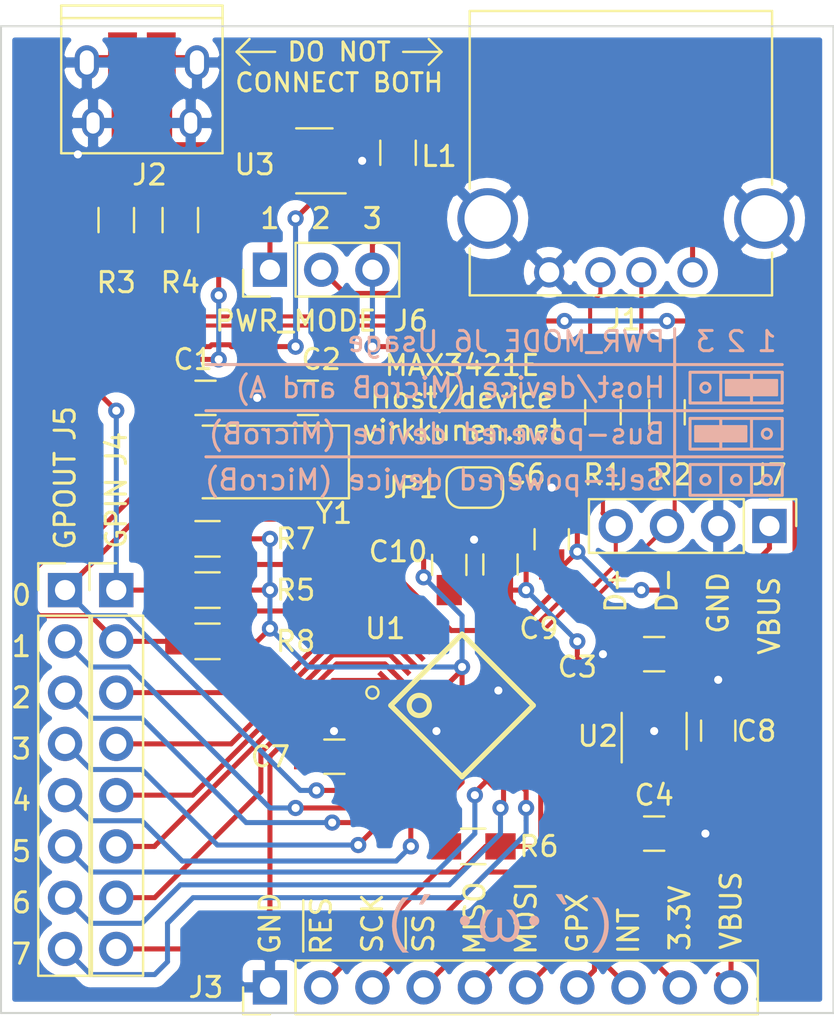
<source format=kicad_pcb>
(kicad_pcb (version 20171130) (host pcbnew 5.1.5)

  (general
    (thickness 1.6)
    (drawings 47)
    (tracks 460)
    (zones 0)
    (modules 32)
    (nets 40)
  )

  (page A4)
  (layers
    (0 F.Cu signal)
    (31 B.Cu signal)
    (32 B.Adhes user)
    (33 F.Adhes user)
    (34 B.Paste user)
    (35 F.Paste user)
    (36 B.SilkS user hide)
    (37 F.SilkS user)
    (38 B.Mask user)
    (39 F.Mask user)
    (40 Dwgs.User user)
    (41 Cmts.User user)
    (42 Eco1.User user)
    (43 Eco2.User user)
    (44 Edge.Cuts user)
    (45 Margin user)
    (46 B.CrtYd user)
    (47 F.CrtYd user)
    (48 B.Fab user hide)
    (49 F.Fab user hide)
  )

  (setup
    (last_trace_width 0.25)
    (trace_clearance 0.2)
    (zone_clearance 0.508)
    (zone_45_only no)
    (trace_min 0.2)
    (via_size 0.8)
    (via_drill 0.4)
    (via_min_size 0.4)
    (via_min_drill 0.3)
    (uvia_size 0.3)
    (uvia_drill 0.1)
    (uvias_allowed no)
    (uvia_min_size 0.2)
    (uvia_min_drill 0.1)
    (edge_width 0.05)
    (segment_width 0.2)
    (pcb_text_width 0.3)
    (pcb_text_size 1.5 1.5)
    (mod_edge_width 0.12)
    (mod_text_size 1 1)
    (mod_text_width 0.15)
    (pad_size 1.524 1.524)
    (pad_drill 0.762)
    (pad_to_mask_clearance 0.051)
    (solder_mask_min_width 0.25)
    (aux_axis_origin 0 0)
    (visible_elements FFFFFF7F)
    (pcbplotparams
      (layerselection 0x010fc_ffffffff)
      (usegerberextensions false)
      (usegerberattributes false)
      (usegerberadvancedattributes false)
      (creategerberjobfile false)
      (excludeedgelayer true)
      (linewidth 0.100000)
      (plotframeref false)
      (viasonmask false)
      (mode 1)
      (useauxorigin false)
      (hpglpennumber 1)
      (hpglpenspeed 20)
      (hpglpendiameter 15.000000)
      (psnegative false)
      (psa4output false)
      (plotreference true)
      (plotvalue true)
      (plotinvisibletext false)
      (padsonsilk false)
      (subtractmaskfromsilk false)
      (outputformat 1)
      (mirror false)
      (drillshape 1)
      (scaleselection 1)
      (outputdirectory ""))
  )

  (net 0 "")
  (net 1 GND)
  (net 2 "Net-(C3-Pad1)")
  (net 3 VBUS)
  (net 4 "Net-(J1-Pad2)")
  (net 5 "Net-(J1-Pad3)")
  (net 6 "Net-(J2-Pad3)")
  (net 7 "Net-(J2-Pad2)")
  (net 8 +3V3)
  (net 9 "Net-(J3-Pad8)")
  (net 10 "Net-(J3-Pad7)")
  (net 11 "Net-(J3-Pad6)")
  (net 12 "Net-(J3-Pad5)")
  (net 13 "Net-(J3-Pad4)")
  (net 14 "Net-(J3-Pad3)")
  (net 15 "Net-(J4-Pad3)")
  (net 16 "Net-(J4-Pad4)")
  (net 17 "Net-(J4-Pad5)")
  (net 18 "Net-(J4-Pad6)")
  (net 19 "Net-(J4-Pad7)")
  (net 20 "Net-(J4-Pad8)")
  (net 21 "Net-(J5-Pad8)")
  (net 22 "Net-(J5-Pad7)")
  (net 23 "Net-(J5-Pad6)")
  (net 24 "Net-(J5-Pad5)")
  (net 25 "Net-(J5-Pad4)")
  (net 26 "Net-(J5-Pad3)")
  (net 27 "Net-(J5-Pad2)")
  (net 28 /USB_ID)
  (net 29 /PWR_FAULT)
  (net 30 /PWR_EN)
  (net 31 VL)
  (net 32 /USB_D+)
  (net 33 /USB_D-)
  (net 34 /X+)
  (net 35 /X-)
  (net 36 "Net-(C6-Pad1)")
  (net 37 "Net-(J3-Pad2)")
  (net 38 "Net-(J1-Pad1)")
  (net 39 "Net-(J6-Pad1)")

  (net_class Default "This is the default net class."
    (clearance 0.2)
    (trace_width 0.25)
    (via_dia 0.8)
    (via_drill 0.4)
    (uvia_dia 0.3)
    (uvia_drill 0.1)
    (add_net +3V3)
    (add_net /PWR_EN)
    (add_net /PWR_FAULT)
    (add_net /USB_D+)
    (add_net /USB_D-)
    (add_net /USB_ID)
    (add_net /X+)
    (add_net /X-)
    (add_net GND)
    (add_net "Net-(C3-Pad1)")
    (add_net "Net-(C6-Pad1)")
    (add_net "Net-(J1-Pad1)")
    (add_net "Net-(J1-Pad2)")
    (add_net "Net-(J1-Pad3)")
    (add_net "Net-(J2-Pad2)")
    (add_net "Net-(J2-Pad3)")
    (add_net "Net-(J3-Pad2)")
    (add_net "Net-(J3-Pad3)")
    (add_net "Net-(J3-Pad4)")
    (add_net "Net-(J3-Pad5)")
    (add_net "Net-(J3-Pad6)")
    (add_net "Net-(J3-Pad7)")
    (add_net "Net-(J3-Pad8)")
    (add_net "Net-(J4-Pad3)")
    (add_net "Net-(J4-Pad4)")
    (add_net "Net-(J4-Pad5)")
    (add_net "Net-(J4-Pad6)")
    (add_net "Net-(J4-Pad7)")
    (add_net "Net-(J4-Pad8)")
    (add_net "Net-(J5-Pad2)")
    (add_net "Net-(J5-Pad3)")
    (add_net "Net-(J5-Pad4)")
    (add_net "Net-(J5-Pad5)")
    (add_net "Net-(J5-Pad6)")
    (add_net "Net-(J5-Pad7)")
    (add_net "Net-(J5-Pad8)")
    (add_net "Net-(J6-Pad1)")
    (add_net VBUS)
    (add_net VL)
  )

  (module Capacitors_SMD:C_0805_HandSoldering (layer F.Cu) (tedit 58AA84A8) (tstamp 5E4B2A01)
    (at 40.005 73.68 90)
    (descr "Capacitor SMD 0805, hand soldering")
    (tags "capacitor 0805")
    (path /5E5A4FEB)
    (attr smd)
    (fp_text reference C10 (at 0.655 -2.54 180) (layer F.SilkS)
      (effects (font (size 1 1) (thickness 0.15)))
    )
    (fp_text value 1u (at 0 1.75 90) (layer F.Fab)
      (effects (font (size 1 1) (thickness 0.15)))
    )
    (fp_text user %R (at 0 -1.75 90) (layer F.Fab)
      (effects (font (size 1 1) (thickness 0.15)))
    )
    (fp_line (start -1 0.62) (end -1 -0.62) (layer F.Fab) (width 0.1))
    (fp_line (start 1 0.62) (end -1 0.62) (layer F.Fab) (width 0.1))
    (fp_line (start 1 -0.62) (end 1 0.62) (layer F.Fab) (width 0.1))
    (fp_line (start -1 -0.62) (end 1 -0.62) (layer F.Fab) (width 0.1))
    (fp_line (start 0.5 -0.85) (end -0.5 -0.85) (layer F.SilkS) (width 0.12))
    (fp_line (start -0.5 0.85) (end 0.5 0.85) (layer F.SilkS) (width 0.12))
    (fp_line (start -2.25 -0.88) (end 2.25 -0.88) (layer F.CrtYd) (width 0.05))
    (fp_line (start -2.25 -0.88) (end -2.25 0.87) (layer F.CrtYd) (width 0.05))
    (fp_line (start 2.25 0.87) (end 2.25 -0.88) (layer F.CrtYd) (width 0.05))
    (fp_line (start 2.25 0.87) (end -2.25 0.87) (layer F.CrtYd) (width 0.05))
    (pad 1 smd rect (at -1.25 0 90) (size 1.5 1.25) (layers F.Cu F.Paste F.Mask)
      (net 8 +3V3))
    (pad 2 smd rect (at 1.25 0 90) (size 1.5 1.25) (layers F.Cu F.Paste F.Mask)
      (net 1 GND))
    (model Capacitors_SMD.3dshapes/C_0805.wrl
      (at (xyz 0 0 0))
      (scale (xyz 1 1 1))
      (rotate (xyz 0 0 0))
    )
  )

  (module max3421e:TQFP32-5MM (layer F.Cu) (tedit 5E446236) (tstamp 5E4B218C)
    (at 40.64 80.645 45)
    (path /5E46454A)
    (fp_text reference U1 (at -3.592102 -3.592102 45) (layer F.SilkS) hide
      (effects (font (size 0.64038 0.64038) (thickness 0.015)))
    )
    (fp_text value MAX3421E (at 0.254005 4.673739 45) (layer F.Fab)
      (effects (font (size 0.640018 0.640018) (thickness 0.015)))
    )
    (fp_circle (center -1.5 -1.5) (end -1 -1.5) (layer F.SilkS) (width 0.254))
    (fp_line (start -2.5 -2.5) (end -2.5 2.5) (layer F.SilkS) (width 0.254))
    (fp_line (start 2.5 -2.5) (end -2.5 -2.5) (layer F.SilkS) (width 0.254))
    (fp_line (start 2.5 2.5) (end 2.5 -2.5) (layer F.SilkS) (width 0.254))
    (fp_line (start -2.5 2.5) (end 2.5 2.5) (layer F.SilkS) (width 0.254))
    (fp_line (start -2.5 -2.5) (end -2.5 2.5) (layer F.Fab) (width 0.254))
    (fp_line (start 2.5 -2.5) (end -2.5 -2.5) (layer F.Fab) (width 0.254))
    (fp_line (start 2.5 2.5) (end 2.5 -2.5) (layer F.Fab) (width 0.254))
    (fp_line (start -2.5 2.5) (end 2.5 2.5) (layer F.Fab) (width 0.254))
    (pad 32 smd rect (at -1.75 -3.5 45) (size 0.254 1.143) (layers F.Cu F.Paste F.Mask)
      (net 19 "Net-(J4-Pad7)"))
    (pad 31 smd rect (at -1.25 -3.5 45) (size 0.254 1.143) (layers F.Cu F.Paste F.Mask)
      (net 18 "Net-(J4-Pad6)"))
    (pad 30 smd rect (at -0.75 -3.5 45) (size 0.254 1.143) (layers F.Cu F.Paste F.Mask)
      (net 17 "Net-(J4-Pad5)"))
    (pad 29 smd rect (at -0.25 -3.5 45) (size 0.254 1.143) (layers F.Cu F.Paste F.Mask)
      (net 16 "Net-(J4-Pad4)"))
    (pad 28 smd rect (at 0.25 -3.5 45) (size 0.254 1.143) (layers F.Cu F.Paste F.Mask)
      (net 15 "Net-(J4-Pad3)"))
    (pad 27 smd rect (at 0.75 -3.5 45) (size 0.254 1.143) (layers F.Cu F.Paste F.Mask)
      (net 29 /PWR_FAULT))
    (pad 26 smd rect (at 1.25 -3.5 45) (size 0.254 1.143) (layers F.Cu F.Paste F.Mask)
      (net 28 /USB_ID))
    (pad 25 smd rect (at 1.75 -3.5 45) (size 0.254 1.143) (layers F.Cu F.Paste F.Mask)
      (net 34 /X+))
    (pad 24 smd rect (at 3.5 -1.75 45) (size 1.143 0.254) (layers F.Cu F.Paste F.Mask)
      (net 35 /X-))
    (pad 23 smd rect (at 3.5 -1.25 45) (size 1.143 0.254) (layers F.Cu F.Paste F.Mask)
      (net 8 +3V3))
    (pad 22 smd rect (at 3.5 -0.75 45) (size 1.143 0.254) (layers F.Cu F.Paste F.Mask)
      (net 36 "Net-(C6-Pad1)"))
    (pad 21 smd rect (at 3.5 -0.25 45) (size 1.143 0.254) (layers F.Cu F.Paste F.Mask)
      (net 32 /USB_D+))
    (pad 20 smd rect (at 3.5 0.25 45) (size 1.143 0.254) (layers F.Cu F.Paste F.Mask)
      (net 33 /USB_D-))
    (pad 19 smd rect (at 3.5 0.75 45) (size 1.143 0.254) (layers F.Cu F.Paste F.Mask)
      (net 1 GND))
    (pad 18 smd rect (at 3.5 1.25 45) (size 1.143 0.254) (layers F.Cu F.Paste F.Mask)
      (net 9 "Net-(J3-Pad8)"))
    (pad 17 smd rect (at 3.5 1.75 45) (size 1.143 0.254) (layers F.Cu F.Paste F.Mask)
      (net 10 "Net-(J3-Pad7)"))
    (pad 16 smd rect (at 1.75 3.5 45) (size 0.254 1.143) (layers F.Cu F.Paste F.Mask)
      (net 11 "Net-(J3-Pad6)"))
    (pad 15 smd rect (at 1.25 3.5 45) (size 0.254 1.143) (layers F.Cu F.Paste F.Mask)
      (net 12 "Net-(J3-Pad5)"))
    (pad 14 smd rect (at 0.75 3.5 45) (size 0.254 1.143) (layers F.Cu F.Paste F.Mask)
      (net 13 "Net-(J3-Pad4)"))
    (pad 13 smd rect (at 0.25 3.5 45) (size 0.254 1.143) (layers F.Cu F.Paste F.Mask)
      (net 14 "Net-(J3-Pad3)"))
    (pad 12 smd rect (at -0.25 3.5 45) (size 0.254 1.143) (layers F.Cu F.Paste F.Mask)
      (net 37 "Net-(J3-Pad2)"))
    (pad 11 smd rect (at -0.75 3.5 45) (size 0.254 1.143) (layers F.Cu F.Paste F.Mask)
      (net 21 "Net-(J5-Pad8)"))
    (pad 10 smd rect (at -1.25 3.5 45) (size 0.254 1.143) (layers F.Cu F.Paste F.Mask)
      (net 22 "Net-(J5-Pad7)"))
    (pad 9 smd rect (at -1.75 3.5 45) (size 0.254 1.143) (layers F.Cu F.Paste F.Mask)
      (net 23 "Net-(J5-Pad6)"))
    (pad 8 smd rect (at -3.5 1.75 45) (size 1.143 0.254) (layers F.Cu F.Paste F.Mask)
      (net 24 "Net-(J5-Pad5)"))
    (pad 7 smd rect (at -3.5 1.25 45) (size 1.143 0.254) (layers F.Cu F.Paste F.Mask)
      (net 25 "Net-(J5-Pad4)"))
    (pad 6 smd rect (at -3.5 0.75 45) (size 1.143 0.254) (layers F.Cu F.Paste F.Mask)
      (net 26 "Net-(J5-Pad3)"))
    (pad 5 smd rect (at -3.5 0.25 45) (size 1.143 0.254) (layers F.Cu F.Paste F.Mask)
      (net 27 "Net-(J5-Pad2)"))
    (pad 4 smd rect (at -3.5 -0.25 45) (size 1.143 0.254) (layers F.Cu F.Paste F.Mask)
      (net 30 /PWR_EN))
    (pad 3 smd rect (at -3.5 -0.75 45) (size 1.143 0.254) (layers F.Cu F.Paste F.Mask)
      (net 1 GND))
    (pad 2 smd rect (at -3.5 -1.25 45) (size 1.143 0.254) (layers F.Cu F.Paste F.Mask)
      (net 31 VL))
    (pad 1 smd rect (at -3.5 -1.75 45) (size 1.143 0.254) (layers F.Cu F.Paste F.Mask)
      (net 20 "Net-(J4-Pad8)"))
  )

  (module matti:PWR_Jumper_Usage (layer B.Cu) (tedit 5E4AFBE1) (tstamp 5E4B495F)
    (at 45.085 66.675 180)
    (attr virtual)
    (fp_text reference REF*** (at -1.52 7.842) (layer B.SilkS) hide
      (effects (font (size 1 1) (thickness 0.15)) (justify mirror))
    )
    (fp_text value PWR_Jumper_Usage (at -0.52 5.334) (layer B.Fab) hide
      (effects (font (size 1 1) (thickness 0.15)) (justify mirror))
    )
    (fp_line (start -11.43 2.921) (end 17.145 2.921) (layer B.SilkS) (width 0.15))
    (fp_line (start -6.096 -3.556) (end -6.096 4.699) (layer B.SilkS) (width 0.15))
    (fp_line (start 17.145 -1.651) (end -11.43 -1.651) (layer B.SilkS) (width 0.15))
    (fp_line (start -11.43 0.635) (end 17.145 0.635) (layer B.SilkS) (width 0.15))
    (fp_text user "Self-powered device (MicroB)" (at -5.715 -2.794) (layer B.SilkS)
      (effects (font (size 1 1) (thickness 0.15)) (justify left mirror))
    )
    (fp_text user "Host/device (MicroB and A)" (at -5.715 1.778) (layer B.SilkS)
      (effects (font (size 1 1) (thickness 0.15)) (justify left mirror))
    )
    (fp_text user "Bus-powered device (MicroB)" (at -5.715 -0.508) (layer B.SilkS)
      (effects (font (size 1 1) (thickness 0.15)) (justify left mirror))
    )
    (fp_text user "PWR_MODE J6 Usage" (at -5.715 4.064) (layer B.SilkS)
      (effects (font (size 1 1) (thickness 0.15)) (justify left mirror))
    )
    (fp_text user 3 (at -7.62 4.064) (layer B.SilkS)
      (effects (font (size 1 1) (thickness 0.15)) (justify mirror))
    )
    (fp_text user 2 (at -9.144 4.064) (layer B.SilkS)
      (effects (font (size 1 1) (thickness 0.15)) (justify mirror))
    )
    (fp_text user 1 (at -10.668 4.064) (layer B.SilkS)
      (effects (font (size 1 1) (thickness 0.15)) (justify mirror))
    )
    (fp_poly (pts (xy -7.112 -0.889) (xy -9.652 -0.889) (xy -9.652 -0.127) (xy -7.112 -0.127)) (layer B.SilkS) (width 0.1))
    (fp_poly (pts (xy -8.636 1.397) (xy -11.176 1.397) (xy -11.176 2.159) (xy -8.636 2.159)) (layer B.SilkS) (width 0.1))
    (fp_circle (center -9.144 -2.794) (end -8.9535 -2.667) (layer B.SilkS) (width 0.15))
    (fp_line (start -8.382 -2.032) (end -8.382 -3.556) (layer B.SilkS) (width 0.15))
    (fp_line (start -11.43 -3.556) (end -11.43 -2.032) (layer B.SilkS) (width 0.15))
    (fp_line (start -9.906 -2.032) (end -9.906 -3.556) (layer B.SilkS) (width 0.15))
    (fp_circle (center -10.668 -2.794) (end -10.4775 -2.667) (layer B.SilkS) (width 0.15))
    (fp_line (start -6.858 -3.556) (end -11.43 -3.556) (layer B.SilkS) (width 0.15))
    (fp_circle (center -7.62 -2.794) (end -7.4295 -2.667) (layer B.SilkS) (width 0.15))
    (fp_line (start -11.43 -2.032) (end -9.906 -2.032) (layer B.SilkS) (width 0.15))
    (fp_line (start -6.858 -2.032) (end -6.858 -3.556) (layer B.SilkS) (width 0.15))
    (fp_line (start -11.43 -2.032) (end -6.858 -2.032) (layer B.SilkS) (width 0.15))
    (fp_circle (center -9.144 -0.508) (end -8.9535 -0.381) (layer B.SilkS) (width 0.15))
    (fp_line (start -8.382 0.254) (end -8.382 -1.27) (layer B.SilkS) (width 0.15))
    (fp_line (start -11.43 -1.27) (end -11.43 0.254) (layer B.SilkS) (width 0.15))
    (fp_line (start -9.906 0.254) (end -9.906 -1.27) (layer B.SilkS) (width 0.15))
    (fp_circle (center -10.668 -0.508) (end -10.4775 -0.381) (layer B.SilkS) (width 0.15))
    (fp_line (start -6.858 -1.27) (end -11.43 -1.27) (layer B.SilkS) (width 0.15))
    (fp_circle (center -7.62 -0.508) (end -7.4295 -0.381) (layer B.SilkS) (width 0.15))
    (fp_line (start -11.43 0.254) (end -9.906 0.254) (layer B.SilkS) (width 0.15))
    (fp_line (start -6.858 0.254) (end -6.858 -1.27) (layer B.SilkS) (width 0.15))
    (fp_line (start -11.43 0.254) (end -6.858 0.254) (layer B.SilkS) (width 0.15))
    (fp_circle (center -7.62 1.778) (end -7.4295 1.905) (layer B.SilkS) (width 0.15))
    (fp_circle (center -9.144 1.778) (end -8.9535 1.905) (layer B.SilkS) (width 0.15))
    (fp_circle (center -10.668 1.778) (end -10.4775 1.905) (layer B.SilkS) (width 0.15))
    (fp_line (start -8.382 2.54) (end -8.382 1.016) (layer B.SilkS) (width 0.15))
    (fp_line (start -9.906 2.54) (end -9.906 1.016) (layer B.SilkS) (width 0.15))
    (fp_line (start -11.43 2.54) (end -9.906 2.54) (layer B.SilkS) (width 0.15))
    (fp_line (start -11.43 1.016) (end -11.43 2.54) (layer B.SilkS) (width 0.15))
    (fp_line (start -6.858 1.016) (end -11.43 1.016) (layer B.SilkS) (width 0.15))
    (fp_line (start -6.858 2.54) (end -6.858 1.016) (layer B.SilkS) (width 0.15))
    (fp_line (start -11.43 2.54) (end -6.858 2.54) (layer B.SilkS) (width 0.15))
  )

  (module Inductors_SMD:L_0805_HandSoldering (layer F.Cu) (tedit 58307B90) (tstamp 5E4B1A82)
    (at 37.465 53.26 90)
    (descr "Resistor SMD 0805, hand soldering")
    (tags "resistor 0805")
    (path /5E4E1FAA)
    (attr smd)
    (fp_text reference L1 (at -0.174 2.032 180) (layer F.SilkS)
      (effects (font (size 1 1) (thickness 0.15)))
    )
    (fp_text value "120 @ 100MHz" (at 0 2.1 90) (layer F.Fab)
      (effects (font (size 1 1) (thickness 0.15)))
    )
    (fp_text user %R (at 0 0 90) (layer F.Fab)
      (effects (font (size 0.5 0.5) (thickness 0.075)))
    )
    (fp_line (start -1 0.62) (end -1 -0.62) (layer F.Fab) (width 0.1))
    (fp_line (start 1 0.62) (end -1 0.62) (layer F.Fab) (width 0.1))
    (fp_line (start 1 -0.62) (end 1 0.62) (layer F.Fab) (width 0.1))
    (fp_line (start -1 -0.62) (end 1 -0.62) (layer F.Fab) (width 0.1))
    (fp_line (start -2.4 -1) (end 2.4 -1) (layer F.CrtYd) (width 0.05))
    (fp_line (start -2.4 1) (end 2.4 1) (layer F.CrtYd) (width 0.05))
    (fp_line (start -2.4 -1) (end -2.4 1) (layer F.CrtYd) (width 0.05))
    (fp_line (start 2.4 -1) (end 2.4 1) (layer F.CrtYd) (width 0.05))
    (fp_line (start 0.6 0.88) (end -0.6 0.88) (layer F.SilkS) (width 0.12))
    (fp_line (start -0.6 -0.88) (end 0.6 -0.88) (layer F.SilkS) (width 0.12))
    (pad 1 smd rect (at -1.35 0 90) (size 1.5 1.3) (layers F.Cu F.Paste F.Mask)
      (net 36 "Net-(C6-Pad1)"))
    (pad 2 smd rect (at 1.35 0 90) (size 1.5 1.3) (layers F.Cu F.Paste F.Mask)
      (net 38 "Net-(J1-Pad1)"))
    (model ${KISYS3DMOD}/Inductors_SMD.3dshapes/L_0805.wrl
      (at (xyz 0 0 0))
      (scale (xyz 1 1 1))
      (rotate (xyz 0 0 0))
    )
  )

  (module Connectors:USB_A (layer F.Cu) (tedit 5543E289) (tstamp 5E4B2067)
    (at 52.07 59.185 180)
    (descr "USB A connector")
    (tags "USB USB_A")
    (path /5E468FE6)
    (fp_text reference J1 (at 3.425 -2.35) (layer F.SilkS)
      (effects (font (size 1 1) (thickness 0.15)))
    )
    (fp_text value "USB A" (at 3.81 14.735) (layer F.Fab)
      (effects (font (size 1 1) (thickness 0.15)))
    )
    (fp_line (start -5.3 13.2) (end -5.3 -1.4) (layer F.CrtYd) (width 0.05))
    (fp_line (start 11.95 -1.4) (end 11.95 13.2) (layer F.CrtYd) (width 0.05))
    (fp_line (start -5.3 13.2) (end 11.95 13.2) (layer F.CrtYd) (width 0.05))
    (fp_line (start -5.3 -1.4) (end 11.95 -1.4) (layer F.CrtYd) (width 0.05))
    (fp_line (start 11.05 -1.14) (end 11.05 1.19) (layer F.SilkS) (width 0.12))
    (fp_line (start -3.94 -1.14) (end -3.94 0.98) (layer F.SilkS) (width 0.12))
    (fp_line (start 11.05 -1.14) (end -3.94 -1.14) (layer F.SilkS) (width 0.12))
    (fp_line (start 11.05 12.95) (end -3.94 12.95) (layer F.SilkS) (width 0.12))
    (fp_line (start 11.05 4.15) (end 11.05 12.95) (layer F.SilkS) (width 0.12))
    (fp_line (start -3.94 4.35) (end -3.94 12.95) (layer F.SilkS) (width 0.12))
    (pad 4 thru_hole circle (at 7.11 0 90) (size 1.5 1.5) (drill 1) (layers *.Cu *.Mask)
      (net 1 GND))
    (pad 3 thru_hole circle (at 4.57 0 90) (size 1.5 1.5) (drill 1) (layers *.Cu *.Mask)
      (net 5 "Net-(J1-Pad3)"))
    (pad 2 thru_hole circle (at 2.54 0 90) (size 1.5 1.5) (drill 1) (layers *.Cu *.Mask)
      (net 4 "Net-(J1-Pad2)"))
    (pad 1 thru_hole circle (at 0 0 90) (size 1.5 1.5) (drill 1) (layers *.Cu *.Mask)
      (net 38 "Net-(J1-Pad1)"))
    (pad 5 thru_hole circle (at 10.16 2.67 90) (size 3 3) (drill 2.3) (layers *.Cu *.Mask)
      (net 1 GND))
    (pad 5 thru_hole circle (at -3.56 2.67 90) (size 3 3) (drill 2.3) (layers *.Cu *.Mask)
      (net 1 GND))
    (model ${KISYS3DMOD}/Connectors.3dshapes/USB_A.wrl
      (offset (xyz 3.555999946594238 0 0))
      (scale (xyz 1 1 1))
      (rotate (xyz 0 0 90))
    )
  )

  (module Capacitors_SMD:C_0805_HandSoldering (layer F.Cu) (tedit 58AA84A8) (tstamp 5E4B36C9)
    (at 42.545 73.66 90)
    (descr "Capacitor SMD 0805, hand soldering")
    (tags "capacitor 0805")
    (path /5E4C7B38)
    (attr smd)
    (fp_text reference C9 (at -3.175 1.905 180) (layer F.SilkS)
      (effects (font (size 1 1) (thickness 0.15)))
    )
    (fp_text value 100n (at 0 1.75 90) (layer F.Fab)
      (effects (font (size 1 1) (thickness 0.15)))
    )
    (fp_text user %R (at 0.381 -1.524 90) (layer F.Fab)
      (effects (font (size 1 1) (thickness 0.15)))
    )
    (fp_line (start -1 0.62) (end -1 -0.62) (layer F.Fab) (width 0.1))
    (fp_line (start 1 0.62) (end -1 0.62) (layer F.Fab) (width 0.1))
    (fp_line (start 1 -0.62) (end 1 0.62) (layer F.Fab) (width 0.1))
    (fp_line (start -1 -0.62) (end 1 -0.62) (layer F.Fab) (width 0.1))
    (fp_line (start 0.5 -0.85) (end -0.5 -0.85) (layer F.SilkS) (width 0.12))
    (fp_line (start -0.5 0.85) (end 0.5 0.85) (layer F.SilkS) (width 0.12))
    (fp_line (start -2.25 -0.88) (end 2.25 -0.88) (layer F.CrtYd) (width 0.05))
    (fp_line (start -2.25 -0.88) (end -2.25 0.87) (layer F.CrtYd) (width 0.05))
    (fp_line (start 2.25 0.87) (end 2.25 -0.88) (layer F.CrtYd) (width 0.05))
    (fp_line (start 2.25 0.87) (end -2.25 0.87) (layer F.CrtYd) (width 0.05))
    (pad 1 smd rect (at -1.25 0 90) (size 1.5 1.25) (layers F.Cu F.Paste F.Mask)
      (net 8 +3V3))
    (pad 2 smd rect (at 1.25 0 90) (size 1.5 1.25) (layers F.Cu F.Paste F.Mask)
      (net 1 GND))
    (model Capacitors_SMD.3dshapes/C_0805.wrl
      (at (xyz 0 0 0))
      (scale (xyz 1 1 1))
      (rotate (xyz 0 0 0))
    )
  )

  (module matti:syobo_n (layer B.Cu) (tedit 0) (tstamp 5E4B1026)
    (at 42.545 91.44 180)
    (fp_text reference G*** (at 0 0) (layer B.SilkS) hide
      (effects (font (size 1.524 1.524) (thickness 0.3)) (justify mirror))
    )
    (fp_text value LOGO (at 0.75 0) (layer B.SilkS) hide
      (effects (font (size 1.524 1.524) (thickness 0.3)) (justify mirror))
    )
    (fp_poly (pts (xy 3.7846 1.442542) (xy 3.908241 1.188631) (xy 4.031883 0.93472) (xy 3.85128 0.93472)
      (xy 3.808196 0.99314) (xy 3.789604 1.018297) (xy 3.761277 1.056557) (xy 3.725596 1.10471)
      (xy 3.68494 1.159545) (xy 3.641688 1.217851) (xy 3.619952 1.24714) (xy 3.474792 1.44272)
      (xy 3.7846 1.442542)) (layer B.SilkS) (width 0.01))
    (fp_poly (pts (xy -2.780497 1.388559) (xy -2.797692 1.364852) (xy -2.824703 1.327895) (xy -2.859262 1.280779)
      (xy -2.899103 1.22659) (xy -2.941959 1.168419) (xy -2.96672 1.134861) (xy -3.11404 0.935323)
      (xy -3.20294 0.935022) (xy -3.242594 0.935255) (xy -3.273134 0.936132) (xy -3.289964 0.937492)
      (xy -3.29184 0.938195) (xy -3.287573 0.947872) (xy -3.27553 0.973431) (xy -3.256853 1.012497)
      (xy -3.232684 1.062692) (xy -3.204163 1.12164) (xy -3.172432 1.186964) (xy -3.169886 1.192195)
      (xy -3.047931 1.44272) (xy -2.741594 1.44272) (xy -2.780497 1.388559)) (layer B.SilkS) (width 0.01))
    (fp_poly (pts (xy 1.809309 0.367799) (xy 1.869389 0.346901) (xy 1.925394 0.308648) (xy 1.934017 0.300615)
      (xy 1.976681 0.246117) (xy 2.0017 0.184942) (xy 2.009122 0.120405) (xy 1.998997 0.055821)
      (xy 1.971372 -0.005495) (xy 1.92875 -0.057905) (xy 1.874515 -0.096476) (xy 1.812168 -0.11811)
      (xy 1.745568 -0.122292) (xy 1.67857 -0.108506) (xy 1.64763 -0.095469) (xy 1.589894 -0.05618)
      (xy 1.547716 -0.004349) (xy 1.522052 0.058431) (xy 1.51384 0.127) (xy 1.522717 0.194639)
      (xy 1.54745 0.253158) (xy 1.585193 0.301382) (xy 1.633097 0.338135) (xy 1.688317 0.36224)
      (xy 1.748003 0.37252) (xy 1.809309 0.367799)) (layer B.SilkS) (width 0.01))
    (fp_poly (pts (xy -1.624771 0.367799) (xy -1.564691 0.346901) (xy -1.508686 0.308648) (xy -1.500063 0.300615)
      (xy -1.457399 0.246117) (xy -1.43238 0.184942) (xy -1.424958 0.120405) (xy -1.435083 0.055821)
      (xy -1.462708 -0.005495) (xy -1.50533 -0.057905) (xy -1.559565 -0.096476) (xy -1.621912 -0.11811)
      (xy -1.688512 -0.122292) (xy -1.75551 -0.108506) (xy -1.78645 -0.095469) (xy -1.844186 -0.05618)
      (xy -1.886364 -0.004349) (xy -1.912028 0.058431) (xy -1.92024 0.127) (xy -1.911363 0.194639)
      (xy -1.88663 0.253158) (xy -1.848887 0.301382) (xy -1.800983 0.338135) (xy -1.745763 0.36224)
      (xy -1.686077 0.37252) (xy -1.624771 0.367799)) (layer B.SilkS) (width 0.01))
    (fp_poly (pts (xy -0.379414 0.669998) (xy -0.33549 0.668452) (xy -0.303233 0.666133) (xy -0.28622 0.663249)
      (xy -0.28448 0.661924) (xy -0.291644 0.651628) (xy -0.31064 0.632069) (xy -0.337726 0.607038)
      (xy -0.344924 0.600716) (xy -0.407207 0.539763) (xy -0.470011 0.466278) (xy -0.52795 0.387171)
      (xy -0.575641 0.309354) (xy -0.583383 0.294731) (xy -0.639483 0.166687) (xy -0.676914 0.036055)
      (xy -0.696275 -0.100033) (xy -0.698163 -0.244446) (xy -0.697704 -0.254) (xy -0.686043 -0.368864)
      (xy -0.66357 -0.467107) (xy -0.630015 -0.549476) (xy -0.58511 -0.616722) (xy -0.556613 -0.646489)
      (xy -0.505289 -0.686006) (xy -0.451762 -0.709802) (xy -0.390506 -0.719715) (xy -0.337991 -0.719258)
      (xy -0.259329 -0.70768) (xy -0.194417 -0.682391) (xy -0.140864 -0.642026) (xy -0.096282 -0.585222)
      (xy -0.092545 -0.57912) (xy -0.087222 -0.56964) (xy -0.082866 -0.559309) (xy -0.079379 -0.546111)
      (xy -0.076665 -0.528031) (xy -0.074627 -0.503053) (xy -0.073167 -0.469162) (xy -0.072189 -0.424344)
      (xy -0.071596 -0.366583) (xy -0.071291 -0.293863) (xy -0.071177 -0.20417) (xy -0.071158 -0.13462)
      (xy -0.07112 0.27432) (xy 0.1524 0.27432) (xy 0.152502 -0.55372) (xy 0.190551 -0.603516)
      (xy 0.227761 -0.643007) (xy 0.272646 -0.677644) (xy 0.28448 -0.684796) (xy 0.312677 -0.699754)
      (xy 0.336838 -0.709052) (xy 0.363396 -0.714017) (xy 0.398786 -0.715979) (xy 0.43688 -0.71628)
      (xy 0.484095 -0.715689) (xy 0.517084 -0.713137) (xy 0.541925 -0.707458) (xy 0.564694 -0.697482)
      (xy 0.580266 -0.688728) (xy 0.643436 -0.640118) (xy 0.69465 -0.575516) (xy 0.733978 -0.494765)
      (xy 0.761493 -0.397713) (xy 0.777264 -0.284203) (xy 0.779104 -0.258054) (xy 0.778451 -0.119317)
      (xy 0.760637 0.018244) (xy 0.726491 0.150379) (xy 0.676842 0.272841) (xy 0.674577 0.277414)
      (xy 0.629557 0.359306) (xy 0.579171 0.433274) (xy 0.518872 0.505448) (xy 0.460503 0.565953)
      (xy 0.425279 0.601118) (xy 0.395991 0.63112) (xy 0.37534 0.653133) (xy 0.366025 0.664335)
      (xy 0.36576 0.665013) (xy 0.375323 0.666976) (xy 0.401629 0.668635) (xy 0.441102 0.669853)
      (xy 0.490165 0.670495) (xy 0.512709 0.67056) (xy 0.659659 0.67056) (xy 0.711074 0.608779)
      (xy 0.812721 0.473345) (xy 0.894526 0.335232) (xy 0.956365 0.194686) (xy 0.998115 0.051949)
      (xy 1.002615 0.03048) (xy 1.011253 -0.03086) (xy 1.016274 -0.105308) (xy 1.017704 -0.186224)
      (xy 1.015571 -0.266963) (xy 1.009901 -0.340883) (xy 1.00086 -0.400686) (xy 0.968682 -0.517558)
      (xy 0.924412 -0.62159) (xy 0.868948 -0.711644) (xy 0.803186 -0.786579) (xy 0.728023 -0.845258)
      (xy 0.644356 -0.886541) (xy 0.6096 -0.897684) (xy 0.505067 -0.917155) (xy 0.404367 -0.917434)
      (xy 0.308805 -0.898757) (xy 0.219688 -0.861361) (xy 0.149241 -0.814444) (xy 0.119833 -0.788005)
      (xy 0.089716 -0.756226) (xy 0.064076 -0.725017) (xy 0.048097 -0.70029) (xy 0.047029 -0.697928)
      (xy 0.037874 -0.695411) (xy 0.020965 -0.710328) (xy 0.020215 -0.7112) (xy -0.039686 -0.776653)
      (xy -0.09479 -0.826414) (xy -0.148725 -0.863279) (xy -0.205122 -0.890048) (xy -0.217781 -0.894706)
      (xy -0.283253 -0.911111) (xy -0.357274 -0.919137) (xy -0.429504 -0.917891) (xy -0.453115 -0.914996)
      (xy -0.544671 -0.893472) (xy -0.624374 -0.858472) (xy -0.697504 -0.807445) (xy -0.723672 -0.784254)
      (xy -0.790982 -0.70786) (xy -0.846195 -0.617362) (xy -0.889046 -0.515172) (xy -0.919273 -0.403703)
      (xy -0.936614 -0.285368) (xy -0.940806 -0.16258) (xy -0.931585 -0.037751) (xy -0.90869 0.086705)
      (xy -0.871857 0.208375) (xy -0.840141 0.285206) (xy -0.808039 0.347493) (xy -0.765912 0.418381)
      (xy -0.717734 0.491745) (xy -0.667482 0.561458) (xy -0.631323 0.60706) (xy -0.57838 0.67056)
      (xy -0.43143 0.67056) (xy -0.379414 0.669998)) (layer B.SilkS) (width 0.01))
    (fp_poly (pts (xy 4.637024 1.278903) (xy 4.685856 1.278269) (xy 4.706195 1.277899) (xy 4.85055 1.27508)
      (xy 4.900155 1.21412) (xy 4.952419 1.145624) (xy 5.008604 1.064679) (xy 5.064717 0.977554)
      (xy 5.116765 0.890516) (xy 5.160756 0.809833) (xy 5.171982 0.7874) (xy 5.249035 0.607201)
      (xy 5.307821 0.421142) (xy 5.348329 0.23098) (xy 5.370549 0.038471) (xy 5.374471 -0.154629)
      (xy 5.360084 -0.346565) (xy 5.327376 -0.53558) (xy 5.276339 -0.719918) (xy 5.206961 -0.897824)
      (xy 5.182432 -0.94996) (xy 5.13947 -1.031056) (xy 5.086671 -1.120456) (xy 5.028183 -1.21172)
      (xy 4.96815 -1.298406) (xy 4.910718 -1.374075) (xy 4.904484 -1.38176) (xy 4.850478 -1.4478)
      (xy 4.699328 -1.450621) (xy 4.548179 -1.453443) (xy 4.595324 -1.411944) (xy 4.635499 -1.372928)
      (xy 4.682745 -1.321209) (xy 4.733343 -1.261302) (xy 4.783573 -1.197723) (xy 4.829716 -1.134984)
      (xy 4.858754 -1.0922) (xy 4.954521 -0.926737) (xy 5.031706 -0.755086) (xy 5.090436 -0.578653)
      (xy 5.130841 -0.398846) (xy 5.153049 -0.217071) (xy 5.157189 -0.034735) (xy 5.143389 0.146754)
      (xy 5.111777 0.325989) (xy 5.062484 0.501563) (xy 4.995636 0.672069) (xy 4.911363 0.8361)
      (xy 4.809793 0.99225) (xy 4.691054 1.13911) (xy 4.650884 1.182421) (xy 4.617351 1.217627)
      (xy 4.589598 1.247145) (xy 4.57029 1.268109) (xy 4.562094 1.277655) (xy 4.561984 1.277899)
      (xy 4.571486 1.278719) (xy 4.597701 1.279053) (xy 4.637024 1.278903)) (layer B.SilkS) (width 0.01))
    (fp_poly (pts (xy -4.620499 1.20142) (xy -4.724478 1.088021) (xy -4.817485 0.964368) (xy -4.901862 0.827073)
      (xy -4.967227 0.699893) (xy -5.041982 0.520013) (xy -5.096971 0.336818) (xy -5.132191 0.151364)
      (xy -5.147638 -0.035295) (xy -5.143309 -0.222103) (xy -5.1192 -0.408003) (xy -5.075308 -0.59194)
      (xy -5.011628 -0.772858) (xy -4.972637 -0.861282) (xy -4.890695 -1.018612) (xy -4.800315 -1.159902)
      (xy -4.699215 -1.288477) (xy -4.624451 -1.36906) (xy -4.541599 -1.45288) (xy -4.835285 -1.45288)
      (xy -4.890148 -1.3843) (xy -5.008877 -1.225195) (xy -5.108694 -1.067568) (xy -5.190625 -0.908972)
      (xy -5.255695 -0.746959) (xy -5.30493 -0.57908) (xy -5.339356 -0.402888) (xy -5.355093 -0.27432)
      (xy -5.363938 -0.075885) (xy -5.352732 0.121066) (xy -5.321736 0.315707) (xy -5.271206 0.507209)
      (xy -5.201404 0.694746) (xy -5.112587 0.877489) (xy -5.005015 1.054612) (xy -4.889954 1.21158)
      (xy -4.835285 1.28016) (xy -4.541151 1.28016) (xy -4.620499 1.20142)) (layer B.SilkS) (width 0.01))
  )

  (module Capacitors_SMD:C_0805_HandSoldering (layer F.Cu) (tedit 58AA84A8) (tstamp 5E4B0AB3)
    (at 53.34 81.895 90)
    (descr "Capacitor SMD 0805, hand soldering")
    (tags "capacitor 0805")
    (path /5E5481AD)
    (attr smd)
    (fp_text reference C8 (at -0.02 1.905 180) (layer F.SilkS)
      (effects (font (size 1 1) (thickness 0.15)))
    )
    (fp_text value 1u (at 0 1.75 90) (layer F.Fab)
      (effects (font (size 1 1) (thickness 0.15)))
    )
    (fp_text user %R (at 0 -1.75 90) (layer F.Fab)
      (effects (font (size 1 1) (thickness 0.15)))
    )
    (fp_line (start -1 0.62) (end -1 -0.62) (layer F.Fab) (width 0.1))
    (fp_line (start 1 0.62) (end -1 0.62) (layer F.Fab) (width 0.1))
    (fp_line (start 1 -0.62) (end 1 0.62) (layer F.Fab) (width 0.1))
    (fp_line (start -1 -0.62) (end 1 -0.62) (layer F.Fab) (width 0.1))
    (fp_line (start 0.5 -0.85) (end -0.5 -0.85) (layer F.SilkS) (width 0.12))
    (fp_line (start -0.5 0.85) (end 0.5 0.85) (layer F.SilkS) (width 0.12))
    (fp_line (start -2.25 -0.88) (end 2.25 -0.88) (layer F.CrtYd) (width 0.05))
    (fp_line (start -2.25 -0.88) (end -2.25 0.87) (layer F.CrtYd) (width 0.05))
    (fp_line (start 2.25 0.87) (end 2.25 -0.88) (layer F.CrtYd) (width 0.05))
    (fp_line (start 2.25 0.87) (end -2.25 0.87) (layer F.CrtYd) (width 0.05))
    (pad 1 smd rect (at -1.25 0 90) (size 1.5 1.25) (layers F.Cu F.Paste F.Mask)
      (net 3 VBUS))
    (pad 2 smd rect (at 1.25 0 90) (size 1.5 1.25) (layers F.Cu F.Paste F.Mask)
      (net 1 GND))
    (model Capacitors_SMD.3dshapes/C_0805.wrl
      (at (xyz 0 0 0))
      (scale (xyz 1 1 1))
      (rotate (xyz 0 0 0))
    )
  )

  (module Capacitors_SMD:C_0805_HandSoldering (layer F.Cu) (tedit 58AA84A8) (tstamp 5E4B2CAE)
    (at 45.085 72.41 90)
    (descr "Capacitor SMD 0805, hand soldering")
    (tags "capacitor 0805")
    (path /5E7B91AB)
    (attr smd)
    (fp_text reference C6 (at 3.195 -1.27 180) (layer F.SilkS)
      (effects (font (size 1 1) (thickness 0.15)))
    )
    (fp_text value 1u (at 0 1.75 90) (layer F.Fab)
      (effects (font (size 1 1) (thickness 0.15)))
    )
    (fp_text user %R (at 0 -1.75 90) (layer F.Fab)
      (effects (font (size 1 1) (thickness 0.15)))
    )
    (fp_line (start -1 0.62) (end -1 -0.62) (layer F.Fab) (width 0.1))
    (fp_line (start 1 0.62) (end -1 0.62) (layer F.Fab) (width 0.1))
    (fp_line (start 1 -0.62) (end 1 0.62) (layer F.Fab) (width 0.1))
    (fp_line (start -1 -0.62) (end 1 -0.62) (layer F.Fab) (width 0.1))
    (fp_line (start 0.5 -0.85) (end -0.5 -0.85) (layer F.SilkS) (width 0.12))
    (fp_line (start -0.5 0.85) (end 0.5 0.85) (layer F.SilkS) (width 0.12))
    (fp_line (start -2.25 -0.88) (end 2.25 -0.88) (layer F.CrtYd) (width 0.05))
    (fp_line (start -2.25 -0.88) (end -2.25 0.87) (layer F.CrtYd) (width 0.05))
    (fp_line (start 2.25 0.87) (end 2.25 -0.88) (layer F.CrtYd) (width 0.05))
    (fp_line (start 2.25 0.87) (end -2.25 0.87) (layer F.CrtYd) (width 0.05))
    (pad 1 smd rect (at -1.25 0 90) (size 1.5 1.25) (layers F.Cu F.Paste F.Mask)
      (net 36 "Net-(C6-Pad1)"))
    (pad 2 smd rect (at 1.25 0 90) (size 1.5 1.25) (layers F.Cu F.Paste F.Mask)
      (net 1 GND))
    (model Capacitors_SMD.3dshapes/C_0805.wrl
      (at (xyz 0 0 0))
      (scale (xyz 1 1 1))
      (rotate (xyz 0 0 0))
    )
  )

  (module Connectors:USB_Micro-B_10103594-0001LF (layer F.Cu) (tedit 560290CC) (tstamp 5E45B171)
    (at 24.765 50.165 180)
    (descr "Micro USB Type B 10103594-0001LF")
    (tags "USB USB_B USB_micro USB_OTG")
    (path /5E46A6EE)
    (attr smd)
    (fp_text reference J2 (at -0.381 -4.191) (layer F.SilkS)
      (effects (font (size 1 1) (thickness 0.15)))
    )
    (fp_text value "USB MicroB" (at 0 6.17) (layer F.Fab)
      (effects (font (size 1 1) (thickness 0.15)))
    )
    (fp_line (start -4.25 -3.4) (end 4.25 -3.4) (layer F.CrtYd) (width 0.05))
    (fp_line (start 4.25 -3.4) (end 4.25 4.45) (layer F.CrtYd) (width 0.05))
    (fp_line (start 4.25 4.45) (end -4.25 4.45) (layer F.CrtYd) (width 0.05))
    (fp_line (start -4.25 4.45) (end -4.25 -3.4) (layer F.CrtYd) (width 0.05))
    (fp_line (start -4 4.2) (end 4 4.2) (layer F.SilkS) (width 0.12))
    (fp_line (start -4 -3.12) (end 4 -3.12) (layer F.SilkS) (width 0.12))
    (fp_line (start 4 -3.12) (end 4 4.2) (layer F.SilkS) (width 0.12))
    (fp_line (start 4 3.58) (end -4 3.58) (layer F.SilkS) (width 0.12))
    (fp_line (start -4 4.2) (end -4 -3.12) (layer F.SilkS) (width 0.12))
    (pad 1 smd rect (at -1.3 -1.5 270) (size 1.65 0.4) (layers F.Cu F.Paste F.Mask)
      (net 38 "Net-(J1-Pad1)"))
    (pad 2 smd rect (at -0.65 -1.5 270) (size 1.65 0.4) (layers F.Cu F.Paste F.Mask)
      (net 7 "Net-(J2-Pad2)"))
    (pad 3 smd rect (at 0 -1.5 270) (size 1.65 0.4) (layers F.Cu F.Paste F.Mask)
      (net 6 "Net-(J2-Pad3)"))
    (pad 4 smd rect (at 0.65 -1.5 270) (size 1.65 0.4) (layers F.Cu F.Paste F.Mask)
      (net 28 /USB_ID))
    (pad 5 smd rect (at 1.3 -1.5 270) (size 1.65 0.4) (layers F.Cu F.Paste F.Mask)
      (net 1 GND))
    (pad 6 thru_hole oval (at -2.42 -1.62 270) (size 1.5 1.1) (drill oval 1.05 0.65) (layers *.Cu *.Mask)
      (net 1 GND))
    (pad 6 thru_hole oval (at 2.42 -1.62 270) (size 1.5 1.1) (drill oval 1.05 0.65) (layers *.Cu *.Mask)
      (net 1 GND))
    (pad 6 thru_hole oval (at -2.73 1.38 270) (size 1.7 1.2) (drill oval 1.2 0.7) (layers *.Cu *.Mask)
      (net 1 GND))
    (pad 6 thru_hole oval (at 2.73 1.38 270) (size 1.7 1.2) (drill oval 1.2 0.7) (layers *.Cu *.Mask)
      (net 1 GND))
    (pad 6 smd rect (at -0.96 1.62 270) (size 2.5 1.43) (layers F.Cu F.Paste F.Mask)
      (net 1 GND))
    (pad 6 smd rect (at 0.96 1.62 270) (size 2.5 1.43) (layers F.Cu F.Paste F.Mask)
      (net 1 GND))
  )

  (module Pin_Headers:Pin_Header_Straight_1x04_Pitch2.54mm (layer F.Cu) (tedit 59650532) (tstamp 5E45FDA6)
    (at 55.88 71.755 270)
    (descr "Through hole straight pin header, 1x04, 2.54mm pitch, single row")
    (tags "Through hole pin header THT 1x04 2.54mm single row")
    (path /5F191DB4)
    (fp_text reference J7 (at -2.54 0 180) (layer F.SilkS)
      (effects (font (size 1 1) (thickness 0.15)))
    )
    (fp_text value Conn_01x04 (at 0 9.95 90) (layer F.Fab)
      (effects (font (size 1 1) (thickness 0.15)))
    )
    (fp_line (start -0.635 -1.27) (end 1.27 -1.27) (layer F.Fab) (width 0.1))
    (fp_line (start 1.27 -1.27) (end 1.27 8.89) (layer F.Fab) (width 0.1))
    (fp_line (start 1.27 8.89) (end -1.27 8.89) (layer F.Fab) (width 0.1))
    (fp_line (start -1.27 8.89) (end -1.27 -0.635) (layer F.Fab) (width 0.1))
    (fp_line (start -1.27 -0.635) (end -0.635 -1.27) (layer F.Fab) (width 0.1))
    (fp_line (start -1.33 8.95) (end 1.33 8.95) (layer F.SilkS) (width 0.12))
    (fp_line (start -1.33 1.27) (end -1.33 8.95) (layer F.SilkS) (width 0.12))
    (fp_line (start 1.33 1.27) (end 1.33 8.95) (layer F.SilkS) (width 0.12))
    (fp_line (start -1.33 1.27) (end 1.33 1.27) (layer F.SilkS) (width 0.12))
    (fp_line (start -1.33 0) (end -1.33 -1.33) (layer F.SilkS) (width 0.12))
    (fp_line (start -1.33 -1.33) (end 0 -1.33) (layer F.SilkS) (width 0.12))
    (fp_line (start -1.8 -1.8) (end -1.8 9.4) (layer F.CrtYd) (width 0.05))
    (fp_line (start -1.8 9.4) (end 1.8 9.4) (layer F.CrtYd) (width 0.05))
    (fp_line (start 1.8 9.4) (end 1.8 -1.8) (layer F.CrtYd) (width 0.05))
    (fp_line (start 1.8 -1.8) (end -1.8 -1.8) (layer F.CrtYd) (width 0.05))
    (fp_text user %R (at 0 3.81) (layer F.Fab)
      (effects (font (size 1 1) (thickness 0.15)))
    )
    (pad 1 thru_hole rect (at 0 0 270) (size 1.7 1.7) (drill 1) (layers *.Cu *.Mask)
      (net 36 "Net-(C6-Pad1)"))
    (pad 2 thru_hole oval (at 0 2.54 270) (size 1.7 1.7) (drill 1) (layers *.Cu *.Mask)
      (net 1 GND))
    (pad 3 thru_hole oval (at 0 5.08 270) (size 1.7 1.7) (drill 1) (layers *.Cu *.Mask)
      (net 33 /USB_D-))
    (pad 4 thru_hole oval (at 0 7.62 270) (size 1.7 1.7) (drill 1) (layers *.Cu *.Mask)
      (net 32 /USB_D+))
    (model ${KISYS3DMOD}/Pin_Headers.3dshapes/Pin_Header_Straight_1x04_Pitch2.54mm.wrl
      (at (xyz 0 0 0))
      (scale (xyz 1 1 1))
      (rotate (xyz 0 0 0))
    )
  )

  (module Resistors_SMD:R_0805_HandSoldering (layer F.Cu) (tedit 58E0A804) (tstamp 5E45FE92)
    (at 47.625 66.12 270)
    (descr "Resistor SMD 0805, hand soldering")
    (tags "resistor 0805")
    (path /5E4A0FCA)
    (attr smd)
    (fp_text reference R1 (at 3.095 0 180) (layer F.SilkS)
      (effects (font (size 1 1) (thickness 0.15)))
    )
    (fp_text value "33 1%" (at 0 1.75 90) (layer F.Fab)
      (effects (font (size 1 1) (thickness 0.15)))
    )
    (fp_text user %R (at 0 0 90) (layer F.Fab)
      (effects (font (size 0.5 0.5) (thickness 0.075)))
    )
    (fp_line (start -1 0.62) (end -1 -0.62) (layer F.Fab) (width 0.1))
    (fp_line (start 1 0.62) (end -1 0.62) (layer F.Fab) (width 0.1))
    (fp_line (start 1 -0.62) (end 1 0.62) (layer F.Fab) (width 0.1))
    (fp_line (start -1 -0.62) (end 1 -0.62) (layer F.Fab) (width 0.1))
    (fp_line (start 0.6 0.88) (end -0.6 0.88) (layer F.SilkS) (width 0.12))
    (fp_line (start -0.6 -0.88) (end 0.6 -0.88) (layer F.SilkS) (width 0.12))
    (fp_line (start -2.35 -0.9) (end 2.35 -0.9) (layer F.CrtYd) (width 0.05))
    (fp_line (start -2.35 -0.9) (end -2.35 0.9) (layer F.CrtYd) (width 0.05))
    (fp_line (start 2.35 0.9) (end 2.35 -0.9) (layer F.CrtYd) (width 0.05))
    (fp_line (start 2.35 0.9) (end -2.35 0.9) (layer F.CrtYd) (width 0.05))
    (pad 1 smd rect (at -1.35 0 270) (size 1.5 1.3) (layers F.Cu F.Paste F.Mask)
      (net 5 "Net-(J1-Pad3)"))
    (pad 2 smd rect (at 1.35 0 270) (size 1.5 1.3) (layers F.Cu F.Paste F.Mask)
      (net 32 /USB_D+))
    (model ${KISYS3DMOD}/Resistors_SMD.3dshapes/R_0805.wrl
      (at (xyz 0 0 0))
      (scale (xyz 1 1 1))
      (rotate (xyz 0 0 0))
    )
  )

  (module Crystals:Crystal_SMD_5032-2pin_5.0x3.2mm_HandSoldering (layer F.Cu) (tedit 58CD2E9C) (tstamp 5E450C5E)
    (at 30.48 68.58 180)
    (descr "SMD Crystal SERIES SMD2520/2 http://www.icbase.com/File/PDF/HKC/HKC00061008.pdf, hand-soldering, 5.0x3.2mm^2 package")
    (tags "SMD SMT crystal hand-soldering")
    (path /5E46C127)
    (attr smd)
    (fp_text reference Y1 (at -3.81 -2.54) (layer F.SilkS)
      (effects (font (size 1 1) (thickness 0.15)))
    )
    (fp_text value 12MHz (at 0 2.8) (layer F.Fab)
      (effects (font (size 1 1) (thickness 0.15)))
    )
    (fp_text user %R (at 0 0) (layer F.Fab)
      (effects (font (size 1 1) (thickness 0.15)))
    )
    (fp_line (start -2.3 -1.6) (end 2.3 -1.6) (layer F.Fab) (width 0.1))
    (fp_line (start 2.3 -1.6) (end 2.5 -1.4) (layer F.Fab) (width 0.1))
    (fp_line (start 2.5 -1.4) (end 2.5 1.4) (layer F.Fab) (width 0.1))
    (fp_line (start 2.5 1.4) (end 2.3 1.6) (layer F.Fab) (width 0.1))
    (fp_line (start 2.3 1.6) (end -2.3 1.6) (layer F.Fab) (width 0.1))
    (fp_line (start -2.3 1.6) (end -2.5 1.4) (layer F.Fab) (width 0.1))
    (fp_line (start -2.5 1.4) (end -2.5 -1.4) (layer F.Fab) (width 0.1))
    (fp_line (start -2.5 -1.4) (end -2.3 -1.6) (layer F.Fab) (width 0.1))
    (fp_line (start -2.5 0.6) (end -1.5 1.6) (layer F.Fab) (width 0.1))
    (fp_line (start 2.7 -1.8) (end -4.55 -1.8) (layer F.SilkS) (width 0.12))
    (fp_line (start -4.55 -1.8) (end -4.55 1.8) (layer F.SilkS) (width 0.12))
    (fp_line (start -4.55 1.8) (end 2.7 1.8) (layer F.SilkS) (width 0.12))
    (fp_line (start -4.6 -1.9) (end -4.6 1.9) (layer F.CrtYd) (width 0.05))
    (fp_line (start -4.6 1.9) (end 4.6 1.9) (layer F.CrtYd) (width 0.05))
    (fp_line (start 4.6 1.9) (end 4.6 -1.9) (layer F.CrtYd) (width 0.05))
    (fp_line (start 4.6 -1.9) (end -4.6 -1.9) (layer F.CrtYd) (width 0.05))
    (fp_circle (center 0 0) (end 0.4 0) (layer F.Adhes) (width 0.1))
    (fp_circle (center 0 0) (end 0.333333 0) (layer F.Adhes) (width 0.133333))
    (fp_circle (center 0 0) (end 0.213333 0) (layer F.Adhes) (width 0.133333))
    (fp_circle (center 0 0) (end 0.093333 0) (layer F.Adhes) (width 0.186667))
    (pad 1 smd rect (at -2.6 0 180) (size 3.5 2.4) (layers F.Cu F.Paste F.Mask)
      (net 35 /X-))
    (pad 2 smd rect (at 2.6 0 180) (size 3.5 2.4) (layers F.Cu F.Paste F.Mask)
      (net 34 /X+))
    (model ${KISYS3DMOD}/Crystals.3dshapes/Crystal_SMD_5032-2pin_5.0x3.2mm_HandSoldering.wrl
      (at (xyz 0 0 0))
      (scale (xyz 0.393701 0.393701 0.393701))
      (rotate (xyz 0 0 0))
    )
  )

  (module Resistors_SMD:R_0805_HandSoldering (layer F.Cu) (tedit 58E0A804) (tstamp 5E45FDED)
    (at 50.8 66.12 270)
    (descr "Resistor SMD 0805, hand soldering")
    (tags "resistor 0805")
    (path /5E4E6010)
    (attr smd)
    (fp_text reference R2 (at 3.095 -0.254 180) (layer F.SilkS)
      (effects (font (size 1 1) (thickness 0.15)))
    )
    (fp_text value "33 1%" (at 0 -2.159 90) (layer F.Fab)
      (effects (font (size 1 1) (thickness 0.15)))
    )
    (fp_text user %R (at 0 0 90) (layer F.Fab)
      (effects (font (size 0.5 0.5) (thickness 0.075)))
    )
    (fp_line (start -1 0.62) (end -1 -0.62) (layer F.Fab) (width 0.1))
    (fp_line (start 1 0.62) (end -1 0.62) (layer F.Fab) (width 0.1))
    (fp_line (start 1 -0.62) (end 1 0.62) (layer F.Fab) (width 0.1))
    (fp_line (start -1 -0.62) (end 1 -0.62) (layer F.Fab) (width 0.1))
    (fp_line (start 0.6 0.88) (end -0.6 0.88) (layer F.SilkS) (width 0.12))
    (fp_line (start -0.6 -0.88) (end 0.6 -0.88) (layer F.SilkS) (width 0.12))
    (fp_line (start -2.35 -0.9) (end 2.35 -0.9) (layer F.CrtYd) (width 0.05))
    (fp_line (start -2.35 -0.9) (end -2.35 0.9) (layer F.CrtYd) (width 0.05))
    (fp_line (start 2.35 0.9) (end 2.35 -0.9) (layer F.CrtYd) (width 0.05))
    (fp_line (start 2.35 0.9) (end -2.35 0.9) (layer F.CrtYd) (width 0.05))
    (pad 1 smd rect (at -1.35 0 270) (size 1.5 1.3) (layers F.Cu F.Paste F.Mask)
      (net 4 "Net-(J1-Pad2)"))
    (pad 2 smd rect (at 1.35 0 270) (size 1.5 1.3) (layers F.Cu F.Paste F.Mask)
      (net 33 /USB_D-))
    (model ${KISYS3DMOD}/Resistors_SMD.3dshapes/R_0805.wrl
      (at (xyz 0 0 0))
      (scale (xyz 1 1 1))
      (rotate (xyz 0 0 0))
    )
  )

  (module Pin_Headers:Pin_Header_Straight_1x08_Pitch2.54mm (layer F.Cu) (tedit 59650532) (tstamp 5E450EA4)
    (at 23.495 74.93)
    (descr "Through hole straight pin header, 1x08, 2.54mm pitch, single row")
    (tags "Through hole pin header THT 1x08 2.54mm single row")
    (path /5E5BF325)
    (fp_text reference J4 (at 0 -6.985 90) (layer F.SilkS)
      (effects (font (size 1 1) (thickness 0.15)))
    )
    (fp_text value 1x8 (at 0 20.11) (layer F.Fab)
      (effects (font (size 1 1) (thickness 0.15)))
    )
    (fp_line (start -0.635 -1.27) (end 1.27 -1.27) (layer F.Fab) (width 0.1))
    (fp_line (start 1.27 -1.27) (end 1.27 19.05) (layer F.Fab) (width 0.1))
    (fp_line (start 1.27 19.05) (end -1.27 19.05) (layer F.Fab) (width 0.1))
    (fp_line (start -1.27 19.05) (end -1.27 -0.635) (layer F.Fab) (width 0.1))
    (fp_line (start -1.27 -0.635) (end -0.635 -1.27) (layer F.Fab) (width 0.1))
    (fp_line (start -1.33 19.11) (end 1.33 19.11) (layer F.SilkS) (width 0.12))
    (fp_line (start -1.33 1.27) (end -1.33 19.11) (layer F.SilkS) (width 0.12))
    (fp_line (start 1.33 1.27) (end 1.33 19.11) (layer F.SilkS) (width 0.12))
    (fp_line (start -1.33 1.27) (end 1.33 1.27) (layer F.SilkS) (width 0.12))
    (fp_line (start -1.33 0) (end -1.33 -1.33) (layer F.SilkS) (width 0.12))
    (fp_line (start -1.33 -1.33) (end 0 -1.33) (layer F.SilkS) (width 0.12))
    (fp_line (start -1.8 -1.8) (end -1.8 19.55) (layer F.CrtYd) (width 0.05))
    (fp_line (start -1.8 19.55) (end 1.8 19.55) (layer F.CrtYd) (width 0.05))
    (fp_line (start 1.8 19.55) (end 1.8 -1.8) (layer F.CrtYd) (width 0.05))
    (fp_line (start 1.8 -1.8) (end -1.8 -1.8) (layer F.CrtYd) (width 0.05))
    (fp_text user %R (at 0 8.89 90) (layer F.Fab)
      (effects (font (size 1 1) (thickness 0.15)))
    )
    (pad 1 thru_hole rect (at 0 0) (size 1.7 1.7) (drill 1) (layers *.Cu *.Mask)
      (net 28 /USB_ID))
    (pad 2 thru_hole oval (at 0 2.54) (size 1.7 1.7) (drill 1) (layers *.Cu *.Mask)
      (net 29 /PWR_FAULT))
    (pad 3 thru_hole oval (at 0 5.08) (size 1.7 1.7) (drill 1) (layers *.Cu *.Mask)
      (net 15 "Net-(J4-Pad3)"))
    (pad 4 thru_hole oval (at 0 7.62) (size 1.7 1.7) (drill 1) (layers *.Cu *.Mask)
      (net 16 "Net-(J4-Pad4)"))
    (pad 5 thru_hole oval (at 0 10.16) (size 1.7 1.7) (drill 1) (layers *.Cu *.Mask)
      (net 17 "Net-(J4-Pad5)"))
    (pad 6 thru_hole oval (at 0 12.7) (size 1.7 1.7) (drill 1) (layers *.Cu *.Mask)
      (net 18 "Net-(J4-Pad6)"))
    (pad 7 thru_hole oval (at 0 15.24) (size 1.7 1.7) (drill 1) (layers *.Cu *.Mask)
      (net 19 "Net-(J4-Pad7)"))
    (pad 8 thru_hole oval (at 0 17.78) (size 1.7 1.7) (drill 1) (layers *.Cu *.Mask)
      (net 20 "Net-(J4-Pad8)"))
    (model ${KISYS3DMOD}/Pin_Headers.3dshapes/Pin_Header_Straight_1x08_Pitch2.54mm.wrl
      (at (xyz 0 0 0))
      (scale (xyz 1 1 1))
      (rotate (xyz 0 0 0))
    )
  )

  (module TO_SOT_Packages_SMD:SOT-23-5_HandSoldering (layer F.Cu) (tedit 58CE4E7E) (tstamp 5E4B0A78)
    (at 50.165 81.915 90)
    (descr "5-pin SOT23 package")
    (tags "SOT-23-5 hand-soldering")
    (path /5E51E73F)
    (attr smd)
    (fp_text reference U2 (at -0.254 -2.794 180) (layer F.SilkS)
      (effects (font (size 1 1) (thickness 0.15)))
    )
    (fp_text value LP2985-3.3 (at 0 2.9 90) (layer F.Fab)
      (effects (font (size 1 1) (thickness 0.15)))
    )
    (fp_text user %R (at 0 0) (layer F.Fab)
      (effects (font (size 0.5 0.5) (thickness 0.075)))
    )
    (fp_line (start -0.9 1.61) (end 0.9 1.61) (layer F.SilkS) (width 0.12))
    (fp_line (start 0.9 -1.61) (end -1.55 -1.61) (layer F.SilkS) (width 0.12))
    (fp_line (start -0.9 -0.9) (end -0.25 -1.55) (layer F.Fab) (width 0.1))
    (fp_line (start 0.9 -1.55) (end -0.25 -1.55) (layer F.Fab) (width 0.1))
    (fp_line (start -0.9 -0.9) (end -0.9 1.55) (layer F.Fab) (width 0.1))
    (fp_line (start 0.9 1.55) (end -0.9 1.55) (layer F.Fab) (width 0.1))
    (fp_line (start 0.9 -1.55) (end 0.9 1.55) (layer F.Fab) (width 0.1))
    (fp_line (start -2.38 -1.8) (end 2.38 -1.8) (layer F.CrtYd) (width 0.05))
    (fp_line (start -2.38 -1.8) (end -2.38 1.8) (layer F.CrtYd) (width 0.05))
    (fp_line (start 2.38 1.8) (end 2.38 -1.8) (layer F.CrtYd) (width 0.05))
    (fp_line (start 2.38 1.8) (end -2.38 1.8) (layer F.CrtYd) (width 0.05))
    (pad 1 smd rect (at -1.35 -0.95 90) (size 1.56 0.65) (layers F.Cu F.Paste F.Mask)
      (net 3 VBUS))
    (pad 2 smd rect (at -1.35 0 90) (size 1.56 0.65) (layers F.Cu F.Paste F.Mask)
      (net 1 GND))
    (pad 3 smd rect (at -1.35 0.95 90) (size 1.56 0.65) (layers F.Cu F.Paste F.Mask)
      (net 3 VBUS))
    (pad 4 smd rect (at 1.35 0.95 90) (size 1.56 0.65) (layers F.Cu F.Paste F.Mask)
      (net 2 "Net-(C3-Pad1)"))
    (pad 5 smd rect (at 1.35 -0.95 90) (size 1.56 0.65) (layers F.Cu F.Paste F.Mask)
      (net 8 +3V3))
    (model ${KISYS3DMOD}/TO_SOT_Packages_SMD.3dshapes\SOT-23-5.wrl
      (at (xyz 0 0 0))
      (scale (xyz 1 1 1))
      (rotate (xyz 0 0 0))
    )
  )

  (module Resistors_SMD:R_0805_HandSoldering (layer F.Cu) (tedit 58E0A804) (tstamp 5E45137E)
    (at 28.02 77.47 180)
    (descr "Resistor SMD 0805, hand soldering")
    (tags "resistor 0805")
    (path /5EFB1B3F)
    (attr smd)
    (fp_text reference R8 (at -4.365 0) (layer F.SilkS)
      (effects (font (size 1 1) (thickness 0.15)))
    )
    (fp_text value 10k (at -2.46 -1.905) (layer F.Fab)
      (effects (font (size 1 1) (thickness 0.15)))
    )
    (fp_text user %R (at 0 0 90) (layer F.Fab)
      (effects (font (size 0.5 0.5) (thickness 0.075)))
    )
    (fp_line (start -1 0.62) (end -1 -0.62) (layer F.Fab) (width 0.1))
    (fp_line (start 1 0.62) (end -1 0.62) (layer F.Fab) (width 0.1))
    (fp_line (start 1 -0.62) (end 1 0.62) (layer F.Fab) (width 0.1))
    (fp_line (start -1 -0.62) (end 1 -0.62) (layer F.Fab) (width 0.1))
    (fp_line (start 0.6 0.88) (end -0.6 0.88) (layer F.SilkS) (width 0.12))
    (fp_line (start -0.6 -0.88) (end 0.6 -0.88) (layer F.SilkS) (width 0.12))
    (fp_line (start -2.35 -0.9) (end 2.35 -0.9) (layer F.CrtYd) (width 0.05))
    (fp_line (start -2.35 -0.9) (end -2.35 0.9) (layer F.CrtYd) (width 0.05))
    (fp_line (start 2.35 0.9) (end 2.35 -0.9) (layer F.CrtYd) (width 0.05))
    (fp_line (start 2.35 0.9) (end -2.35 0.9) (layer F.CrtYd) (width 0.05))
    (pad 1 smd rect (at -1.35 0 180) (size 1.5 1.3) (layers F.Cu F.Paste F.Mask)
      (net 31 VL))
    (pad 2 smd rect (at 1.35 0 180) (size 1.5 1.3) (layers F.Cu F.Paste F.Mask)
      (net 29 /PWR_FAULT))
    (model ${KISYS3DMOD}/Resistors_SMD.3dshapes/R_0805.wrl
      (at (xyz 0 0 0))
      (scale (xyz 1 1 1))
      (rotate (xyz 0 0 0))
    )
  )

  (module Resistors_SMD:R_0805_HandSoldering (layer F.Cu) (tedit 58E0A804) (tstamp 5E457D87)
    (at 28.02 72.39)
    (descr "Resistor SMD 0805, hand soldering")
    (tags "resistor 0805")
    (path /5EF9C321)
    (attr smd)
    (fp_text reference R7 (at 4.365 0) (layer F.SilkS)
      (effects (font (size 1 1) (thickness 0.15)))
    )
    (fp_text value 10k (at 0 1.75) (layer F.Fab)
      (effects (font (size 1 1) (thickness 0.15)))
    )
    (fp_text user %R (at 0 0) (layer F.Fab)
      (effects (font (size 0.5 0.5) (thickness 0.075)))
    )
    (fp_line (start -1 0.62) (end -1 -0.62) (layer F.Fab) (width 0.1))
    (fp_line (start 1 0.62) (end -1 0.62) (layer F.Fab) (width 0.1))
    (fp_line (start 1 -0.62) (end 1 0.62) (layer F.Fab) (width 0.1))
    (fp_line (start -1 -0.62) (end 1 -0.62) (layer F.Fab) (width 0.1))
    (fp_line (start 0.6 0.88) (end -0.6 0.88) (layer F.SilkS) (width 0.12))
    (fp_line (start -0.6 -0.88) (end 0.6 -0.88) (layer F.SilkS) (width 0.12))
    (fp_line (start -2.35 -0.9) (end 2.35 -0.9) (layer F.CrtYd) (width 0.05))
    (fp_line (start -2.35 -0.9) (end -2.35 0.9) (layer F.CrtYd) (width 0.05))
    (fp_line (start 2.35 0.9) (end 2.35 -0.9) (layer F.CrtYd) (width 0.05))
    (fp_line (start 2.35 0.9) (end -2.35 0.9) (layer F.CrtYd) (width 0.05))
    (pad 1 smd rect (at -1.35 0) (size 1.5 1.3) (layers F.Cu F.Paste F.Mask)
      (net 30 /PWR_EN))
    (pad 2 smd rect (at 1.35 0) (size 1.5 1.3) (layers F.Cu F.Paste F.Mask)
      (net 31 VL))
    (model ${KISYS3DMOD}/Resistors_SMD.3dshapes/R_0805.wrl
      (at (xyz 0 0 0))
      (scale (xyz 1 1 1))
      (rotate (xyz 0 0 0))
    )
  )

  (module Resistors_SMD:R_0805_HandSoldering (layer F.Cu) (tedit 58E0A804) (tstamp 5E469755)
    (at 41.195 87.63 180)
    (descr "Resistor SMD 0805, hand soldering")
    (tags "resistor 0805")
    (path /5E5A867C)
    (attr smd)
    (fp_text reference R6 (at -3.255 0) (layer F.SilkS)
      (effects (font (size 1 1) (thickness 0.15)))
    )
    (fp_text value 10k (at 0 1.75) (layer F.Fab)
      (effects (font (size 1 1) (thickness 0.15)))
    )
    (fp_text user %R (at 0 0) (layer F.Fab)
      (effects (font (size 0.5 0.5) (thickness 0.075)))
    )
    (fp_line (start -1 0.62) (end -1 -0.62) (layer F.Fab) (width 0.1))
    (fp_line (start 1 0.62) (end -1 0.62) (layer F.Fab) (width 0.1))
    (fp_line (start 1 -0.62) (end 1 0.62) (layer F.Fab) (width 0.1))
    (fp_line (start -1 -0.62) (end 1 -0.62) (layer F.Fab) (width 0.1))
    (fp_line (start 0.6 0.88) (end -0.6 0.88) (layer F.SilkS) (width 0.12))
    (fp_line (start -0.6 -0.88) (end 0.6 -0.88) (layer F.SilkS) (width 0.12))
    (fp_line (start -2.35 -0.9) (end 2.35 -0.9) (layer F.CrtYd) (width 0.05))
    (fp_line (start -2.35 -0.9) (end -2.35 0.9) (layer F.CrtYd) (width 0.05))
    (fp_line (start 2.35 0.9) (end 2.35 -0.9) (layer F.CrtYd) (width 0.05))
    (fp_line (start 2.35 0.9) (end -2.35 0.9) (layer F.CrtYd) (width 0.05))
    (pad 1 smd rect (at -1.35 0 180) (size 1.5 1.3) (layers F.Cu F.Paste F.Mask)
      (net 37 "Net-(J3-Pad2)"))
    (pad 2 smd rect (at 1.35 0 180) (size 1.5 1.3) (layers F.Cu F.Paste F.Mask)
      (net 31 VL))
    (model ${KISYS3DMOD}/Resistors_SMD.3dshapes/R_0805.wrl
      (at (xyz 0 0 0))
      (scale (xyz 1 1 1))
      (rotate (xyz 0 0 0))
    )
  )

  (module Resistors_SMD:R_0805_HandSoldering (layer F.Cu) (tedit 58E0A804) (tstamp 5E4513AE)
    (at 28.02 74.93 180)
    (descr "Resistor SMD 0805, hand soldering")
    (tags "resistor 0805")
    (path /5E5FC09B)
    (attr smd)
    (fp_text reference R5 (at -4.365 0) (layer F.SilkS)
      (effects (font (size 1 1) (thickness 0.15)))
    )
    (fp_text value 10k (at -2.46 1.905) (layer F.Fab)
      (effects (font (size 1 1) (thickness 0.15)))
    )
    (fp_text user %R (at 0 0) (layer F.Fab)
      (effects (font (size 0.5 0.5) (thickness 0.075)))
    )
    (fp_line (start -1 0.62) (end -1 -0.62) (layer F.Fab) (width 0.1))
    (fp_line (start 1 0.62) (end -1 0.62) (layer F.Fab) (width 0.1))
    (fp_line (start 1 -0.62) (end 1 0.62) (layer F.Fab) (width 0.1))
    (fp_line (start -1 -0.62) (end 1 -0.62) (layer F.Fab) (width 0.1))
    (fp_line (start 0.6 0.88) (end -0.6 0.88) (layer F.SilkS) (width 0.12))
    (fp_line (start -0.6 -0.88) (end 0.6 -0.88) (layer F.SilkS) (width 0.12))
    (fp_line (start -2.35 -0.9) (end 2.35 -0.9) (layer F.CrtYd) (width 0.05))
    (fp_line (start -2.35 -0.9) (end -2.35 0.9) (layer F.CrtYd) (width 0.05))
    (fp_line (start 2.35 0.9) (end 2.35 -0.9) (layer F.CrtYd) (width 0.05))
    (fp_line (start 2.35 0.9) (end -2.35 0.9) (layer F.CrtYd) (width 0.05))
    (pad 1 smd rect (at -1.35 0 180) (size 1.5 1.3) (layers F.Cu F.Paste F.Mask)
      (net 31 VL))
    (pad 2 smd rect (at 1.35 0 180) (size 1.5 1.3) (layers F.Cu F.Paste F.Mask)
      (net 28 /USB_ID))
    (model ${KISYS3DMOD}/Resistors_SMD.3dshapes/R_0805.wrl
      (at (xyz 0 0 0))
      (scale (xyz 1 1 1))
      (rotate (xyz 0 0 0))
    )
  )

  (module Resistors_SMD:R_0805_HandSoldering (layer F.Cu) (tedit 58E0A804) (tstamp 5E4677B7)
    (at 26.67 56.595 270)
    (descr "Resistor SMD 0805, hand soldering")
    (tags "resistor 0805")
    (path /5E4E67A3)
    (attr smd)
    (fp_text reference R4 (at 3.095 0 180) (layer F.SilkS)
      (effects (font (size 1 1) (thickness 0.15)))
    )
    (fp_text value "33 1%" (at 0 -1.905 90) (layer F.Fab)
      (effects (font (size 1 1) (thickness 0.15)))
    )
    (fp_text user %R (at 0 0 90) (layer F.Fab)
      (effects (font (size 0.5 0.5) (thickness 0.075)))
    )
    (fp_line (start -1 0.62) (end -1 -0.62) (layer F.Fab) (width 0.1))
    (fp_line (start 1 0.62) (end -1 0.62) (layer F.Fab) (width 0.1))
    (fp_line (start 1 -0.62) (end 1 0.62) (layer F.Fab) (width 0.1))
    (fp_line (start -1 -0.62) (end 1 -0.62) (layer F.Fab) (width 0.1))
    (fp_line (start 0.6 0.88) (end -0.6 0.88) (layer F.SilkS) (width 0.12))
    (fp_line (start -0.6 -0.88) (end 0.6 -0.88) (layer F.SilkS) (width 0.12))
    (fp_line (start -2.35 -0.9) (end 2.35 -0.9) (layer F.CrtYd) (width 0.05))
    (fp_line (start -2.35 -0.9) (end -2.35 0.9) (layer F.CrtYd) (width 0.05))
    (fp_line (start 2.35 0.9) (end 2.35 -0.9) (layer F.CrtYd) (width 0.05))
    (fp_line (start 2.35 0.9) (end -2.35 0.9) (layer F.CrtYd) (width 0.05))
    (pad 1 smd rect (at -1.35 0 270) (size 1.5 1.3) (layers F.Cu F.Paste F.Mask)
      (net 7 "Net-(J2-Pad2)"))
    (pad 2 smd rect (at 1.35 0 270) (size 1.5 1.3) (layers F.Cu F.Paste F.Mask)
      (net 33 /USB_D-))
    (model ${KISYS3DMOD}/Resistors_SMD.3dshapes/R_0805.wrl
      (at (xyz 0 0 0))
      (scale (xyz 1 1 1))
      (rotate (xyz 0 0 0))
    )
  )

  (module Resistors_SMD:R_0805_HandSoldering (layer F.Cu) (tedit 58E0A804) (tstamp 5E457A37)
    (at 23.495 56.595 270)
    (descr "Resistor SMD 0805, hand soldering")
    (tags "resistor 0805")
    (path /5E4E63C0)
    (attr smd)
    (fp_text reference R3 (at 3.095 0 180) (layer F.SilkS)
      (effects (font (size 1 1) (thickness 0.15)))
    )
    (fp_text value "33 1%" (at 0 1.905 270) (layer F.Fab)
      (effects (font (size 1 1) (thickness 0.15)))
    )
    (fp_text user %R (at 0 0 90) (layer F.Fab)
      (effects (font (size 0.5 0.5) (thickness 0.075)))
    )
    (fp_line (start -1 0.62) (end -1 -0.62) (layer F.Fab) (width 0.1))
    (fp_line (start 1 0.62) (end -1 0.62) (layer F.Fab) (width 0.1))
    (fp_line (start 1 -0.62) (end 1 0.62) (layer F.Fab) (width 0.1))
    (fp_line (start -1 -0.62) (end 1 -0.62) (layer F.Fab) (width 0.1))
    (fp_line (start 0.6 0.88) (end -0.6 0.88) (layer F.SilkS) (width 0.12))
    (fp_line (start -0.6 -0.88) (end 0.6 -0.88) (layer F.SilkS) (width 0.12))
    (fp_line (start -2.35 -0.9) (end 2.35 -0.9) (layer F.CrtYd) (width 0.05))
    (fp_line (start -2.35 -0.9) (end -2.35 0.9) (layer F.CrtYd) (width 0.05))
    (fp_line (start 2.35 0.9) (end 2.35 -0.9) (layer F.CrtYd) (width 0.05))
    (fp_line (start 2.35 0.9) (end -2.35 0.9) (layer F.CrtYd) (width 0.05))
    (pad 1 smd rect (at -1.35 0 270) (size 1.5 1.3) (layers F.Cu F.Paste F.Mask)
      (net 6 "Net-(J2-Pad3)"))
    (pad 2 smd rect (at 1.35 0 270) (size 1.5 1.3) (layers F.Cu F.Paste F.Mask)
      (net 32 /USB_D+))
    (model ${KISYS3DMOD}/Resistors_SMD.3dshapes/R_0805.wrl
      (at (xyz 0 0 0))
      (scale (xyz 1 1 1))
      (rotate (xyz 0 0 0))
    )
  )

  (module Jumper:SolderJumper-2_P1.3mm_Bridged_RoundedPad1.0x1.5mm (layer F.Cu) (tedit 5C745284) (tstamp 5E46E2FE)
    (at 41.275 69.85)
    (descr "SMD Solder Jumper, 1x1.5mm, rounded Pads, 0.3mm gap, bridged with 1 copper strip")
    (tags "solder jumper open")
    (path /5E592695)
    (attr virtual)
    (fp_text reference JP1 (at -3.175 0) (layer F.SilkS)
      (effects (font (size 1 1) (thickness 0.15)))
    )
    (fp_text value Closed (at 0 1.9) (layer F.Fab) hide
      (effects (font (size 1 1) (thickness 0.15)))
    )
    (fp_poly (pts (xy 0.25 -0.3) (xy -0.25 -0.3) (xy -0.25 0.3) (xy 0.25 0.3)) (layer F.Cu) (width 0))
    (fp_line (start 1.65 1.25) (end -1.65 1.25) (layer F.CrtYd) (width 0.05))
    (fp_line (start 1.65 1.25) (end 1.65 -1.25) (layer F.CrtYd) (width 0.05))
    (fp_line (start -1.65 -1.25) (end -1.65 1.25) (layer F.CrtYd) (width 0.05))
    (fp_line (start -1.65 -1.25) (end 1.65 -1.25) (layer F.CrtYd) (width 0.05))
    (fp_line (start -0.7 -1) (end 0.7 -1) (layer F.SilkS) (width 0.12))
    (fp_line (start 1.4 -0.3) (end 1.4 0.3) (layer F.SilkS) (width 0.12))
    (fp_line (start 0.7 1) (end -0.7 1) (layer F.SilkS) (width 0.12))
    (fp_line (start -1.4 0.3) (end -1.4 -0.3) (layer F.SilkS) (width 0.12))
    (fp_arc (start -0.7 -0.3) (end -0.7 -1) (angle -90) (layer F.SilkS) (width 0.12))
    (fp_arc (start -0.7 0.3) (end -1.4 0.3) (angle -90) (layer F.SilkS) (width 0.12))
    (fp_arc (start 0.7 0.3) (end 0.7 1) (angle -90) (layer F.SilkS) (width 0.12))
    (fp_arc (start 0.7 -0.3) (end 1.4 -0.3) (angle -90) (layer F.SilkS) (width 0.12))
    (pad 1 smd custom (at -0.65 0) (size 1 0.5) (layers F.Cu F.Mask)
      (net 31 VL) (zone_connect 2)
      (options (clearance outline) (anchor rect))
      (primitives
        (gr_circle (center 0 0.25) (end 0.5 0.25) (width 0))
        (gr_circle (center 0 -0.25) (end 0.5 -0.25) (width 0))
        (gr_poly (pts
           (xy 0 -0.75) (xy 0.5 -0.75) (xy 0.5 0.75) (xy 0 0.75)) (width 0))
      ))
    (pad 2 smd custom (at 0.65 0) (size 1 0.5) (layers F.Cu F.Mask)
      (net 8 +3V3) (zone_connect 2)
      (options (clearance outline) (anchor rect))
      (primitives
        (gr_circle (center 0 0.25) (end 0.5 0.25) (width 0))
        (gr_circle (center 0 -0.25) (end 0.5 -0.25) (width 0))
        (gr_poly (pts
           (xy 0 -0.75) (xy -0.5 -0.75) (xy -0.5 0.75) (xy 0 0.75)) (width 0))
      ))
  )

  (module Capacitors_SMD:C_0805_HandSoldering (layer F.Cu) (tedit 58AA84A8) (tstamp 5E4B1963)
    (at 34.31 83.185 180)
    (descr "Capacitor SMD 0805, hand soldering")
    (tags "capacitor 0805")
    (path /5E6A8085)
    (attr smd)
    (fp_text reference C7 (at 3.175 0) (layer F.SilkS)
      (effects (font (size 1 1) (thickness 0.15)))
    )
    (fp_text value 100n (at 0 1.75) (layer F.Fab)
      (effects (font (size 1 1) (thickness 0.15)))
    )
    (fp_text user %R (at 0 -1.75) (layer F.Fab)
      (effects (font (size 1 1) (thickness 0.15)))
    )
    (fp_line (start -1 0.62) (end -1 -0.62) (layer F.Fab) (width 0.1))
    (fp_line (start 1 0.62) (end -1 0.62) (layer F.Fab) (width 0.1))
    (fp_line (start 1 -0.62) (end 1 0.62) (layer F.Fab) (width 0.1))
    (fp_line (start -1 -0.62) (end 1 -0.62) (layer F.Fab) (width 0.1))
    (fp_line (start 0.5 -0.85) (end -0.5 -0.85) (layer F.SilkS) (width 0.12))
    (fp_line (start -0.5 0.85) (end 0.5 0.85) (layer F.SilkS) (width 0.12))
    (fp_line (start -2.25 -0.88) (end 2.25 -0.88) (layer F.CrtYd) (width 0.05))
    (fp_line (start -2.25 -0.88) (end -2.25 0.87) (layer F.CrtYd) (width 0.05))
    (fp_line (start 2.25 0.87) (end 2.25 -0.88) (layer F.CrtYd) (width 0.05))
    (fp_line (start 2.25 0.87) (end -2.25 0.87) (layer F.CrtYd) (width 0.05))
    (pad 1 smd rect (at -1.25 0 180) (size 1.5 1.25) (layers F.Cu F.Paste F.Mask)
      (net 31 VL))
    (pad 2 smd rect (at 1.25 0 180) (size 1.5 1.25) (layers F.Cu F.Paste F.Mask)
      (net 1 GND))
    (model Capacitors_SMD.3dshapes/C_0805.wrl
      (at (xyz 0 0 0))
      (scale (xyz 1 1 1))
      (rotate (xyz 0 0 0))
    )
  )

  (module Capacitors_SMD:C_0805_HandSoldering (layer F.Cu) (tedit 58AA84A8) (tstamp 5E4B09C0)
    (at 50.165 86.995)
    (descr "Capacitor SMD 0805, hand soldering")
    (tags "capacitor 0805")
    (path /5E5260C1)
    (attr smd)
    (fp_text reference C4 (at 0 -1.905) (layer F.SilkS)
      (effects (font (size 1 1) (thickness 0.15)))
    )
    (fp_text value 1u (at 0 1.75) (layer F.Fab)
      (effects (font (size 1 1) (thickness 0.15)))
    )
    (fp_text user %R (at -0.254 -0.889 180) (layer F.Fab)
      (effects (font (size 1 1) (thickness 0.15)))
    )
    (fp_line (start -1 0.62) (end -1 -0.62) (layer F.Fab) (width 0.1))
    (fp_line (start 1 0.62) (end -1 0.62) (layer F.Fab) (width 0.1))
    (fp_line (start 1 -0.62) (end 1 0.62) (layer F.Fab) (width 0.1))
    (fp_line (start -1 -0.62) (end 1 -0.62) (layer F.Fab) (width 0.1))
    (fp_line (start 0.5 -0.85) (end -0.5 -0.85) (layer F.SilkS) (width 0.12))
    (fp_line (start -0.5 0.85) (end 0.5 0.85) (layer F.SilkS) (width 0.12))
    (fp_line (start -2.25 -0.88) (end 2.25 -0.88) (layer F.CrtYd) (width 0.05))
    (fp_line (start -2.25 -0.88) (end -2.25 0.87) (layer F.CrtYd) (width 0.05))
    (fp_line (start 2.25 0.87) (end 2.25 -0.88) (layer F.CrtYd) (width 0.05))
    (fp_line (start 2.25 0.87) (end -2.25 0.87) (layer F.CrtYd) (width 0.05))
    (pad 1 smd rect (at -1.25 0) (size 1.5 1.25) (layers F.Cu F.Paste F.Mask)
      (net 8 +3V3))
    (pad 2 smd rect (at 1.25 0) (size 1.5 1.25) (layers F.Cu F.Paste F.Mask)
      (net 1 GND))
    (model Capacitors_SMD.3dshapes/C_0805.wrl
      (at (xyz 0 0 0))
      (scale (xyz 1 1 1))
      (rotate (xyz 0 0 0))
    )
  )

  (module Capacitors_SMD:C_0805_HandSoldering (layer F.Cu) (tedit 58AA84A8) (tstamp 5E4B0A0E)
    (at 50.165 78.105 180)
    (descr "Capacitor SMD 0805, hand soldering")
    (tags "capacitor 0805")
    (path /5E522C2A)
    (attr smd)
    (fp_text reference C3 (at 3.81 -0.635) (layer F.SilkS)
      (effects (font (size 1 1) (thickness 0.15)))
    )
    (fp_text value 10n (at 0 1.75) (layer F.Fab)
      (effects (font (size 1 1) (thickness 0.15)))
    )
    (fp_text user %R (at 0 -1.75) (layer F.Fab)
      (effects (font (size 1 1) (thickness 0.15)))
    )
    (fp_line (start -1 0.62) (end -1 -0.62) (layer F.Fab) (width 0.1))
    (fp_line (start 1 0.62) (end -1 0.62) (layer F.Fab) (width 0.1))
    (fp_line (start 1 -0.62) (end 1 0.62) (layer F.Fab) (width 0.1))
    (fp_line (start -1 -0.62) (end 1 -0.62) (layer F.Fab) (width 0.1))
    (fp_line (start 0.5 -0.85) (end -0.5 -0.85) (layer F.SilkS) (width 0.12))
    (fp_line (start -0.5 0.85) (end 0.5 0.85) (layer F.SilkS) (width 0.12))
    (fp_line (start -2.25 -0.88) (end 2.25 -0.88) (layer F.CrtYd) (width 0.05))
    (fp_line (start -2.25 -0.88) (end -2.25 0.87) (layer F.CrtYd) (width 0.05))
    (fp_line (start 2.25 0.87) (end 2.25 -0.88) (layer F.CrtYd) (width 0.05))
    (fp_line (start 2.25 0.87) (end -2.25 0.87) (layer F.CrtYd) (width 0.05))
    (pad 1 smd rect (at -1.25 0 180) (size 1.5 1.25) (layers F.Cu F.Paste F.Mask)
      (net 2 "Net-(C3-Pad1)"))
    (pad 2 smd rect (at 1.25 0 180) (size 1.5 1.25) (layers F.Cu F.Paste F.Mask)
      (net 1 GND))
    (model Capacitors_SMD.3dshapes/C_0805.wrl
      (at (xyz 0 0 0))
      (scale (xyz 1 1 1))
      (rotate (xyz 0 0 0))
    )
  )

  (module Capacitors_SMD:C_0805_HandSoldering (layer F.Cu) (tedit 58AA84A8) (tstamp 5E450EEA)
    (at 33 65.405 180)
    (descr "Capacitor SMD 0805, hand soldering")
    (tags "capacitor 0805")
    (path /5E46E78E)
    (attr smd)
    (fp_text reference C2 (at -0.655 1.905) (layer F.SilkS)
      (effects (font (size 1 1) (thickness 0.15)))
    )
    (fp_text value 18p (at 0 1.75) (layer F.Fab)
      (effects (font (size 1 1) (thickness 0.15)))
    )
    (fp_text user %R (at 0 -1.75) (layer F.Fab)
      (effects (font (size 1 1) (thickness 0.15)))
    )
    (fp_line (start -1 0.62) (end -1 -0.62) (layer F.Fab) (width 0.1))
    (fp_line (start 1 0.62) (end -1 0.62) (layer F.Fab) (width 0.1))
    (fp_line (start 1 -0.62) (end 1 0.62) (layer F.Fab) (width 0.1))
    (fp_line (start -1 -0.62) (end 1 -0.62) (layer F.Fab) (width 0.1))
    (fp_line (start 0.5 -0.85) (end -0.5 -0.85) (layer F.SilkS) (width 0.12))
    (fp_line (start -0.5 0.85) (end 0.5 0.85) (layer F.SilkS) (width 0.12))
    (fp_line (start -2.25 -0.88) (end 2.25 -0.88) (layer F.CrtYd) (width 0.05))
    (fp_line (start -2.25 -0.88) (end -2.25 0.87) (layer F.CrtYd) (width 0.05))
    (fp_line (start 2.25 0.87) (end 2.25 -0.88) (layer F.CrtYd) (width 0.05))
    (fp_line (start 2.25 0.87) (end -2.25 0.87) (layer F.CrtYd) (width 0.05))
    (pad 1 smd rect (at -1.25 0 180) (size 1.5 1.25) (layers F.Cu F.Paste F.Mask)
      (net 35 /X-))
    (pad 2 smd rect (at 1.25 0 180) (size 1.5 1.25) (layers F.Cu F.Paste F.Mask)
      (net 1 GND))
    (model Capacitors_SMD.3dshapes/C_0805.wrl
      (at (xyz 0 0 0))
      (scale (xyz 1 1 1))
      (rotate (xyz 0 0 0))
    )
  )

  (module Capacitors_SMD:C_0805_HandSoldering (layer F.Cu) (tedit 58AA84A8) (tstamp 5E45FAD0)
    (at 27.92 65.405 180)
    (descr "Capacitor SMD 0805, hand soldering")
    (tags "capacitor 0805")
    (path /5E46DF79)
    (attr smd)
    (fp_text reference C1 (at 0.615 1.905) (layer F.SilkS)
      (effects (font (size 1 1) (thickness 0.15)))
    )
    (fp_text value 18p (at 0 1.75) (layer F.Fab)
      (effects (font (size 1 1) (thickness 0.15)))
    )
    (fp_text user %R (at 0 -1.75) (layer F.Fab)
      (effects (font (size 1 1) (thickness 0.15)))
    )
    (fp_line (start -1 0.62) (end -1 -0.62) (layer F.Fab) (width 0.1))
    (fp_line (start 1 0.62) (end -1 0.62) (layer F.Fab) (width 0.1))
    (fp_line (start 1 -0.62) (end 1 0.62) (layer F.Fab) (width 0.1))
    (fp_line (start -1 -0.62) (end 1 -0.62) (layer F.Fab) (width 0.1))
    (fp_line (start 0.5 -0.85) (end -0.5 -0.85) (layer F.SilkS) (width 0.12))
    (fp_line (start -0.5 0.85) (end 0.5 0.85) (layer F.SilkS) (width 0.12))
    (fp_line (start -2.25 -0.88) (end 2.25 -0.88) (layer F.CrtYd) (width 0.05))
    (fp_line (start -2.25 -0.88) (end -2.25 0.87) (layer F.CrtYd) (width 0.05))
    (fp_line (start 2.25 0.87) (end 2.25 -0.88) (layer F.CrtYd) (width 0.05))
    (fp_line (start 2.25 0.87) (end -2.25 0.87) (layer F.CrtYd) (width 0.05))
    (pad 1 smd rect (at -1.25 0 180) (size 1.5 1.25) (layers F.Cu F.Paste F.Mask)
      (net 1 GND))
    (pad 2 smd rect (at 1.25 0 180) (size 1.5 1.25) (layers F.Cu F.Paste F.Mask)
      (net 34 /X+))
    (model Capacitors_SMD.3dshapes/C_0805.wrl
      (at (xyz 0 0 0))
      (scale (xyz 1 1 1))
      (rotate (xyz 0 0 0))
    )
  )

  (module Pin_Headers:Pin_Header_Straight_1x03_Pitch2.54mm (layer F.Cu) (tedit 59650532) (tstamp 5E45E0A4)
    (at 31.115 59.055 90)
    (descr "Through hole straight pin header, 1x03, 2.54mm pitch, single row")
    (tags "Through hole pin header THT 1x03 2.54mm single row")
    (path /5E8A573B)
    (fp_text reference J6 (at -2.54 6.985 180) (layer F.SilkS)
      (effects (font (size 1 1) (thickness 0.15)))
    )
    (fp_text value 1x3 (at 0 7.41 90) (layer F.Fab) hide
      (effects (font (size 1 1) (thickness 0.15)))
    )
    (fp_line (start -0.635 -1.27) (end 1.27 -1.27) (layer F.Fab) (width 0.1))
    (fp_line (start 1.27 -1.27) (end 1.27 6.35) (layer F.Fab) (width 0.1))
    (fp_line (start 1.27 6.35) (end -1.27 6.35) (layer F.Fab) (width 0.1))
    (fp_line (start -1.27 6.35) (end -1.27 -0.635) (layer F.Fab) (width 0.1))
    (fp_line (start -1.27 -0.635) (end -0.635 -1.27) (layer F.Fab) (width 0.1))
    (fp_line (start -1.33 6.41) (end 1.33 6.41) (layer F.SilkS) (width 0.12))
    (fp_line (start -1.33 1.27) (end -1.33 6.41) (layer F.SilkS) (width 0.12))
    (fp_line (start 1.33 1.27) (end 1.33 6.41) (layer F.SilkS) (width 0.12))
    (fp_line (start -1.33 1.27) (end 1.33 1.27) (layer F.SilkS) (width 0.12))
    (fp_line (start -1.33 0) (end -1.33 -1.33) (layer F.SilkS) (width 0.12))
    (fp_line (start -1.33 -1.33) (end 0 -1.33) (layer F.SilkS) (width 0.12))
    (fp_line (start -1.8 -1.8) (end -1.8 6.85) (layer F.CrtYd) (width 0.05))
    (fp_line (start -1.8 6.85) (end 1.8 6.85) (layer F.CrtYd) (width 0.05))
    (fp_line (start 1.8 6.85) (end 1.8 -1.8) (layer F.CrtYd) (width 0.05))
    (fp_line (start 1.8 -1.8) (end -1.8 -1.8) (layer F.CrtYd) (width 0.05))
    (fp_text user %R (at 0 2.54 270) (layer F.Fab)
      (effects (font (size 1 1) (thickness 0.15)))
    )
    (pad 1 thru_hole rect (at 0 0 90) (size 1.7 1.7) (drill 1) (layers *.Cu *.Mask)
      (net 39 "Net-(J6-Pad1)"))
    (pad 2 thru_hole oval (at 0 2.54 90) (size 1.7 1.7) (drill 1) (layers *.Cu *.Mask)
      (net 3 VBUS))
    (pad 3 thru_hole oval (at 0 5.08 90) (size 1.7 1.7) (drill 1) (layers *.Cu *.Mask)
      (net 36 "Net-(C6-Pad1)"))
    (model ${KISYS3DMOD}/Pin_Headers.3dshapes/Pin_Header_Straight_1x03_Pitch2.54mm.wrl
      (at (xyz 0 0 0))
      (scale (xyz 1 1 1))
      (rotate (xyz 0 0 0))
    )
  )

  (module TO_SOT_Packages_SMD:SOT-23-5 (layer F.Cu) (tedit 58CE4E7E) (tstamp 5E4B2317)
    (at 33.317 53.66 180)
    (descr "5-pin SOT23 package")
    (tags SOT-23-5)
    (path /5ED2A525)
    (attr smd)
    (fp_text reference U3 (at 2.964 -0.188) (layer F.SilkS)
      (effects (font (size 1 1) (thickness 0.15)))
    )
    (fp_text value STMPS2141STR (at 0 2.9) (layer F.Fab)
      (effects (font (size 1 1) (thickness 0.15)))
    )
    (fp_text user %R (at 0 0 90) (layer F.Fab)
      (effects (font (size 0.5 0.5) (thickness 0.075)))
    )
    (fp_line (start -0.9 1.61) (end 0.9 1.61) (layer F.SilkS) (width 0.12))
    (fp_line (start 0.9 -1.61) (end -1.55 -1.61) (layer F.SilkS) (width 0.12))
    (fp_line (start -1.9 -1.8) (end 1.9 -1.8) (layer F.CrtYd) (width 0.05))
    (fp_line (start 1.9 -1.8) (end 1.9 1.8) (layer F.CrtYd) (width 0.05))
    (fp_line (start 1.9 1.8) (end -1.9 1.8) (layer F.CrtYd) (width 0.05))
    (fp_line (start -1.9 1.8) (end -1.9 -1.8) (layer F.CrtYd) (width 0.05))
    (fp_line (start -0.9 -0.9) (end -0.25 -1.55) (layer F.Fab) (width 0.1))
    (fp_line (start 0.9 -1.55) (end -0.25 -1.55) (layer F.Fab) (width 0.1))
    (fp_line (start -0.9 -0.9) (end -0.9 1.55) (layer F.Fab) (width 0.1))
    (fp_line (start 0.9 1.55) (end -0.9 1.55) (layer F.Fab) (width 0.1))
    (fp_line (start 0.9 -1.55) (end 0.9 1.55) (layer F.Fab) (width 0.1))
    (pad 1 smd rect (at -1.1 -0.95 180) (size 1.06 0.65) (layers F.Cu F.Paste F.Mask)
      (net 36 "Net-(C6-Pad1)"))
    (pad 2 smd rect (at -1.1 0 180) (size 1.06 0.65) (layers F.Cu F.Paste F.Mask)
      (net 1 GND))
    (pad 3 smd rect (at -1.1 0.95 180) (size 1.06 0.65) (layers F.Cu F.Paste F.Mask)
      (net 29 /PWR_FAULT))
    (pad 4 smd rect (at 1.1 0.95 180) (size 1.06 0.65) (layers F.Cu F.Paste F.Mask)
      (net 30 /PWR_EN))
    (pad 5 smd rect (at 1.1 -0.95 180) (size 1.06 0.65) (layers F.Cu F.Paste F.Mask)
      (net 39 "Net-(J6-Pad1)"))
    (model ${KISYS3DMOD}/TO_SOT_Packages_SMD.3dshapes/SOT-23-5.wrl
      (at (xyz 0 0 0))
      (scale (xyz 1 1 1))
      (rotate (xyz 0 0 0))
    )
  )

  (module Pin_Headers:Pin_Header_Straight_1x10_Pitch2.54mm (layer F.Cu) (tedit 59650532) (tstamp 5E46A0D3)
    (at 31.115 94.615 90)
    (descr "Through hole straight pin header, 1x10, 2.54mm pitch, single row")
    (tags "Through hole pin header THT 1x10 2.54mm single row")
    (path /5E5590AF)
    (fp_text reference J3 (at 0 -3.175 180) (layer F.SilkS)
      (effects (font (size 1 1) (thickness 0.15)))
    )
    (fp_text value 1x10 (at 0 25.19 90) (layer F.Fab)
      (effects (font (size 1 1) (thickness 0.15)))
    )
    (fp_line (start -0.635 -1.27) (end 1.27 -1.27) (layer F.Fab) (width 0.1))
    (fp_line (start 1.27 -1.27) (end 1.27 24.13) (layer F.Fab) (width 0.1))
    (fp_line (start 1.27 24.13) (end -1.27 24.13) (layer F.Fab) (width 0.1))
    (fp_line (start -1.27 24.13) (end -1.27 -0.635) (layer F.Fab) (width 0.1))
    (fp_line (start -1.27 -0.635) (end -0.635 -1.27) (layer F.Fab) (width 0.1))
    (fp_line (start -1.33 24.19) (end 1.33 24.19) (layer F.SilkS) (width 0.12))
    (fp_line (start -1.33 1.27) (end -1.33 24.19) (layer F.SilkS) (width 0.12))
    (fp_line (start 1.33 1.27) (end 1.33 24.19) (layer F.SilkS) (width 0.12))
    (fp_line (start -1.33 1.27) (end 1.33 1.27) (layer F.SilkS) (width 0.12))
    (fp_line (start -1.33 0) (end -1.33 -1.33) (layer F.SilkS) (width 0.12))
    (fp_line (start -1.33 -1.33) (end 0 -1.33) (layer F.SilkS) (width 0.12))
    (fp_line (start -1.8 -1.8) (end -1.8 24.65) (layer F.CrtYd) (width 0.05))
    (fp_line (start -1.8 24.65) (end 1.8 24.65) (layer F.CrtYd) (width 0.05))
    (fp_line (start 1.8 24.65) (end 1.8 -1.8) (layer F.CrtYd) (width 0.05))
    (fp_line (start 1.8 -1.8) (end -1.8 -1.8) (layer F.CrtYd) (width 0.05))
    (fp_text user %R (at 0 11.43) (layer F.Fab)
      (effects (font (size 1 1) (thickness 0.15)))
    )
    (pad 1 thru_hole rect (at 0 0 90) (size 1.7 1.7) (drill 1) (layers *.Cu *.Mask)
      (net 1 GND))
    (pad 2 thru_hole oval (at 0 2.54 90) (size 1.7 1.7) (drill 1) (layers *.Cu *.Mask)
      (net 37 "Net-(J3-Pad2)"))
    (pad 3 thru_hole oval (at 0 5.08 90) (size 1.7 1.7) (drill 1) (layers *.Cu *.Mask)
      (net 14 "Net-(J3-Pad3)"))
    (pad 4 thru_hole oval (at 0 7.62 90) (size 1.7 1.7) (drill 1) (layers *.Cu *.Mask)
      (net 13 "Net-(J3-Pad4)"))
    (pad 5 thru_hole oval (at 0 10.16 90) (size 1.7 1.7) (drill 1) (layers *.Cu *.Mask)
      (net 12 "Net-(J3-Pad5)"))
    (pad 6 thru_hole oval (at 0 12.7 90) (size 1.7 1.7) (drill 1) (layers *.Cu *.Mask)
      (net 11 "Net-(J3-Pad6)"))
    (pad 7 thru_hole oval (at 0 15.24 90) (size 1.7 1.7) (drill 1) (layers *.Cu *.Mask)
      (net 10 "Net-(J3-Pad7)"))
    (pad 8 thru_hole oval (at 0 17.78 90) (size 1.7 1.7) (drill 1) (layers *.Cu *.Mask)
      (net 9 "Net-(J3-Pad8)"))
    (pad 9 thru_hole oval (at 0 20.32 90) (size 1.7 1.7) (drill 1) (layers *.Cu *.Mask)
      (net 8 +3V3))
    (pad 10 thru_hole oval (at 0 22.86 90) (size 1.7 1.7) (drill 1) (layers *.Cu *.Mask)
      (net 3 VBUS))
    (model ${KISYS3DMOD}/Pin_Headers.3dshapes/Pin_Header_Straight_1x10_Pitch2.54mm.wrl
      (at (xyz 0 0 0))
      (scale (xyz 1 1 1))
      (rotate (xyz 0 0 0))
    )
  )

  (module Pin_Headers:Pin_Header_Straight_1x08_Pitch2.54mm (layer F.Cu) (tedit 59650532) (tstamp 5E461738)
    (at 20.955 74.93)
    (descr "Through hole straight pin header, 1x08, 2.54mm pitch, single row")
    (tags "Through hole pin header THT 1x08 2.54mm single row")
    (path /5E5C5EEC)
    (fp_text reference J5 (at 0 -8.255 270) (layer F.SilkS)
      (effects (font (size 1 1) (thickness 0.15)))
    )
    (fp_text value 1x8 (at 0 20.11) (layer F.Fab)
      (effects (font (size 1 1) (thickness 0.15)))
    )
    (fp_line (start -0.635 -1.27) (end 1.27 -1.27) (layer F.Fab) (width 0.1))
    (fp_line (start 1.27 -1.27) (end 1.27 19.05) (layer F.Fab) (width 0.1))
    (fp_line (start 1.27 19.05) (end -1.27 19.05) (layer F.Fab) (width 0.1))
    (fp_line (start -1.27 19.05) (end -1.27 -0.635) (layer F.Fab) (width 0.1))
    (fp_line (start -1.27 -0.635) (end -0.635 -1.27) (layer F.Fab) (width 0.1))
    (fp_line (start -1.33 19.11) (end 1.33 19.11) (layer F.SilkS) (width 0.12))
    (fp_line (start -1.33 1.27) (end -1.33 19.11) (layer F.SilkS) (width 0.12))
    (fp_line (start 1.33 1.27) (end 1.33 19.11) (layer F.SilkS) (width 0.12))
    (fp_line (start -1.33 1.27) (end 1.33 1.27) (layer F.SilkS) (width 0.12))
    (fp_line (start -1.33 0) (end -1.33 -1.33) (layer F.SilkS) (width 0.12))
    (fp_line (start -1.33 -1.33) (end 0 -1.33) (layer F.SilkS) (width 0.12))
    (fp_line (start -1.8 -1.8) (end -1.8 19.55) (layer F.CrtYd) (width 0.05))
    (fp_line (start -1.8 19.55) (end 1.8 19.55) (layer F.CrtYd) (width 0.05))
    (fp_line (start 1.8 19.55) (end 1.8 -1.8) (layer F.CrtYd) (width 0.05))
    (fp_line (start 1.8 -1.8) (end -1.8 -1.8) (layer F.CrtYd) (width 0.05))
    (fp_text user %R (at 0 8.89 90) (layer F.Fab)
      (effects (font (size 1 1) (thickness 0.15)))
    )
    (pad 1 thru_hole rect (at 0 0) (size 1.7 1.7) (drill 1) (layers *.Cu *.Mask)
      (net 30 /PWR_EN))
    (pad 2 thru_hole oval (at 0 2.54) (size 1.7 1.7) (drill 1) (layers *.Cu *.Mask)
      (net 27 "Net-(J5-Pad2)"))
    (pad 3 thru_hole oval (at 0 5.08) (size 1.7 1.7) (drill 1) (layers *.Cu *.Mask)
      (net 26 "Net-(J5-Pad3)"))
    (pad 4 thru_hole oval (at 0 7.62) (size 1.7 1.7) (drill 1) (layers *.Cu *.Mask)
      (net 25 "Net-(J5-Pad4)"))
    (pad 5 thru_hole oval (at 0 10.16) (size 1.7 1.7) (drill 1) (layers *.Cu *.Mask)
      (net 24 "Net-(J5-Pad5)"))
    (pad 6 thru_hole oval (at 0 12.7) (size 1.7 1.7) (drill 1) (layers *.Cu *.Mask)
      (net 23 "Net-(J5-Pad6)"))
    (pad 7 thru_hole oval (at 0 15.24) (size 1.7 1.7) (drill 1) (layers *.Cu *.Mask)
      (net 22 "Net-(J5-Pad7)"))
    (pad 8 thru_hole oval (at 0 17.78) (size 1.7 1.7) (drill 1) (layers *.Cu *.Mask)
      (net 21 "Net-(J5-Pad8)"))
    (model ${KISYS3DMOD}/Pin_Headers.3dshapes/Pin_Header_Straight_1x08_Pitch2.54mm.wrl
      (at (xyz 0 0 0))
      (scale (xyz 1 1 1))
      (rotate (xyz 0 0 0))
    )
  )

  (gr_poly (pts (xy 41.91 70.485) (xy 40.64 70.485) (xy 40.64 69.215) (xy 41.91 69.215)) (layer F.Mask) (width 0.1) (tstamp 5E4B14AF))
  (gr_text "MAX3421E\nHost/device\nvirkkunen.net" (at 40.64 65.405) (layer F.SilkS) (tstamp 5E4B2938)
    (effects (font (size 1 1) (thickness 0.15)))
  )
  (gr_text PWR_MODE (at 32.385 61.595) (layer F.SilkS)
    (effects (font (size 1 1) (thickness 0.15)))
  )
  (gr_text SCK (at 36.195 91.44 90) (layer F.SilkS) (tstamp 5E46CD39)
    (effects (font (size 1 1) (thickness 0.15)))
  )
  (gr_circle (center 36.195 80.01) (end 36.495 80.01) (layer F.SilkS) (width 0.12))
  (gr_text U1 (at 36.83 76.835) (layer F.SilkS) (tstamp 5E4B39DA)
    (effects (font (size 1 1) (thickness 0.15)))
  )
  (gr_line (start 37.846 92.71) (end 37.846 91.186) (layer F.SilkS) (width 0.12) (tstamp 5E46CD2A))
  (gr_line (start 32.766 90.297) (end 32.766 92.837) (layer F.SilkS) (width 0.12) (tstamp 5E46CD27))
  (gr_text GPIN (at 23.495 71.12 90) (layer F.SilkS)
    (effects (font (size 1 1) (thickness 0.15)))
  )
  (gr_text GPOUT (at 20.955 70.485 90) (layer F.SilkS)
    (effects (font (size 1 1) (thickness 0.15)))
  )
  (gr_text 0 (at 18.796 75.184) (layer F.SilkS)
    (effects (font (size 1 1) (thickness 0.15)))
  )
  (gr_text 1 (at 18.796 77.724) (layer F.SilkS)
    (effects (font (size 1 1) (thickness 0.15)))
  )
  (gr_text 2 (at 18.796 80.264) (layer F.SilkS)
    (effects (font (size 1 1) (thickness 0.15)))
  )
  (gr_text 3 (at 18.796 82.804) (layer F.SilkS)
    (effects (font (size 1 1) (thickness 0.15)))
  )
  (gr_text 4 (at 18.796 85.344) (layer F.SilkS)
    (effects (font (size 1 1) (thickness 0.15)))
  )
  (gr_text 5 (at 18.796 87.884) (layer F.SilkS)
    (effects (font (size 1 1) (thickness 0.15)))
  )
  (gr_text 6 (at 18.796 90.424) (layer F.SilkS)
    (effects (font (size 1 1) (thickness 0.15)))
  )
  (gr_text 7 (at 18.796 92.964) (layer F.SilkS)
    (effects (font (size 1 1) (thickness 0.15)))
  )
  (gr_text INT (at 48.895 91.821 90) (layer F.SilkS) (tstamp 5E4B0A5F)
    (effects (font (size 1 1) (thickness 0.15)))
  )
  (gr_text SS (at 38.735 91.948 90) (layer F.SilkS) (tstamp 5E46CD36)
    (effects (font (size 1 1) (thickness 0.15)))
  )
  (gr_text MISO (at 41.275 91.186 90) (layer F.SilkS) (tstamp 5E46CD33)
    (effects (font (size 1 1) (thickness 0.15)))
  )
  (gr_text MOSI (at 43.815 91.186 90) (layer F.SilkS) (tstamp 5E46CD30)
    (effects (font (size 1 1) (thickness 0.15)))
  )
  (gr_text GPX (at 46.355 91.44 90) (layer F.SilkS) (tstamp 5E46CD2D)
    (effects (font (size 1 1) (thickness 0.15)))
  )
  (gr_text RES (at 33.655 91.567 90) (layer F.SilkS) (tstamp 5E46CD3F)
    (effects (font (size 1 1) (thickness 0.15)))
  )
  (gr_text VBUS (at 53.975 90.805 90) (layer F.SilkS) (tstamp 5E4B09EA)
    (effects (font (size 1 1) (thickness 0.15)))
  )
  (gr_text 3.3V (at 51.435 91.186 90) (layer F.SilkS) (tstamp 5E4B09E7)
    (effects (font (size 1 1) (thickness 0.15)))
  )
  (gr_text GND (at 31.115 91.44 90) (layer F.SilkS) (tstamp 5E46A126)
    (effects (font (size 1 1) (thickness 0.15)))
  )
  (gr_text 3 (at 36.195 56.515) (layer F.SilkS)
    (effects (font (size 1 1) (thickness 0.15)))
  )
  (gr_text 2 (at 33.655 56.515) (layer F.SilkS)
    (effects (font (size 1 1) (thickness 0.15)))
  )
  (gr_text 1 (at 31.115 56.515) (layer F.SilkS)
    (effects (font (size 1 1) (thickness 0.15)))
  )
  (gr_line (start 59.055 95.885) (end 17.78 95.885) (layer Edge.Cuts) (width 0.1))
  (gr_line (start 30.099 48.895) (end 29.464 48.26) (layer F.SilkS) (width 0.12) (tstamp 5E46A6DA))
  (gr_line (start 30.099 47.625) (end 29.464 48.26) (layer F.SilkS) (width 0.12) (tstamp 5E46A6D7))
  (gr_line (start 29.464 48.26) (end 30.099 47.625) (layer F.SilkS) (width 0.12) (tstamp 5E46A689))
  (gr_line (start 31.369 48.26) (end 29.464 48.26) (layer F.SilkS) (width 0.12) (tstamp 5E46A686))
  (gr_line (start 38.989 48.895) (end 39.624 48.26) (layer F.SilkS) (width 0.12) (tstamp 5E46A6C8))
  (gr_line (start 38.989 47.625) (end 39.624 48.26) (layer F.SilkS) (width 0.12) (tstamp 5E46A6C5))
  (gr_line (start 37.719 48.26) (end 39.624 48.26) (layer F.SilkS) (width 0.12) (tstamp 5E46A6CB))
  (gr_text VBUS (at 55.88 76.2 90) (layer F.SilkS) (tstamp 5E4B09E4)
    (effects (font (size 1 1) (thickness 0.15)))
  )
  (gr_text GND (at 53.34 75.565 90) (layer F.SilkS) (tstamp 5E45FE80)
    (effects (font (size 1 1) (thickness 0.15)))
  )
  (gr_text D- (at 50.8 74.93 90) (layer F.SilkS) (tstamp 5E45FE1D)
    (effects (font (size 1 1) (thickness 0.15)))
  )
  (gr_text D+ (at 48.26 74.93 90) (layer F.SilkS) (tstamp 5E45FE2C)
    (effects (font (size 1 1) (thickness 0.15)))
  )
  (gr_text "CONNECT BOTH" (at 34.544 49.784) (layer F.SilkS) (tstamp 5E46A6E0)
    (effects (font (size 0.9 0.9) (thickness 0.15)))
  )
  (gr_text "DO NOT" (at 34.544 48.26) (layer F.SilkS) (tstamp 5E46A6DD)
    (effects (font (size 0.9 0.9) (thickness 0.15)))
  )
  (gr_line (start 59.055 46.99) (end 59.055 95.885) (layer Edge.Cuts) (width 0.1))
  (gr_line (start 17.78 46.99) (end 59.055 46.99) (layer Edge.Cuts) (width 0.1) (tstamp 5E46A6D1))
  (gr_line (start 17.78 95.885) (end 17.78 46.99) (layer Edge.Cuts) (width 0.1))

  (segment (start 23.465 51.515) (end 23.465 51.465) (width 0.25) (layer F.Cu) (net 1) (tstamp 5E457B48))
  (segment (start 23.465 51.465) (end 23.415 51.515) (width 0.25) (layer F.Cu) (net 1) (tstamp 5E457B8D))
  (segment (start 29.17 65.405) (end 30.48 65.405) (width 0.25) (layer F.Cu) (net 1))
  (segment (start 30.48 65.405) (end 31.75 65.405) (width 0.25) (layer F.Cu) (net 1) (tstamp 5E45FC6B))
  (segment (start 30.48 65.405) (end 30.48 65.278) (width 0.25) (layer F.Cu) (net 1))
  (via (at 30.48 65.405) (size 0.8) (drill 0.4) (layers F.Cu B.Cu) (net 1))
  (segment (start 25.965 48.785) (end 25.725 48.545) (width 0.25) (layer F.Cu) (net 1))
  (segment (start 23.78 48.545) (end 23.54 48.785) (width 0.25) (layer F.Cu) (net 1))
  (segment (start 23.805 48.545) (end 23.78 48.545) (width 0.25) (layer F.Cu) (net 1))
  (segment (start 23.465 48.885) (end 23.805 48.545) (width 0.25) (layer F.Cu) (net 1))
  (segment (start 23.465 51.665) (end 23.495 51.435) (width 0.25) (layer F.Cu) (net 1))
  (segment (start 23.465 51.465) (end 23.495 51.435) (width 0.25) (layer F.Cu) (net 1))
  (segment (start 23.465 51.665) (end 23.465 51.465) (width 0.25) (layer F.Cu) (net 1))
  (segment (start 22.275 48.545) (end 22.035 48.785) (width 0.25) (layer F.Cu) (net 1))
  (segment (start 23.805 48.545) (end 22.275 48.545) (width 0.25) (layer F.Cu) (net 1))
  (segment (start 27.255 48.545) (end 27.495 48.785) (width 0.25) (layer F.Cu) (net 1))
  (segment (start 25.725 48.545) (end 27.255 48.545) (width 0.25) (layer F.Cu) (net 1))
  (via (at 21.59 53.34) (size 0.8) (drill 0.4) (layers F.Cu B.Cu) (net 1))
  (segment (start 22.86 53.34) (end 21.59 53.34) (width 0.25) (layer F.Cu) (net 1))
  (segment (start 23.465 51.665) (end 23.465 52.735) (width 0.25) (layer F.Cu) (net 1))
  (segment (start 23.465 52.735) (end 22.86 53.34) (width 0.25) (layer F.Cu) (net 1))
  (segment (start 45.085 71.08) (end 45.085 70.955) (width 0.25) (layer F.Cu) (net 1))
  (segment (start 45.085 71.08) (end 45.085 71.12) (width 0.25) (layer F.Cu) (net 1))
  (via (at 45.085 69.85) (size 0.8) (drill 0.4) (layers F.Cu B.Cu) (net 1))
  (segment (start 45.065 70.485) (end 45.085 70.505) (width 0.25) (layer F.Cu) (net 1))
  (via (at 35.687 53.6575) (size 0.8) (drill 0.4) (layers F.Cu B.Cu) (net 1) (tstamp 5E4B225B))
  (segment (start 35.6845 53.66) (end 35.687 53.6575) (width 0.25) (layer F.Cu) (net 1) (tstamp 5E4B225E))
  (segment (start 34.417 53.66) (end 35.6845 53.66) (width 0.25) (layer F.Cu) (net 1) (tstamp 5E4B2258))
  (segment (start 45.085 69.85) (end 45.085 71.16) (width 0.25) (layer F.Cu) (net 1))
  (segment (start 38.241473 81.915) (end 39.37 81.915) (width 0.25) (layer F.Cu) (net 1))
  (via (at 42.44033 79.90533) (size 0.8) (drill 0.4) (layers F.Cu B.Cu) (net 1))
  (segment (start 37.566929 82.589544) (end 38.241473 81.915) (width 0.25) (layer F.Cu) (net 1))
  (via (at 39.37 81.915) (size 0.8) (drill 0.4) (layers F.Cu B.Cu) (net 1))
  (segment (start 42.44033 79.90533) (end 43.645204 78.700456) (width 0.25) (layer F.Cu) (net 1) (tstamp 5E4B140D))
  (via (at 34.29 81.915) (size 0.8) (drill 0.4) (layers F.Cu B.Cu) (net 1))
  (segment (start 34.06 83.185) (end 34.29 82.955) (width 0.25) (layer F.Cu) (net 1))
  (segment (start 33.06 83.185) (end 34.06 83.185) (width 0.25) (layer F.Cu) (net 1))
  (segment (start 34.29 82.955) (end 34.29 81.915) (width 0.25) (layer F.Cu) (net 1))
  (segment (start 42.525 72.43) (end 42.545 72.41) (width 0.25) (layer F.Cu) (net 1))
  (segment (start 40.005 72.43) (end 41.235 72.43) (width 0.25) (layer F.Cu) (net 1))
  (segment (start 41.235 72.43) (end 42.525 72.43) (width 0.25) (layer F.Cu) (net 1) (tstamp 5E4B2AD6))
  (via (at 41.235 72.43) (size 0.8) (drill 0.4) (layers F.Cu B.Cu) (net 1))
  (segment (start 48.915 78.105) (end 47.625 78.105) (width 0.25) (layer F.Cu) (net 1))
  (segment (start 47.625 78.105) (end 47.625 78.105) (width 0.25) (layer F.Cu) (net 1) (tstamp 5E4B2DE5))
  (via (at 47.625 78.105) (size 0.8) (drill 0.4) (layers F.Cu B.Cu) (net 1))
  (via (at 50.165 81.915) (size 0.8) (drill 0.4) (layers F.Cu B.Cu) (net 1))
  (via (at 53.34 79.375) (size 0.8) (drill 0.4) (layers F.Cu B.Cu) (net 1))
  (segment (start 53.34 80.645) (end 53.34 79.375) (width 0.25) (layer F.Cu) (net 1))
  (via (at 52.705 86.995) (size 0.8) (drill 0.4) (layers F.Cu B.Cu) (net 1))
  (segment (start 51.415 86.995) (end 52.705 86.995) (width 0.25) (layer F.Cu) (net 1))
  (segment (start 50.165 81.915) (end 50.165 83.265) (width 0.25) (layer F.Cu) (net 1))
  (segment (start 51.115 78.405) (end 51.415 78.105) (width 0.25) (layer F.Cu) (net 2))
  (segment (start 51.115 80.565) (end 51.115 78.405) (width 0.25) (layer F.Cu) (net 2))
  (segment (start 57.15 63.5) (end 57.15 62.865) (width 0.25) (layer F.Cu) (net 3))
  (segment (start 57.15 62.865) (end 55.88 61.595) (width 0.25) (layer F.Cu) (net 3))
  (segment (start 55.88 61.595) (end 50.8 61.595) (width 0.25) (layer F.Cu) (net 3))
  (segment (start 50.8 61.595) (end 50.8 61.595) (width 0.25) (layer F.Cu) (net 3) (tstamp 5E4B1D42))
  (via (at 50.8 61.595) (size 0.8) (drill 0.4) (layers F.Cu B.Cu) (net 3))
  (segment (start 50.8 61.595) (end 45.72 61.595) (width 0.25) (layer B.Cu) (net 3))
  (segment (start 45.72 61.595) (end 45.72 61.595) (width 0.25) (layer B.Cu) (net 3) (tstamp 5E4B1D44))
  (via (at 45.72 61.595) (size 0.8) (drill 0.4) (layers F.Cu B.Cu) (net 3))
  (segment (start 44.45 61.595) (end 45.72 61.595) (width 0.25) (layer F.Cu) (net 3))
  (segment (start 43.085001 60.230001) (end 44.45 61.595) (width 0.25) (layer F.Cu) (net 3))
  (segment (start 33.655 59.055) (end 34.830001 60.230001) (width 0.25) (layer F.Cu) (net 3))
  (segment (start 34.830001 60.230001) (end 43.085001 60.230001) (width 0.25) (layer F.Cu) (net 3))
  (segment (start 57.15 63.5) (end 57.15 80.645) (width 0.25) (layer F.Cu) (net 3))
  (segment (start 55.92 83.145) (end 57.15 81.915) (width 0.25) (layer F.Cu) (net 3))
  (segment (start 53.34 83.145) (end 55.92 83.145) (width 0.25) (layer F.Cu) (net 3))
  (segment (start 57.15 81.915) (end 57.15 80.645) (width 0.25) (layer F.Cu) (net 3))
  (segment (start 53.34 93.98) (end 53.975 94.615) (width 0.25) (layer F.Cu) (net 3))
  (segment (start 53.975 93.412919) (end 53.975 94.615) (width 0.25) (layer F.Cu) (net 3))
  (segment (start 53.975 85.921998) (end 53.975 93.412919) (width 0.25) (layer F.Cu) (net 3))
  (segment (start 53.34 85.286998) (end 53.975 85.921998) (width 0.25) (layer F.Cu) (net 3))
  (segment (start 53.34 83.145) (end 53.34 85.286998) (width 0.25) (layer F.Cu) (net 3))
  (segment (start 49.215 83.265) (end 49.215 84.14) (width 0.25) (layer F.Cu) (net 3))
  (segment (start 49.215 84.14) (end 49.53 84.455) (width 0.25) (layer F.Cu) (net 3))
  (segment (start 51.115 84.295) (end 51.115 83.265) (width 0.25) (layer F.Cu) (net 3))
  (segment (start 50.955 84.455) (end 51.115 84.295) (width 0.25) (layer F.Cu) (net 3))
  (segment (start 49.53 84.455) (end 50.955 84.455) (width 0.25) (layer F.Cu) (net 3))
  (segment (start 53.22 83.265) (end 53.34 83.145) (width 0.25) (layer F.Cu) (net 3))
  (segment (start 51.115 83.265) (end 53.22 83.265) (width 0.25) (layer F.Cu) (net 3))
  (segment (start 49.53 63.5) (end 50.8 64.77) (width 0.2) (layer F.Cu) (net 4))
  (segment (start 49.53 59.185) (end 49.53 63.5) (width 0.2) (layer F.Cu) (net 4))
  (segment (start 47.5 64.645) (end 47.625 64.77) (width 0.25) (layer F.Cu) (net 5))
  (segment (start 47.5 60.24566) (end 46.99 60.75566) (width 0.2) (layer F.Cu) (net 5))
  (segment (start 46.99 62.865) (end 47.625 63.5) (width 0.2) (layer F.Cu) (net 5))
  (segment (start 47.625 63.5) (end 47.625 64.77) (width 0.2) (layer F.Cu) (net 5))
  (segment (start 46.99 60.75566) (end 46.99 62.865) (width 0.2) (layer F.Cu) (net 5))
  (segment (start 47.5 59.185) (end 47.5 60.24566) (width 0.2) (layer F.Cu) (net 5))
  (segment (start 24.395 55.245) (end 23.495 55.245) (width 0.2) (layer F.Cu) (net 6) (tstamp 5E457950))
  (segment (start 24.765 54.875) (end 24.395 55.245) (width 0.2) (layer F.Cu) (net 6) (tstamp 5E45790E))
  (segment (start 24.765 51.515) (end 24.765 54.875) (width 0.2) (layer F.Cu) (net 6) (tstamp 5E457953))
  (segment (start 25.77 55.245) (end 26.67 55.245) (width 0.2) (layer F.Cu) (net 7) (tstamp 5E457B2A))
  (segment (start 25.415 54.89) (end 25.77 55.245) (width 0.2) (layer F.Cu) (net 7) (tstamp 5E45794D))
  (segment (start 25.415 51.515) (end 25.415 54.89) (width 0.2) (layer F.Cu) (net 7) (tstamp 5E457998))
  (segment (start 42.23099 77.286243) (end 42.298857 77.286243) (width 0.25) (layer F.Cu) (net 8))
  (segment (start 42.545 74.91) (end 42.545 74.93) (width 0.25) (layer F.Cu) (net 8))
  (segment (start 42.545 74.93) (end 43.18 75.565) (width 0.25) (layer F.Cu) (net 8))
  (segment (start 43.18 76.337233) (end 42.23099 77.286243) (width 0.25) (layer F.Cu) (net 8))
  (segment (start 43.18 75.565) (end 43.18 76.337233) (width 0.25) (layer F.Cu) (net 8))
  (segment (start 40.025 74.91) (end 40.005 74.93) (width 0.25) (layer F.Cu) (net 8))
  (segment (start 42.545 74.91) (end 41.295 74.91) (width 0.25) (layer F.Cu) (net 8))
  (segment (start 41.295 74.91) (end 40.025 74.91) (width 0.25) (layer F.Cu) (net 8) (tstamp 5E4B2AD8))
  (segment (start 48.915 92.095) (end 51.435 94.615) (width 0.25) (layer F.Cu) (net 8))
  (segment (start 48.915 86.995) (end 48.915 92.095) (width 0.25) (layer F.Cu) (net 8))
  (segment (start 49.215 80.96) (end 49.215 80.565) (width 0.25) (layer F.Cu) (net 8))
  (segment (start 48.26 81.915) (end 49.215 80.96) (width 0.25) (layer F.Cu) (net 8))
  (segment (start 48.26 85.465) (end 48.26 81.915) (width 0.25) (layer F.Cu) (net 8))
  (segment (start 48.915 86.995) (end 48.915 86.12) (width 0.25) (layer F.Cu) (net 8))
  (segment (start 48.915 86.12) (end 48.26 85.465) (width 0.25) (layer F.Cu) (net 8))
  (segment (start 49.215 80.565) (end 48.64 80.565) (width 0.25) (layer F.Cu) (net 8))
  (via (at 43.815 74.93) (size 0.8) (drill 0.4) (layers F.Cu B.Cu) (net 8))
  (segment (start 42.565 74.93) (end 42.545 74.91) (width 0.25) (layer F.Cu) (net 8))
  (segment (start 43.815 74.93) (end 42.565 74.93) (width 0.25) (layer F.Cu) (net 8))
  (segment (start 48.64 80.565) (end 46.355 78.28) (width 0.25) (layer F.Cu) (net 8))
  (segment (start 46.355 78.28) (end 46.355 77.47) (width 0.25) (layer F.Cu) (net 8))
  (segment (start 46.355 77.47) (end 46.355 77.47) (width 0.25) (layer F.Cu) (net 8) (tstamp 5E4B2EAD))
  (via (at 46.355 77.47) (size 0.8) (drill 0.4) (layers F.Cu B.Cu) (net 8))
  (segment (start 46.355 77.47) (end 43.815 74.93) (width 0.25) (layer B.Cu) (net 8))
  (segment (start 41.925 69.85) (end 43.18 69.85) (width 0.25) (layer F.Cu) (net 8))
  (segment (start 43.18 69.85) (end 43.815 70.485) (width 0.25) (layer F.Cu) (net 8))
  (segment (start 43.815 73.100002) (end 43.815 74.93) (width 0.25) (layer F.Cu) (net 8))
  (segment (start 43.815 70.485) (end 43.815 73.100002) (width 0.25) (layer F.Cu) (net 8))
  (segment (start 45.171235 78.958629) (end 45.171235 81.193765) (width 0.25) (layer F.Cu) (net 9))
  (segment (start 44.801245 78.588639) (end 45.171235 78.958629) (width 0.25) (layer F.Cu) (net 9))
  (segment (start 43.998757 79.05401) (end 44.464128 78.588639) (width 0.25) (layer F.Cu) (net 9))
  (segment (start 44.464128 78.588639) (end 44.801245 78.588639) (width 0.25) (layer F.Cu) (net 9))
  (segment (start 46.99 83.067701) (end 47.655008 83.732709) (width 0.25) (layer F.Cu) (net 9))
  (segment (start 45.171235 81.193765) (end 46.99 83.01253) (width 0.25) (layer F.Cu) (net 9))
  (segment (start 46.99 83.01253) (end 46.99 83.067701) (width 0.25) (layer F.Cu) (net 9))
  (segment (start 47.655008 93.375008) (end 48.895 94.615) (width 0.25) (layer F.Cu) (net 9))
  (segment (start 47.655008 83.732709) (end 47.655008 93.375008) (width 0.25) (layer F.Cu) (net 9))
  (segment (start 47.204999 93.765001) (end 46.355 94.615) (width 0.25) (layer F.Cu) (net 10))
  (segment (start 47.204999 83.91911) (end 47.204999 93.765001) (width 0.25) (layer F.Cu) (net 10))
  (segment (start 44.352311 81.066422) (end 47.204999 83.91911) (width 0.25) (layer F.Cu) (net 10))
  (segment (start 44.352311 79.407563) (end 44.352311 81.066422) (width 0.25) (layer F.Cu) (net 10))
  (segment (start 44.664999 93.765001) (end 43.815 94.615) (width 0.25) (layer F.Cu) (net 11))
  (segment (start 44.531916 81.882437) (end 46.620035 83.970556) (width 0.25) (layer F.Cu) (net 11))
  (segment (start 46.620035 83.970556) (end 46.620035 91.809965) (width 0.25) (layer F.Cu) (net 11))
  (segment (start 44.352311 81.882437) (end 44.531916 81.882437) (width 0.25) (layer F.Cu) (net 11))
  (segment (start 46.620035 91.809965) (end 44.664999 93.765001) (width 0.25) (layer F.Cu) (net 11))
  (segment (start 46.170026 84.475127) (end 46.170026 89.719974) (width 0.25) (layer F.Cu) (net 12))
  (segment (start 42.124999 93.765001) (end 41.275 94.615) (width 0.25) (layer F.Cu) (net 12))
  (segment (start 46.170026 89.719974) (end 42.124999 93.765001) (width 0.25) (layer F.Cu) (net 12))
  (segment (start 43.998757 82.303857) (end 46.170026 84.475127) (width 0.25) (layer F.Cu) (net 12))
  (segment (start 43.998757 82.23599) (end 43.998757 82.303857) (width 0.25) (layer F.Cu) (net 12))
  (segment (start 45.72 87.63282) (end 39.587819 93.765001) (width 0.25) (layer F.Cu) (net 13))
  (segment (start 39.584999 93.765001) (end 38.735 94.615) (width 0.25) (layer F.Cu) (net 13))
  (segment (start 45.72 84.732207) (end 45.72 87.63282) (width 0.25) (layer F.Cu) (net 13))
  (segment (start 43.645204 82.657411) (end 45.72 84.732207) (width 0.25) (layer F.Cu) (net 13))
  (segment (start 43.645204 82.589544) (end 43.645204 82.657411) (width 0.25) (layer F.Cu) (net 13))
  (segment (start 39.587819 93.765001) (end 39.584999 93.765001) (width 0.25) (layer F.Cu) (net 13))
  (segment (start 43.29165 82.943097) (end 43.29165 83.010963) (width 0.25) (layer F.Cu) (net 14))
  (segment (start 44.990011 87.726399) (end 43.81641 88.9) (width 0.25) (layer F.Cu) (net 14))
  (segment (start 43.29165 83.010963) (end 44.99001 84.709323) (width 0.25) (layer F.Cu) (net 14))
  (segment (start 44.99001 84.709323) (end 44.990011 87.726399) (width 0.25) (layer F.Cu) (net 14))
  (segment (start 41.91 88.9) (end 36.195 94.615) (width 0.25) (layer F.Cu) (net 14))
  (segment (start 43.81641 88.9) (end 41.91 88.9) (width 0.25) (layer F.Cu) (net 14))
  (segment (start 37.587165 77.238612) (end 33.864336 77.238612) (width 0.25) (layer F.Cu) (net 15))
  (segment (start 38.341903 77.99335) (end 37.587165 77.238612) (width 0.25) (layer F.Cu) (net 15))
  (segment (start 31.092948 80.01) (end 23.495 80.01) (width 0.25) (layer F.Cu) (net 15))
  (segment (start 33.864336 77.238612) (end 31.092948 80.01) (width 0.25) (layer F.Cu) (net 15))
  (segment (start 37.330068 77.688621) (end 34.050737 77.688621) (width 0.25) (layer F.Cu) (net 16))
  (segment (start 37.98835 78.346903) (end 37.330068 77.688621) (width 0.25) (layer F.Cu) (net 16))
  (segment (start 29.189358 82.55) (end 23.495 82.55) (width 0.25) (layer F.Cu) (net 16))
  (segment (start 34.050737 77.688621) (end 29.189358 82.55) (width 0.25) (layer F.Cu) (net 16))
  (segment (start 37.07297 78.13863) (end 34.237138 78.13863) (width 0.25) (layer F.Cu) (net 17))
  (segment (start 37.634796 78.700456) (end 37.07297 78.13863) (width 0.25) (layer F.Cu) (net 17))
  (segment (start 27.285768 85.09) (end 23.495 85.09) (width 0.25) (layer F.Cu) (net 17))
  (segment (start 34.237138 78.13863) (end 27.285768 85.09) (width 0.25) (layer F.Cu) (net 17))
  (segment (start 23.495 87.63) (end 24.697081 87.63) (width 0.25) (layer F.Cu) (net 18))
  (segment (start 25.4 87.63) (end 23.495 87.63) (width 0.25) (layer F.Cu) (net 18))
  (segment (start 37.281243 79.05401) (end 36.815872 78.588639) (width 0.25) (layer F.Cu) (net 18))
  (segment (start 34.423539 78.588639) (end 25.382178 87.63) (width 0.25) (layer F.Cu) (net 18))
  (segment (start 36.815872 78.588639) (end 34.423539 78.588639) (width 0.25) (layer F.Cu) (net 18))
  (segment (start 25.382178 87.63) (end 24.765 87.63) (width 0.25) (layer F.Cu) (net 18))
  (segment (start 24.13 90.17) (end 23.495 90.17) (width 0.25) (layer F.Cu) (net 19))
  (segment (start 30.664991 82.983597) (end 32.368588 81.28) (width 0.25) (layer F.Cu) (net 19))
  (segment (start 23.495 90.17) (end 25.4 90.17) (width 0.25) (layer F.Cu) (net 19))
  (segment (start 30.66499 84.90501) (end 30.664991 82.983597) (width 0.25) (layer F.Cu) (net 19))
  (segment (start 25.4 90.17) (end 30.66499 84.90501) (width 0.25) (layer F.Cu) (net 19))
  (segment (start 36.927689 79.407563) (end 34.241025 79.407563) (width 0.25) (layer F.Cu) (net 19))
  (segment (start 34.241025 79.407563) (end 32.059294 81.589294) (width 0.25) (layer F.Cu) (net 19))
  (segment (start 29.21 92.71) (end 23.495 92.71) (width 0.25) (layer F.Cu) (net 20))
  (segment (start 31.115 90.805) (end 29.21 92.71) (width 0.25) (layer F.Cu) (net 20))
  (segment (start 31.115 83.169998) (end 31.115 90.805) (width 0.25) (layer F.Cu) (net 20))
  (segment (start 33.094999 81.189999) (end 31.115 83.169998) (width 0.25) (layer F.Cu) (net 20))
  (segment (start 36.235251 81.189999) (end 33.094999 81.189999) (width 0.25) (layer F.Cu) (net 20))
  (segment (start 36.927689 81.882437) (end 36.235251 81.189999) (width 0.25) (layer F.Cu) (net 20))
  (segment (start 43.815 86.36) (end 43.815 86.995) (width 0.25) (layer B.Cu) (net 21))
  (segment (start 43.815 86.995) (end 40.64 90.17) (width 0.25) (layer B.Cu) (net 21))
  (segment (start 40.64 90.17) (end 27.305 90.17) (width 0.25) (layer B.Cu) (net 21))
  (segment (start 25.4 93.98) (end 22.225 93.98) (width 0.25) (layer B.Cu) (net 21))
  (segment (start 22.225 93.98) (end 20.955 92.71) (width 0.25) (layer B.Cu) (net 21))
  (segment (start 27.305 90.17) (end 26.035 91.44) (width 0.25) (layer B.Cu) (net 21))
  (segment (start 26.035 93.345) (end 25.4 93.98) (width 0.25) (layer B.Cu) (net 21))
  (segment (start 26.035 91.44) (end 26.035 93.345) (width 0.25) (layer B.Cu) (net 21))
  (via (at 43.815 85.725) (size 0.8) (drill 0.4) (layers F.Cu B.Cu) (net 21))
  (segment (start 43.815 84.88066) (end 43.815 85.725) (width 0.25) (layer F.Cu) (net 21))
  (segment (start 42.584544 83.650204) (end 43.815 84.88066) (width 0.25) (layer F.Cu) (net 21))
  (segment (start 43.815 86.36) (end 43.815 85.725) (width 0.25) (layer B.Cu) (net 21))
  (segment (start 42.696361 84.469128) (end 42.696361 85.573639) (width 0.25) (layer F.Cu) (net 22))
  (segment (start 42.23099 84.003757) (end 42.696361 84.469128) (width 0.25) (layer F.Cu) (net 22))
  (segment (start 42.696361 85.573639) (end 42.545 85.725) (width 0.25) (layer F.Cu) (net 22))
  (segment (start 42.545 85.725) (end 42.545 85.725) (width 0.25) (layer F.Cu) (net 22) (tstamp 5E45811E))
  (segment (start 42.545 85.725) (end 42.545 85.725) (width 0.25) (layer F.Cu) (net 22) (tstamp 5E4B3170))
  (via (at 42.545 85.725) (size 0.8) (drill 0.4) (layers F.Cu B.Cu) (net 22))
  (segment (start 42.545 86.995) (end 40.005 89.535) (width 0.25) (layer B.Cu) (net 22))
  (segment (start 42.545 85.725) (end 42.545 86.995) (width 0.25) (layer B.Cu) (net 22))
  (segment (start 24.765 91.44) (end 26.67 89.535) (width 0.25) (layer B.Cu) (net 22))
  (segment (start 22.225 91.44) (end 24.765 91.44) (width 0.25) (layer B.Cu) (net 22))
  (segment (start 40.005 89.535) (end 26.67 89.535) (width 0.25) (layer B.Cu) (net 22))
  (segment (start 20.955 90.17) (end 22.225 91.44) (width 0.25) (layer B.Cu) (net 22))
  (segment (start 41.877437 84.357311) (end 41.275 84.959748) (width 0.25) (layer F.Cu) (net 23))
  (segment (start 41.275 84.959748) (end 41.275 85.09) (width 0.25) (layer F.Cu) (net 23))
  (segment (start 41.275 85.09) (end 41.275 85.09) (width 0.25) (layer F.Cu) (net 23) (tstamp 5E458120))
  (segment (start 41.275 85.09) (end 41.275 85.09) (width 0.25) (layer F.Cu) (net 23) (tstamp 5E4B316E))
  (via (at 41.275 85.09) (size 0.8) (drill 0.4) (layers F.Cu B.Cu) (net 23))
  (segment (start 41.275 85.09) (end 41.275 86.995) (width 0.25) (layer B.Cu) (net 23))
  (segment (start 41.275 86.995) (end 39.37 88.9) (width 0.25) (layer B.Cu) (net 23))
  (segment (start 22.225 88.9) (end 20.955 87.63) (width 0.25) (layer B.Cu) (net 23))
  (segment (start 39.37 88.9) (end 22.225 88.9) (width 0.25) (layer B.Cu) (net 23))
  (segment (start 39.402563 84.536916) (end 38.1 85.839479) (width 0.25) (layer F.Cu) (net 24))
  (segment (start 39.402563 84.357311) (end 39.402563 84.536916) (width 0.25) (layer F.Cu) (net 24))
  (segment (start 38.1 85.839479) (end 38.1 87.63) (width 0.25) (layer F.Cu) (net 24))
  (segment (start 38.1 87.63) (end 38.1 87.63) (width 0.25) (layer F.Cu) (net 24) (tstamp 5E4B33EE))
  (via (at 38.1 87.63) (size 0.8) (drill 0.4) (layers F.Cu B.Cu) (net 24))
  (segment (start 37.700001 88.029999) (end 38.1 87.63) (width 0.25) (layer B.Cu) (net 24))
  (segment (start 22.225 86.36) (end 24.765 86.36) (width 0.25) (layer B.Cu) (net 24))
  (segment (start 20.955 85.09) (end 22.225 86.36) (width 0.25) (layer B.Cu) (net 24))
  (segment (start 24.765 86.36) (end 26.760001 88.355001) (width 0.25) (layer B.Cu) (net 24))
  (segment (start 26.760001 88.355001) (end 37.374999 88.355001) (width 0.25) (layer B.Cu) (net 24))
  (segment (start 37.374999 88.355001) (end 37.700001 88.029999) (width 0.25) (layer B.Cu) (net 24))
  (via (at 35.491384 87.561384) (size 0.8) (drill 0.4) (layers F.Cu B.Cu) (net 25))
  (segment (start 39.04901 84.003757) (end 35.491384 87.561384) (width 0.25) (layer F.Cu) (net 25))
  (segment (start 21.59 83.185) (end 22.225 83.82) (width 0.25) (layer B.Cu) (net 25))
  (segment (start 20.955 82.55) (end 21.59 83.185) (width 0.25) (layer B.Cu) (net 25))
  (segment (start 22.225 83.82) (end 24.765 83.82) (width 0.25) (layer B.Cu) (net 25))
  (segment (start 28.506384 87.561384) (end 24.765 83.82) (width 0.25) (layer B.Cu) (net 25))
  (segment (start 35.491384 87.561384) (end 28.506384 87.561384) (width 0.25) (layer B.Cu) (net 25))
  (segment (start 35.491384 87.561384) (end 35.422767 87.63) (width 0.25) (layer F.Cu) (net 25) (tstamp 5E4B3535))
  (segment (start 35.895659 86.450001) (end 34.199999 86.450001) (width 0.25) (layer F.Cu) (net 26))
  (segment (start 38.695456 83.650204) (end 35.895659 86.450001) (width 0.25) (layer F.Cu) (net 26))
  (via (at 34.199999 86.450001) (size 0.8) (drill 0.4) (layers F.Cu B.Cu) (net 26))
  (segment (start 24.765 81.28) (end 22.225 81.28) (width 0.25) (layer B.Cu) (net 26))
  (segment (start 21.59 80.645) (end 20.955 80.01) (width 0.25) (layer B.Cu) (net 26))
  (segment (start 34.199999 86.450001) (end 29.935001 86.450001) (width 0.25) (layer B.Cu) (net 26))
  (segment (start 22.225 81.28) (end 21.59 80.645) (width 0.25) (layer B.Cu) (net 26))
  (segment (start 29.935001 86.450001) (end 24.765 81.28) (width 0.25) (layer B.Cu) (net 26))
  (segment (start 38.341903 83.29665) (end 35.913553 85.725) (width 0.25) (layer F.Cu) (net 27))
  (segment (start 35.913553 85.725) (end 32.385 85.725) (width 0.25) (layer F.Cu) (net 27))
  (segment (start 32.385 85.725) (end 32.385 85.725) (width 0.25) (layer F.Cu) (net 27) (tstamp 5E4B3391))
  (via (at 32.385 85.725) (size 0.8) (drill 0.4) (layers F.Cu B.Cu) (net 27))
  (segment (start 20.955 77.47) (end 22.225 78.74) (width 0.25) (layer B.Cu) (net 27))
  (segment (start 24.13 78.74) (end 31.115 85.725) (width 0.25) (layer B.Cu) (net 27))
  (segment (start 22.225 78.74) (end 24.13 78.74) (width 0.25) (layer B.Cu) (net 27))
  (segment (start 31.115 85.725) (end 32.385 85.725) (width 0.25) (layer B.Cu) (net 27))
  (segment (start 26.67 74.93) (end 23.495 74.93) (width 0.25) (layer F.Cu) (net 28))
  (segment (start 24.115 51.515) (end 24.115 52.44) (width 0.25) (layer F.Cu) (net 28))
  (segment (start 26.67 74.03) (end 26.67 74.93) (width 0.25) (layer F.Cu) (net 28))
  (segment (start 27.04 73.66) (end 26.67 74.03) (width 0.25) (layer F.Cu) (net 28))
  (segment (start 35.422768 73.66) (end 27.04 73.66) (width 0.25) (layer F.Cu) (net 28))
  (segment (start 39.04901 77.286243) (end 35.422768 73.66) (width 0.25) (layer F.Cu) (net 28))
  (segment (start 24.115 51.665) (end 24.115 52.74) (width 0.25) (layer F.Cu) (net 28))
  (segment (start 23.495 74.93) (end 23.495 67.31) (width 0.25) (layer B.Cu) (net 28))
  (segment (start 23.495 67.31) (end 23.495 66.04) (width 0.25) (layer B.Cu) (net 28))
  (segment (start 23.495 66.04) (end 23.495 66.04) (width 0.25) (layer B.Cu) (net 28) (tstamp 5E4B2863))
  (via (at 23.495 66.04) (size 0.8) (drill 0.4) (layers F.Cu B.Cu) (net 28))
  (segment (start 23.495 66.04) (end 22.225 64.77) (width 0.25) (layer F.Cu) (net 28))
  (segment (start 22.235 64.76) (end 22.235 54.62) (width 0.25) (layer F.Cu) (net 28))
  (segment (start 22.225 64.77) (end 22.235 64.76) (width 0.25) (layer F.Cu) (net 28))
  (segment (start 24.115 52.74) (end 22.235 54.62) (width 0.25) (layer F.Cu) (net 28))
  (segment (start 26.67 77.47) (end 23.495 77.47) (width 0.25) (layer F.Cu) (net 29))
  (segment (start 38.695456 77.639796) (end 37.020659 75.964999) (width 0.25) (layer F.Cu) (net 29))
  (segment (start 26.67 76.57) (end 26.67 77.47) (width 0.25) (layer F.Cu) (net 29))
  (segment (start 27.275001 75.964999) (end 26.67 76.57) (width 0.25) (layer F.Cu) (net 29))
  (segment (start 34.525001 75.964999) (end 34.525001 75.964999) (width 0.25) (layer F.Cu) (net 29) (tstamp 5E4B1D73))
  (segment (start 37.020659 75.964999) (end 34.525001 75.964999) (width 0.25) (layer F.Cu) (net 29))
  (segment (start 34.525001 75.964999) (end 27.275001 75.964999) (width 0.25) (layer F.Cu) (net 29) (tstamp 5E4B1D7F))
  (segment (start 32.385 62.865) (end 32.385 62.865) (width 0.25) (layer F.Cu) (net 29) (tstamp 5E4B2410))
  (via (at 32.385 62.865) (size 0.8) (drill 0.4) (layers F.Cu B.Cu) (net 29))
  (segment (start 33.072001 53.274999) (end 33.072001 55.827999) (width 0.25) (layer F.Cu) (net 29))
  (segment (start 34.417 52.71) (end 33.637 52.71) (width 0.25) (layer F.Cu) (net 29))
  (segment (start 33.637 52.71) (end 33.072001 53.274999) (width 0.25) (layer F.Cu) (net 29))
  (segment (start 33.072001 55.827999) (end 32.385 56.515) (width 0.25) (layer F.Cu) (net 29))
  (segment (start 32.385 56.515) (end 32.385 56.515) (width 0.25) (layer F.Cu) (net 29) (tstamp 5E4B2412))
  (via (at 32.385 56.515) (size 0.8) (drill 0.4) (layers F.Cu B.Cu) (net 29))
  (segment (start 32.385 62.865) (end 32.385 62.865) (width 0.25) (layer F.Cu) (net 29) (tstamp 5E4B2414))
  (via (at 32.385 62.865) (size 0.8) (drill 0.4) (layers F.Cu B.Cu) (net 29))
  (segment (start 32.385 62.865) (end 32.385 56.515) (width 0.25) (layer B.Cu) (net 29))
  (segment (start 22.225 76.2) (end 19.685 76.2) (width 0.25) (layer F.Cu) (net 29))
  (segment (start 23.495 77.47) (end 22.225 76.2) (width 0.25) (layer F.Cu) (net 29))
  (segment (start 19.685 76.2) (end 19.05 75.565) (width 0.25) (layer F.Cu) (net 29))
  (segment (start 19.05 75.565) (end 19.05 74.295) (width 0.25) (layer F.Cu) (net 29))
  (segment (start 19.05 74.295) (end 20.32 73.025) (width 0.25) (layer F.Cu) (net 29))
  (segment (start 20.32 73.025) (end 21.59 73.025) (width 0.25) (layer F.Cu) (net 29))
  (segment (start 21.59 73.025) (end 22.86 71.755) (width 0.25) (layer F.Cu) (net 29))
  (segment (start 22.86 71.755) (end 24.765 69.85) (width 0.25) (layer F.Cu) (net 29))
  (segment (start 29.119999 62.774999) (end 29.21 62.865) (width 0.25) (layer F.Cu) (net 29))
  (segment (start 24.765 64.135) (end 26.035 62.865) (width 0.25) (layer F.Cu) (net 29))
  (segment (start 29.21 62.865) (end 32.385 62.865) (width 0.25) (layer F.Cu) (net 29))
  (segment (start 24.765 69.85) (end 24.765 64.135) (width 0.25) (layer F.Cu) (net 29))
  (segment (start 26.035 62.865) (end 28.136998 62.865) (width 0.25) (layer F.Cu) (net 29))
  (segment (start 28.136998 62.865) (end 28.226999 62.774999) (width 0.25) (layer F.Cu) (net 29))
  (segment (start 28.226999 62.774999) (end 29.119999 62.774999) (width 0.25) (layer F.Cu) (net 29))
  (segment (start 32.217 53.285) (end 31.527 53.975) (width 0.25) (layer F.Cu) (net 30))
  (segment (start 32.217 52.71) (end 32.217 53.285) (width 0.25) (layer F.Cu) (net 30))
  (segment (start 31.527 53.975) (end 29.21 53.975) (width 0.25) (layer F.Cu) (net 30))
  (segment (start 29.21 53.975) (end 28.575 54.61) (width 0.25) (layer F.Cu) (net 30))
  (segment (start 28.575 54.61) (end 28.575 60.325) (width 0.25) (layer F.Cu) (net 30))
  (segment (start 28.575 60.325) (end 28.575 60.325) (width 0.25) (layer F.Cu) (net 30) (tstamp 5E4B2CAD))
  (via (at 28.575 60.325) (size 0.8) (drill 0.4) (layers F.Cu B.Cu) (net 30))
  (segment (start 37.98835 82.943097) (end 37.522979 83.408468) (width 0.25) (layer F.Cu) (net 30))
  (segment (start 36.076446 84.855001) (end 33.420001 84.855001) (width 0.25) (layer F.Cu) (net 30))
  (segment (start 37.98835 82.943097) (end 36.076446 84.855001) (width 0.25) (layer F.Cu) (net 30))
  (segment (start 33.420001 84.855001) (end 33.420001 84.855001) (width 0.25) (layer F.Cu) (net 30) (tstamp 5E4B1D70))
  (via (at 33.420001 84.855001) (size 0.8) (drill 0.4) (layers F.Cu B.Cu) (net 30))
  (segment (start 22.225 76.2) (end 20.955 74.93) (width 0.25) (layer B.Cu) (net 30))
  (segment (start 23.964002 76.2) (end 22.225 76.2) (width 0.25) (layer B.Cu) (net 30))
  (segment (start 33.420001 84.855001) (end 32.619003 84.855001) (width 0.25) (layer B.Cu) (net 30))
  (segment (start 32.619003 84.855001) (end 23.964002 76.2) (width 0.25) (layer B.Cu) (net 30))
  (via (at 28.575 63.5) (size 0.8) (drill 0.4) (layers F.Cu B.Cu) (net 30))
  (segment (start 26.614998 63.5) (end 28.575 63.5) (width 0.25) (layer F.Cu) (net 30))
  (segment (start 25.4 64.714998) (end 26.614998 63.5) (width 0.25) (layer F.Cu) (net 30))
  (segment (start 28.575 63.5) (end 28.575 60.325) (width 0.25) (layer B.Cu) (net 30))
  (segment (start 25.4 71.755) (end 26.035 72.39) (width 0.25) (layer F.Cu) (net 30))
  (segment (start 20.955 74.93) (end 23.495 72.39) (width 0.25) (layer F.Cu) (net 30))
  (segment (start 25.4 70.485) (end 25.4 64.714998) (width 0.25) (layer F.Cu) (net 30))
  (segment (start 25.4 71.755) (end 24.13 71.755) (width 0.25) (layer F.Cu) (net 30))
  (segment (start 23.495 72.39) (end 24.13 71.755) (width 0.25) (layer F.Cu) (net 30))
  (segment (start 24.13 71.755) (end 25.4 70.485) (width 0.25) (layer F.Cu) (net 30))
  (segment (start 29.37 74.93) (end 29.845 74.93) (width 0.25) (layer F.Cu) (net 31))
  (segment (start 29.845 74.93) (end 31.115 74.93) (width 0.25) (layer F.Cu) (net 31))
  (segment (start 29.37 77.47) (end 30.48 77.47) (width 0.25) (layer F.Cu) (net 31))
  (segment (start 30.48 77.47) (end 31.115 76.835) (width 0.25) (layer F.Cu) (net 31))
  (segment (start 31.115 76.835) (end 31.115 76.835) (width 0.25) (layer F.Cu) (net 31) (tstamp 5E45823E))
  (via (at 31.115 76.835) (size 0.8) (drill 0.4) (layers F.Cu B.Cu) (net 31))
  (segment (start 31.115 74.93) (end 31.115 74.93) (width 0.25) (layer F.Cu) (net 31) (tstamp 5E458240))
  (via (at 31.115 74.93) (size 0.8) (drill 0.4) (layers F.Cu B.Cu) (net 31))
  (segment (start 31.115 74.93) (end 31.115 76.835) (width 0.25) (layer B.Cu) (net 31))
  (via (at 31.115 72.39) (size 0.8) (drill 0.4) (layers F.Cu B.Cu) (net 31) (tstamp 5E466427))
  (segment (start 29.37 72.39) (end 31.115 72.39) (width 0.25) (layer F.Cu) (net 31))
  (segment (start 31.115 74.93) (end 31.115 72.39) (width 0.25) (layer B.Cu) (net 31))
  (segment (start 37.281123 82.23599) (end 37.280146 82.235013) (width 0.25) (layer F.Cu) (net 31))
  (segment (start 37.281243 82.23599) (end 37.281123 82.23599) (width 0.25) (layer F.Cu) (net 31))
  (segment (start 37.281243 82.23599) (end 39.121117 80.396117) (width 0.25) (layer F.Cu) (net 31))
  (segment (start 39.121117 80.396117) (end 40.64 78.877233) (width 0.25) (layer F.Cu) (net 31))
  (segment (start 37.281243 82.23599) (end 37.746613 81.77062) (width 0.25) (layer F.Cu) (net 31))
  (segment (start 40.64 78.877233) (end 40.64 78.877233) (width 0.25) (layer F.Cu) (net 31) (tstamp 5E4B30BB))
  (via (at 40.64 78.74) (size 0.8) (drill 0.4) (layers F.Cu B.Cu) (net 31))
  (segment (start 40.64 84.455) (end 40.64 78.74) (width 0.25) (layer F.Cu) (net 31))
  (segment (start 39.845 87.63) (end 39.845 85.25) (width 0.25) (layer F.Cu) (net 31))
  (segment (start 39.845 85.25) (end 40.64 84.455) (width 0.25) (layer F.Cu) (net 31))
  (segment (start 36.332233 83.185) (end 35.56 83.185) (width 0.25) (layer F.Cu) (net 31))
  (segment (start 37.281243 82.23599) (end 36.332233 83.185) (width 0.25) (layer F.Cu) (net 31))
  (segment (start 40.64 76.2) (end 40.64 78.74) (width 0.25) (layer B.Cu) (net 31))
  (segment (start 38.735 74.295) (end 38.735 74.295) (width 0.25) (layer B.Cu) (net 31))
  (segment (start 31.115 76.835) (end 33.02 78.74) (width 0.25) (layer B.Cu) (net 31))
  (segment (start 33.02 78.74) (end 40.64 78.74) (width 0.25) (layer B.Cu) (net 31))
  (segment (start 38.735 74.295) (end 40.64 76.2) (width 0.25) (layer B.Cu) (net 31) (tstamp 5E4B2FCE))
  (via (at 38.735 74.295) (size 0.8) (drill 0.4) (layers F.Cu B.Cu) (net 31))
  (segment (start 38.735 70.485) (end 38.735 71.739998) (width 0.25) (layer F.Cu) (net 31))
  (segment (start 38.735 71.739998) (end 38.735 74.295) (width 0.25) (layer F.Cu) (net 31))
  (segment (start 39.37 69.85) (end 38.735 70.485) (width 0.25) (layer F.Cu) (net 31))
  (segment (start 40.625 69.85) (end 39.37 69.85) (width 0.25) (layer F.Cu) (net 31))
  (segment (start 47.625 67.47) (end 47.625 71.12) (width 0.2) (layer F.Cu) (net 32) (tstamp 5E45FE77))
  (segment (start 42.938097 77.99335) (end 43.005963 77.99335) (width 0.25) (layer F.Cu) (net 32))
  (segment (start 47.625 71.12) (end 48.26 71.755) (width 0.25) (layer F.Cu) (net 32))
  (segment (start 27.37 61.82) (end 41.1818 61.82) (width 0.2) (layer F.Cu) (net 32))
  (segment (start 23.495 57.945) (end 27.37 61.82) (width 0.2) (layer F.Cu) (net 32))
  (segment (start 46.8318 67.47) (end 47.175 67.47) (width 0.2) (layer F.Cu) (net 32))
  (segment (start 41.1818 61.82) (end 46.8318 67.47) (width 0.2) (layer F.Cu) (net 32))
  (segment (start 47.175 67.47) (end 47.625 67.47) (width 0.2) (layer F.Cu) (net 32))
  (segment (start 42.973451 77.99335) (end 42.938097 77.99335) (width 0.2) (layer F.Cu) (net 32))
  (segment (start 48.26 73.658603) (end 47.213603 74.705) (width 0.2) (layer F.Cu) (net 32))
  (segment (start 48.26 71.755) (end 48.26 73.658603) (width 0.2) (layer F.Cu) (net 32))
  (segment (start 47.213603 74.705) (end 46.261801 74.705) (width 0.2) (layer F.Cu) (net 32))
  (segment (start 46.261801 74.705) (end 42.973451 77.99335) (width 0.2) (layer F.Cu) (net 32))
  (segment (start 26.67 57.945) (end 26.67 57.785) (width 0.25) (layer F.Cu) (net 33) (tstamp 5E45795C))
  (segment (start 51.181 67.47) (end 50.731 67.02) (width 0.2) (layer F.Cu) (net 33) (tstamp 5E45FE74))
  (segment (start 51.181 71.374) (end 50.8 71.755) (width 0.25) (layer F.Cu) (net 33) (tstamp 5E45FE32))
  (segment (start 51.181 67.47) (end 51.181 71.374) (width 0.2) (layer F.Cu) (net 33) (tstamp 5E45FDD8))
  (segment (start 46.448199 75.155) (end 43.29165 78.311549) (width 0.2) (layer F.Cu) (net 33))
  (segment (start 43.29165 78.311549) (end 43.29165 78.346903) (width 0.2) (layer F.Cu) (net 33))
  (segment (start 50.8 71.755) (end 47.4 75.155) (width 0.2) (layer F.Cu) (net 33))
  (segment (start 47.4 75.155) (end 46.448199 75.155) (width 0.2) (layer F.Cu) (net 33))
  (segment (start 50.35 67.02) (end 50.8 67.47) (width 0.2) (layer F.Cu) (net 33))
  (segment (start 49.115002 67.02) (end 50.35 67.02) (width 0.2) (layer F.Cu) (net 33))
  (segment (start 48.515001 66.419999) (end 49.115002 67.02) (width 0.2) (layer F.Cu) (net 33))
  (segment (start 26.67 60.483603) (end 27.556397 61.37) (width 0.2) (layer F.Cu) (net 33))
  (segment (start 26.67 57.945) (end 26.67 60.483603) (width 0.2) (layer F.Cu) (net 33))
  (segment (start 46.734999 66.419999) (end 48.515001 66.419999) (width 0.2) (layer F.Cu) (net 33))
  (segment (start 27.556397 61.37) (end 41.3682 61.37) (width 0.2) (layer F.Cu) (net 33))
  (segment (start 41.3682 61.37) (end 46.609 66.421) (width 0.2) (layer F.Cu) (net 33))
  (segment (start 46.609 66.421) (end 46.733998 66.421) (width 0.2) (layer F.Cu) (net 33))
  (segment (start 28.575 67.885) (end 27.88 68.58) (width 0.25) (layer F.Cu) (net 34))
  (segment (start 26.67 67.37) (end 27.88 68.58) (width 0.25) (layer F.Cu) (net 34))
  (segment (start 26.67 65.405) (end 26.67 67.37) (width 0.25) (layer F.Cu) (net 34))
  (segment (start 33.817006 71.414999) (end 38.869326 76.467319) (width 0.25) (layer F.Cu) (net 34))
  (segment (start 29.264999 71.414999) (end 33.817006 71.414999) (width 0.25) (layer F.Cu) (net 34))
  (segment (start 27.88 68.58) (end 27.88 70.03) (width 0.25) (layer F.Cu) (net 34))
  (segment (start 38.869326 76.467319) (end 39.402563 76.932689) (width 0.25) (layer F.Cu) (net 34))
  (segment (start 27.88 70.03) (end 29.264999 71.414999) (width 0.25) (layer F.Cu) (net 34))
  (segment (start 33.02 68.52) (end 33.08 68.58) (width 0.25) (layer F.Cu) (net 35))
  (segment (start 32.385 67.885) (end 33.08 68.58) (width 0.25) (layer F.Cu) (net 35))
  (segment (start 34.25 67.41) (end 33.08 68.58) (width 0.25) (layer F.Cu) (net 35))
  (segment (start 34.25 65.405) (end 34.25 67.41) (width 0.25) (layer F.Cu) (net 35))
  (segment (start 33.63 68.58) (end 33.08 68.58) (width 0.25) (layer F.Cu) (net 35))
  (segment (start 33.08 69.79) (end 33.08 68.58) (width 0.25) (layer F.Cu) (net 35))
  (segment (start 33.02 69.85) (end 33.08 69.79) (width 0.25) (layer F.Cu) (net 35))
  (segment (start 41.877437 76.932689) (end 40.102689 76.932689) (width 0.25) (layer F.Cu) (net 35))
  (segment (start 40.102689 76.932689) (end 33.02 69.85) (width 0.25) (layer F.Cu) (net 35))
  (segment (start 42.584544 77.639796) (end 45.085 75.13934) (width 0.25) (layer F.Cu) (net 36))
  (segment (start 46.035001 69.494999) (end 43.815 67.31) (width 0.25) (layer F.Cu) (net 36))
  (segment (start 40.675002 64.135) (end 40.64 64.135) (width 0.25) (layer F.Cu) (net 36))
  (segment (start 40.64 64.135) (end 39.37 62.865) (width 0.25) (layer F.Cu) (net 36))
  (segment (start 39.37 62.865) (end 36.195 62.865) (width 0.25) (layer F.Cu) (net 36))
  (segment (start 43.815 67.31) (end 40.675002 64.135) (width 0.25) (layer F.Cu) (net 36) (tstamp 5E4AEFC3))
  (segment (start 39.37 62.865) (end 39.37 62.865) (width 0.25) (layer F.Cu) (net 36) (tstamp 5E4B0A3D))
  (segment (start 34.417 54.61) (end 37.465 54.61) (width 0.25) (layer F.Cu) (net 36))
  (segment (start 36.195 59.055) (end 36.195 57.785) (width 0.25) (layer F.Cu) (net 36))
  (segment (start 37.465 56.515) (end 37.465 54.61) (width 0.25) (layer F.Cu) (net 36))
  (segment (start 36.195 57.785) (end 37.465 56.515) (width 0.25) (layer F.Cu) (net 36))
  (via (at 36.195 62.865) (size 0.8) (drill 0.4) (layers F.Cu B.Cu) (net 36))
  (segment (start 36.195 59.055) (end 36.195 62.865) (width 0.25) (layer B.Cu) (net 36))
  (segment (start 46.335 73.005) (end 46.355 72.985) (width 0.25) (layer F.Cu) (net 36))
  (segment (start 46.355 69.814998) (end 46.035001 69.494999) (width 0.25) (layer F.Cu) (net 36))
  (segment (start 46.355 72.985) (end 46.355 69.814998) (width 0.25) (layer F.Cu) (net 36))
  (segment (start 46.355 73.025) (end 46.335 73.005) (width 0.25) (layer F.Cu) (net 36) (tstamp 5E4B3B7D))
  (via (at 46.355 73.025) (size 0.8) (drill 0.4) (layers F.Cu B.Cu) (net 36))
  (segment (start 45.72 73.66) (end 46.355 73.025) (width 0.25) (layer F.Cu) (net 36))
  (segment (start 45.085 73.66) (end 45.72 73.66) (width 0.25) (layer F.Cu) (net 36))
  (segment (start 48.26 74.93) (end 49.53 74.93) (width 0.25) (layer B.Cu) (net 36))
  (segment (start 46.355 73.025) (end 48.26 74.93) (width 0.25) (layer B.Cu) (net 36))
  (segment (start 45.085 75.13934) (end 45.085 73.66) (width 0.25) (layer F.Cu) (net 36))
  (via (at 49.53 74.93) (size 0.8) (drill 0.4) (layers F.Cu B.Cu) (net 36))
  (segment (start 55.88 72.855) (end 55.88 71.755) (width 0.25) (layer F.Cu) (net 36))
  (segment (start 49.53 74.93) (end 53.805 74.93) (width 0.25) (layer F.Cu) (net 36))
  (segment (start 53.805 74.93) (end 55.88 72.855) (width 0.25) (layer F.Cu) (net 36))
  (segment (start 44.540001 84.898554) (end 44.540001 87.539999) (width 0.25) (layer F.Cu) (net 37))
  (segment (start 42.938097 83.29665) (end 44.540001 84.898554) (width 0.25) (layer F.Cu) (net 37))
  (segment (start 44.45 87.63) (end 41.91 87.63) (width 0.25) (layer F.Cu) (net 37))
  (segment (start 44.540001 87.539999) (end 44.45 87.63) (width 0.25) (layer F.Cu) (net 37))
  (segment (start 41.81 87.63) (end 41.91 87.63) (width 0.25) (layer F.Cu) (net 37))
  (segment (start 40.54 88.9) (end 41.81 87.63) (width 0.25) (layer F.Cu) (net 37))
  (segment (start 39.37 88.9) (end 40.54 88.9) (width 0.25) (layer F.Cu) (net 37))
  (segment (start 33.655 94.615) (end 39.37 88.9) (width 0.25) (layer F.Cu) (net 37))
  (segment (start 26.065 51.515) (end 26.065 51.99) (width 0.25) (layer F.Cu) (net 38) (tstamp 5E457B36))
  (segment (start 36.565 51.91) (end 37.465 51.91) (width 0.25) (layer F.Cu) (net 38))
  (segment (start 31.576998 51.91) (end 36.565 51.91) (width 0.25) (layer F.Cu) (net 38))
  (segment (start 30.626988 52.86001) (end 31.576998 51.91) (width 0.25) (layer F.Cu) (net 38))
  (segment (start 26.18501 52.86001) (end 30.626988 52.86001) (width 0.25) (layer F.Cu) (net 38))
  (segment (start 26.065 52.74) (end 26.18501 52.86001) (width 0.25) (layer F.Cu) (net 38))
  (segment (start 26.065 51.665) (end 26.065 52.74) (width 0.25) (layer F.Cu) (net 38))
  (segment (start 37.465 51.91) (end 50.64 51.91) (width 0.25) (layer F.Cu) (net 38))
  (segment (start 52.07 53.34) (end 52.07 59.185) (width 0.25) (layer F.Cu) (net 38))
  (segment (start 50.64 51.91) (end 52.07 53.34) (width 0.25) (layer F.Cu) (net 38))
  (segment (start 31.437 54.61) (end 32.217 54.61) (width 0.25) (layer F.Cu) (net 39))
  (segment (start 31.115 54.932) (end 31.437 54.61) (width 0.25) (layer F.Cu) (net 39))
  (segment (start 31.115 59.055) (end 31.115 54.932) (width 0.25) (layer F.Cu) (net 39))

  (zone (net 1) (net_name GND) (layer B.Cu) (tstamp 5E4B2FC8) (hatch edge 0.508)
    (connect_pads (clearance 0.508))
    (min_thickness 0.254)
    (fill yes (arc_segments 32) (thermal_gap 0.508) (thermal_bridge_width 0.508))
    (polygon
      (pts
        (xy 59.055 95.885) (xy 17.78 95.885) (xy 17.78 46.99) (xy 59.055 46.99)
      )
    )
    (filled_polygon
      (pts
        (xy 21.039991 47.782724) (xy 20.912348 47.991295) (xy 20.827848 48.220761) (xy 20.789738 48.462303) (xy 20.952447 48.658)
        (xy 21.908 48.658) (xy 21.908 48.638) (xy 22.162 48.638) (xy 22.162 48.658) (xy 23.117553 48.658)
        (xy 23.280262 48.462303) (xy 23.242152 48.220761) (xy 23.157652 47.991295) (xy 23.030009 47.782724) (xy 22.930548 47.675)
        (xy 26.599452 47.675) (xy 26.499991 47.782724) (xy 26.372348 47.991295) (xy 26.287848 48.220761) (xy 26.249738 48.462303)
        (xy 26.412447 48.658) (xy 27.368 48.658) (xy 27.368 48.638) (xy 27.622 48.638) (xy 27.622 48.658)
        (xy 28.577553 48.658) (xy 28.740262 48.462303) (xy 28.702152 48.220761) (xy 28.617652 47.991295) (xy 28.490009 47.782724)
        (xy 28.390548 47.675) (xy 58.37 47.675) (xy 58.370001 95.2) (xy 55.340037 95.2) (xy 55.402932 95.048158)
        (xy 55.46 94.76126) (xy 55.46 94.46874) (xy 55.402932 94.181842) (xy 55.29099 93.911589) (xy 55.128475 93.668368)
        (xy 54.921632 93.461525) (xy 54.678411 93.29901) (xy 54.408158 93.187068) (xy 54.12126 93.13) (xy 53.82874 93.13)
        (xy 53.541842 93.187068) (xy 53.271589 93.29901) (xy 53.028368 93.461525) (xy 52.821525 93.668368) (xy 52.705 93.84276)
        (xy 52.588475 93.668368) (xy 52.381632 93.461525) (xy 52.138411 93.29901) (xy 51.868158 93.187068) (xy 51.58126 93.13)
        (xy 51.28874 93.13) (xy 51.001842 93.187068) (xy 50.731589 93.29901) (xy 50.488368 93.461525) (xy 50.281525 93.668368)
        (xy 50.165 93.84276) (xy 50.048475 93.668368) (xy 49.841632 93.461525) (xy 49.598411 93.29901) (xy 49.328158 93.187068)
        (xy 49.04126 93.13) (xy 48.74874 93.13) (xy 48.461842 93.187068) (xy 48.191589 93.29901) (xy 47.948368 93.461525)
        (xy 47.741525 93.668368) (xy 47.625 93.84276) (xy 47.508475 93.668368) (xy 47.301632 93.461525) (xy 47.058411 93.29901)
        (xy 46.788158 93.187068) (xy 46.50126 93.13) (xy 46.20874 93.13) (xy 45.921842 93.187068) (xy 45.651589 93.29901)
        (xy 45.408368 93.461525) (xy 45.201525 93.668368) (xy 45.085 93.84276) (xy 44.968475 93.668368) (xy 44.761632 93.461525)
        (xy 44.518411 93.29901) (xy 44.248158 93.187068) (xy 43.96126 93.13) (xy 43.66874 93.13) (xy 43.381842 93.187068)
        (xy 43.111589 93.29901) (xy 42.868368 93.461525) (xy 42.661525 93.668368) (xy 42.545 93.84276) (xy 42.428475 93.668368)
        (xy 42.221632 93.461525) (xy 41.978411 93.29901) (xy 41.708158 93.187068) (xy 41.42126 93.13) (xy 41.12874 93.13)
        (xy 40.841842 93.187068) (xy 40.571589 93.29901) (xy 40.328368 93.461525) (xy 40.121525 93.668368) (xy 40.005 93.84276)
        (xy 39.888475 93.668368) (xy 39.681632 93.461525) (xy 39.438411 93.29901) (xy 39.168158 93.187068) (xy 38.88126 93.13)
        (xy 38.58874 93.13) (xy 38.301842 93.187068) (xy 38.031589 93.29901) (xy 37.788368 93.461525) (xy 37.581525 93.668368)
        (xy 37.465 93.84276) (xy 37.348475 93.668368) (xy 37.141632 93.461525) (xy 36.898411 93.29901) (xy 36.628158 93.187068)
        (xy 36.34126 93.13) (xy 36.04874 93.13) (xy 35.761842 93.187068) (xy 35.491589 93.29901) (xy 35.248368 93.461525)
        (xy 35.041525 93.668368) (xy 34.925 93.84276) (xy 34.808475 93.668368) (xy 34.601632 93.461525) (xy 34.358411 93.29901)
        (xy 34.088158 93.187068) (xy 33.80126 93.13) (xy 33.50874 93.13) (xy 33.221842 93.187068) (xy 32.951589 93.29901)
        (xy 32.708368 93.461525) (xy 32.576513 93.59338) (xy 32.554502 93.52082) (xy 32.495537 93.410506) (xy 32.416185 93.313815)
        (xy 32.319494 93.234463) (xy 32.20918 93.175498) (xy 32.089482 93.139188) (xy 31.965 93.126928) (xy 31.40075 93.13)
        (xy 31.242 93.28875) (xy 31.242 94.488) (xy 31.262 94.488) (xy 31.262 94.742) (xy 31.242 94.742)
        (xy 31.242 94.762) (xy 30.988 94.762) (xy 30.988 94.742) (xy 29.78875 94.742) (xy 29.63 94.90075)
        (xy 29.628371 95.2) (xy 18.465 95.2) (xy 18.465 74.08) (xy 19.466928 74.08) (xy 19.466928 75.78)
        (xy 19.479188 75.904482) (xy 19.515498 76.02418) (xy 19.574463 76.134494) (xy 19.653815 76.231185) (xy 19.750506 76.310537)
        (xy 19.86082 76.369502) (xy 19.93338 76.391513) (xy 19.801525 76.523368) (xy 19.63901 76.766589) (xy 19.527068 77.036842)
        (xy 19.47 77.32374) (xy 19.47 77.61626) (xy 19.527068 77.903158) (xy 19.63901 78.173411) (xy 19.801525 78.416632)
        (xy 20.008368 78.623475) (xy 20.18276 78.74) (xy 20.008368 78.856525) (xy 19.801525 79.063368) (xy 19.63901 79.306589)
        (xy 19.527068 79.576842) (xy 19.47 79.86374) (xy 19.47 80.15626) (xy 19.527068 80.443158) (xy 19.63901 80.713411)
        (xy 19.801525 80.956632) (xy 20.008368 81.163475) (xy 20.18276 81.28) (xy 20.008368 81.396525) (xy 19.801525 81.603368)
        (xy 19.63901 81.846589) (xy 19.527068 82.116842) (xy 19.47 82.40374) (xy 19.47 82.69626) (xy 19.527068 82.983158)
        (xy 19.63901 83.253411) (xy 19.801525 83.496632) (xy 20.008368 83.703475) (xy 20.18276 83.82) (xy 20.008368 83.936525)
        (xy 19.801525 84.143368) (xy 19.63901 84.386589) (xy 19.527068 84.656842) (xy 19.47 84.94374) (xy 19.47 85.23626)
        (xy 19.527068 85.523158) (xy 19.63901 85.793411) (xy 19.801525 86.036632) (xy 20.008368 86.243475) (xy 20.18276 86.36)
        (xy 20.008368 86.476525) (xy 19.801525 86.683368) (xy 19.63901 86.926589) (xy 19.527068 87.196842) (xy 19.47 87.48374)
        (xy 19.47 87.77626) (xy 19.527068 88.063158) (xy 19.63901 88.333411) (xy 19.801525 88.576632) (xy 20.008368 88.783475)
        (xy 20.18276 88.9) (xy 20.008368 89.016525) (xy 19.801525 89.223368) (xy 19.63901 89.466589) (xy 19.527068 89.736842)
        (xy 19.47 90.02374) (xy 19.47 90.31626) (xy 19.527068 90.603158) (xy 19.63901 90.873411) (xy 19.801525 91.116632)
        (xy 20.008368 91.323475) (xy 20.18276 91.44) (xy 20.008368 91.556525) (xy 19.801525 91.763368) (xy 19.63901 92.006589)
        (xy 19.527068 92.276842) (xy 19.47 92.56374) (xy 19.47 92.85626) (xy 19.527068 93.143158) (xy 19.63901 93.413411)
        (xy 19.801525 93.656632) (xy 20.008368 93.863475) (xy 20.251589 94.02599) (xy 20.521842 94.137932) (xy 20.80874 94.195)
        (xy 21.10126 94.195) (xy 21.321408 94.15121) (xy 21.661201 94.491003) (xy 21.684999 94.520001) (xy 21.800724 94.614974)
        (xy 21.932753 94.685546) (xy 22.076014 94.729003) (xy 22.187667 94.74) (xy 22.187676 94.74) (xy 22.224999 94.743676)
        (xy 22.262322 94.74) (xy 25.362678 94.74) (xy 25.4 94.743676) (xy 25.437322 94.74) (xy 25.437333 94.74)
        (xy 25.548986 94.729003) (xy 25.692247 94.685546) (xy 25.824276 94.614974) (xy 25.940001 94.520001) (xy 25.963803 94.490998)
        (xy 26.546002 93.9088) (xy 26.575001 93.885001) (xy 26.669974 93.769276) (xy 26.672259 93.765) (xy 29.626928 93.765)
        (xy 29.63 94.32925) (xy 29.78875 94.488) (xy 30.988 94.488) (xy 30.988 93.28875) (xy 30.82925 93.13)
        (xy 30.265 93.126928) (xy 30.140518 93.139188) (xy 30.02082 93.175498) (xy 29.910506 93.234463) (xy 29.813815 93.313815)
        (xy 29.734463 93.410506) (xy 29.675498 93.52082) (xy 29.639188 93.640518) (xy 29.626928 93.765) (xy 26.672259 93.765)
        (xy 26.740546 93.637247) (xy 26.784003 93.493986) (xy 26.795 93.382333) (xy 26.798677 93.345) (xy 26.795 93.307667)
        (xy 26.795 91.754801) (xy 27.619802 90.93) (xy 40.602678 90.93) (xy 40.64 90.933676) (xy 40.677322 90.93)
        (xy 40.677333 90.93) (xy 40.788986 90.919003) (xy 40.932247 90.875546) (xy 41.064276 90.804974) (xy 41.180001 90.710001)
        (xy 41.203804 90.680997) (xy 44.326003 87.558799) (xy 44.355001 87.535001) (xy 44.399306 87.481015) (xy 44.449974 87.419277)
        (xy 44.520546 87.287247) (xy 44.522442 87.280997) (xy 44.564003 87.143986) (xy 44.575 87.032333) (xy 44.575 87.032324)
        (xy 44.578676 86.995001) (xy 44.575 86.957678) (xy 44.575 86.428711) (xy 44.618937 86.384774) (xy 44.732205 86.215256)
        (xy 44.810226 86.026898) (xy 44.85 85.826939) (xy 44.85 85.623061) (xy 44.810226 85.423102) (xy 44.732205 85.234744)
        (xy 44.618937 85.065226) (xy 44.474774 84.921063) (xy 44.305256 84.807795) (xy 44.116898 84.729774) (xy 43.916939 84.69)
        (xy 43.713061 84.69) (xy 43.513102 84.729774) (xy 43.324744 84.807795) (xy 43.18 84.90451) (xy 43.035256 84.807795)
        (xy 42.846898 84.729774) (xy 42.646939 84.69) (xy 42.443061 84.69) (xy 42.24584 84.729229) (xy 42.192205 84.599744)
        (xy 42.078937 84.430226) (xy 41.934774 84.286063) (xy 41.765256 84.172795) (xy 41.576898 84.094774) (xy 41.376939 84.055)
        (xy 41.173061 84.055) (xy 40.973102 84.094774) (xy 40.784744 84.172795) (xy 40.615226 84.286063) (xy 40.471063 84.430226)
        (xy 40.357795 84.599744) (xy 40.279774 84.788102) (xy 40.24 84.988061) (xy 40.24 85.191939) (xy 40.279774 85.391898)
        (xy 40.357795 85.580256) (xy 40.471063 85.749774) (xy 40.515 85.793711) (xy 40.515001 86.680197) (xy 39.055199 88.14)
        (xy 39.004013 88.14) (xy 39.017205 88.120256) (xy 39.095226 87.931898) (xy 39.135 87.731939) (xy 39.135 87.528061)
        (xy 39.095226 87.328102) (xy 39.017205 87.139744) (xy 38.903937 86.970226) (xy 38.759774 86.826063) (xy 38.590256 86.712795)
        (xy 38.401898 86.634774) (xy 38.201939 86.595) (xy 37.998061 86.595) (xy 37.798102 86.634774) (xy 37.609744 86.712795)
        (xy 37.440226 86.826063) (xy 37.296063 86.970226) (xy 37.182795 87.139744) (xy 37.104774 87.328102) (xy 37.065 87.528061)
        (xy 37.065 87.590199) (xy 37.060198 87.595001) (xy 36.526384 87.595001) (xy 36.526384 87.459445) (xy 36.48661 87.259486)
        (xy 36.408589 87.071128) (xy 36.295321 86.90161) (xy 36.151158 86.757447) (xy 35.98164 86.644179) (xy 35.793282 86.566158)
        (xy 35.593323 86.526384) (xy 35.389445 86.526384) (xy 35.233929 86.557318) (xy 35.234999 86.55194) (xy 35.234999 86.348062)
        (xy 35.195225 86.148103) (xy 35.117204 85.959745) (xy 35.003936 85.790227) (xy 34.859773 85.646064) (xy 34.690255 85.532796)
        (xy 34.501897 85.454775) (xy 34.301938 85.415001) (xy 34.290605 85.415001) (xy 34.337206 85.345257) (xy 34.415227 85.156899)
        (xy 34.455001 84.95694) (xy 34.455001 84.753062) (xy 34.415227 84.553103) (xy 34.337206 84.364745) (xy 34.223938 84.195227)
        (xy 34.079775 84.051064) (xy 33.910257 83.937796) (xy 33.721899 83.859775) (xy 33.52194 83.820001) (xy 33.318062 83.820001)
        (xy 33.118103 83.859775) (xy 32.929745 83.937796) (xy 32.837941 83.999137) (xy 24.90959 76.070787) (xy 24.934502 76.02418)
        (xy 24.970812 75.904482) (xy 24.983072 75.78) (xy 24.983072 74.08) (xy 24.970812 73.955518) (xy 24.934502 73.83582)
        (xy 24.875537 73.725506) (xy 24.796185 73.628815) (xy 24.699494 73.549463) (xy 24.58918 73.490498) (xy 24.469482 73.454188)
        (xy 24.345 73.441928) (xy 24.255 73.441928) (xy 24.255 72.288061) (xy 30.08 72.288061) (xy 30.08 72.491939)
        (xy 30.119774 72.691898) (xy 30.197795 72.880256) (xy 30.311063 73.049774) (xy 30.355001 73.093712) (xy 30.355 74.226289)
        (xy 30.311063 74.270226) (xy 30.197795 74.439744) (xy 30.119774 74.628102) (xy 30.08 74.828061) (xy 30.08 75.031939)
        (xy 30.119774 75.231898) (xy 30.197795 75.420256) (xy 30.311063 75.589774) (xy 30.355 75.633711) (xy 30.355001 76.131288)
        (xy 30.311063 76.175226) (xy 30.197795 76.344744) (xy 30.119774 76.533102) (xy 30.08 76.733061) (xy 30.08 76.936939)
        (xy 30.119774 77.136898) (xy 30.197795 77.325256) (xy 30.311063 77.494774) (xy 30.455226 77.638937) (xy 30.624744 77.752205)
        (xy 30.813102 77.830226) (xy 31.013061 77.87) (xy 31.075199 77.87) (xy 32.4562 79.251002) (xy 32.479999 79.280001)
        (xy 32.595724 79.374974) (xy 32.727753 79.445546) (xy 32.871014 79.489003) (xy 32.982667 79.5) (xy 32.982677 79.5)
        (xy 33.02 79.503676) (xy 33.057323 79.5) (xy 39.936289 79.5) (xy 39.980226 79.543937) (xy 40.149744 79.657205)
        (xy 40.338102 79.735226) (xy 40.538061 79.775) (xy 40.741939 79.775) (xy 40.941898 79.735226) (xy 41.130256 79.657205)
        (xy 41.299774 79.543937) (xy 41.443937 79.399774) (xy 41.557205 79.230256) (xy 41.635226 79.041898) (xy 41.675 78.841939)
        (xy 41.675 78.638061) (xy 41.635226 78.438102) (xy 41.557205 78.249744) (xy 41.443937 78.080226) (xy 41.4 78.036289)
        (xy 41.4 76.237323) (xy 41.403676 76.2) (xy 41.4 76.162677) (xy 41.4 76.162667) (xy 41.389003 76.051014)
        (xy 41.345546 75.907753) (xy 41.274974 75.775724) (xy 41.180001 75.659999) (xy 41.151003 75.636201) (xy 40.342863 74.828061)
        (xy 42.78 74.828061) (xy 42.78 75.031939) (xy 42.819774 75.231898) (xy 42.897795 75.420256) (xy 43.011063 75.589774)
        (xy 43.155226 75.733937) (xy 43.324744 75.847205) (xy 43.513102 75.925226) (xy 43.713061 75.965) (xy 43.775199 75.965)
        (xy 45.32 77.509803) (xy 45.32 77.571939) (xy 45.359774 77.771898) (xy 45.437795 77.960256) (xy 45.551063 78.129774)
        (xy 45.695226 78.273937) (xy 45.864744 78.387205) (xy 46.053102 78.465226) (xy 46.253061 78.505) (xy 46.456939 78.505)
        (xy 46.656898 78.465226) (xy 46.845256 78.387205) (xy 47.014774 78.273937) (xy 47.158937 78.129774) (xy 47.272205 77.960256)
        (xy 47.350226 77.771898) (xy 47.39 77.571939) (xy 47.39 77.368061) (xy 47.350226 77.168102) (xy 47.272205 76.979744)
        (xy 47.158937 76.810226) (xy 47.014774 76.666063) (xy 46.845256 76.552795) (xy 46.656898 76.474774) (xy 46.456939 76.435)
        (xy 46.394803 76.435) (xy 44.85 74.890199) (xy 44.85 74.828061) (xy 44.810226 74.628102) (xy 44.732205 74.439744)
        (xy 44.618937 74.270226) (xy 44.474774 74.126063) (xy 44.305256 74.012795) (xy 44.116898 73.934774) (xy 43.916939 73.895)
        (xy 43.713061 73.895) (xy 43.513102 73.934774) (xy 43.324744 74.012795) (xy 43.155226 74.126063) (xy 43.011063 74.270226)
        (xy 42.897795 74.439744) (xy 42.819774 74.628102) (xy 42.78 74.828061) (xy 40.342863 74.828061) (xy 39.77 74.255199)
        (xy 39.77 74.193061) (xy 39.730226 73.993102) (xy 39.652205 73.804744) (xy 39.538937 73.635226) (xy 39.394774 73.491063)
        (xy 39.225256 73.377795) (xy 39.036898 73.299774) (xy 38.836939 73.26) (xy 38.633061 73.26) (xy 38.433102 73.299774)
        (xy 38.244744 73.377795) (xy 38.075226 73.491063) (xy 37.931063 73.635226) (xy 37.817795 73.804744) (xy 37.739774 73.993102)
        (xy 37.7 74.193061) (xy 37.7 74.396939) (xy 37.739774 74.596898) (xy 37.817795 74.785256) (xy 37.931063 74.954774)
        (xy 38.075226 75.098937) (xy 38.244744 75.212205) (xy 38.433102 75.290226) (xy 38.633061 75.33) (xy 38.695199 75.33)
        (xy 39.88 76.514802) (xy 39.880001 77.98) (xy 33.334802 77.98) (xy 32.15 76.795199) (xy 32.15 76.733061)
        (xy 32.110226 76.533102) (xy 32.032205 76.344744) (xy 31.918937 76.175226) (xy 31.875 76.131289) (xy 31.875 75.633711)
        (xy 31.918937 75.589774) (xy 32.032205 75.420256) (xy 32.110226 75.231898) (xy 32.15 75.031939) (xy 32.15 74.828061)
        (xy 32.110226 74.628102) (xy 32.032205 74.439744) (xy 31.918937 74.270226) (xy 31.875 74.226289) (xy 31.875 73.093711)
        (xy 31.918937 73.049774) (xy 32.003603 72.923061) (xy 45.32 72.923061) (xy 45.32 73.126939) (xy 45.359774 73.326898)
        (xy 45.437795 73.515256) (xy 45.551063 73.684774) (xy 45.695226 73.828937) (xy 45.864744 73.942205) (xy 46.053102 74.020226)
        (xy 46.253061 74.06) (xy 46.315199 74.06) (xy 47.6962 75.441002) (xy 47.719999 75.470001) (xy 47.835724 75.564974)
        (xy 47.967753 75.635546) (xy 48.111014 75.679003) (xy 48.222667 75.69) (xy 48.222677 75.69) (xy 48.26 75.693676)
        (xy 48.297323 75.69) (xy 48.826289 75.69) (xy 48.870226 75.733937) (xy 49.039744 75.847205) (xy 49.228102 75.925226)
        (xy 49.428061 75.965) (xy 49.631939 75.965) (xy 49.831898 75.925226) (xy 50.020256 75.847205) (xy 50.189774 75.733937)
        (xy 50.333937 75.589774) (xy 50.447205 75.420256) (xy 50.525226 75.231898) (xy 50.565 75.031939) (xy 50.565 74.828061)
        (xy 50.525226 74.628102) (xy 50.447205 74.439744) (xy 50.333937 74.270226) (xy 50.189774 74.126063) (xy 50.020256 74.012795)
        (xy 49.831898 73.934774) (xy 49.631939 73.895) (xy 49.428061 73.895) (xy 49.228102 73.934774) (xy 49.039744 74.012795)
        (xy 48.870226 74.126063) (xy 48.826289 74.17) (xy 48.574802 74.17) (xy 47.39 72.985199) (xy 47.39 72.959679)
        (xy 47.556589 73.07099) (xy 47.826842 73.182932) (xy 48.11374 73.24) (xy 48.40626 73.24) (xy 48.693158 73.182932)
        (xy 48.963411 73.07099) (xy 49.206632 72.908475) (xy 49.413475 72.701632) (xy 49.53 72.52724) (xy 49.646525 72.701632)
        (xy 49.853368 72.908475) (xy 50.096589 73.07099) (xy 50.366842 73.182932) (xy 50.65374 73.24) (xy 50.94626 73.24)
        (xy 51.233158 73.182932) (xy 51.503411 73.07099) (xy 51.746632 72.908475) (xy 51.953475 72.701632) (xy 52.075195 72.519466)
        (xy 52.144822 72.636355) (xy 52.339731 72.852588) (xy 52.57308 73.026641) (xy 52.835901 73.151825) (xy 52.98311 73.196476)
        (xy 53.213 73.075155) (xy 53.213 71.882) (xy 53.193 71.882) (xy 53.193 71.628) (xy 53.213 71.628)
        (xy 53.213 70.434845) (xy 53.467 70.434845) (xy 53.467 71.628) (xy 53.487 71.628) (xy 53.487 71.882)
        (xy 53.467 71.882) (xy 53.467 73.075155) (xy 53.69689 73.196476) (xy 53.844099 73.151825) (xy 54.10692 73.026641)
        (xy 54.340269 72.852588) (xy 54.416034 72.768534) (xy 54.440498 72.84918) (xy 54.499463 72.959494) (xy 54.578815 73.056185)
        (xy 54.675506 73.135537) (xy 54.78582 73.194502) (xy 54.905518 73.230812) (xy 55.03 73.243072) (xy 56.73 73.243072)
        (xy 56.854482 73.230812) (xy 56.97418 73.194502) (xy 57.084494 73.135537) (xy 57.181185 73.056185) (xy 57.260537 72.959494)
        (xy 57.319502 72.84918) (xy 57.355812 72.729482) (xy 57.368072 72.605) (xy 57.368072 70.905) (xy 57.355812 70.780518)
        (xy 57.319502 70.66082) (xy 57.260537 70.550506) (xy 57.181185 70.453815) (xy 57.084494 70.374463) (xy 56.97418 70.315498)
        (xy 56.854482 70.279188) (xy 56.73 70.266928) (xy 55.03 70.266928) (xy 54.905518 70.279188) (xy 54.78582 70.315498)
        (xy 54.675506 70.374463) (xy 54.578815 70.453815) (xy 54.499463 70.550506) (xy 54.440498 70.66082) (xy 54.416034 70.741466)
        (xy 54.340269 70.657412) (xy 54.10692 70.483359) (xy 53.844099 70.358175) (xy 53.69689 70.313524) (xy 53.467 70.434845)
        (xy 53.213 70.434845) (xy 52.98311 70.313524) (xy 52.835901 70.358175) (xy 52.57308 70.483359) (xy 52.339731 70.657412)
        (xy 52.144822 70.873645) (xy 52.075195 70.990534) (xy 51.953475 70.808368) (xy 51.746632 70.601525) (xy 51.503411 70.43901)
        (xy 51.233158 70.327068) (xy 50.94626 70.27) (xy 50.65374 70.27) (xy 50.366842 70.327068) (xy 50.096589 70.43901)
        (xy 49.853368 70.601525) (xy 49.646525 70.808368) (xy 49.53 70.98276) (xy 49.413475 70.808368) (xy 49.206632 70.601525)
        (xy 48.963411 70.43901) (xy 48.693158 70.327068) (xy 48.40626 70.27) (xy 48.11374 70.27) (xy 47.826842 70.327068)
        (xy 47.556589 70.43901) (xy 47.313368 70.601525) (xy 47.106525 70.808368) (xy 46.94401 71.051589) (xy 46.832068 71.321842)
        (xy 46.775 71.60874) (xy 46.775 71.90126) (xy 46.813463 72.094626) (xy 46.656898 72.029774) (xy 46.456939 71.99)
        (xy 46.253061 71.99) (xy 46.053102 72.029774) (xy 45.864744 72.107795) (xy 45.695226 72.221063) (xy 45.551063 72.365226)
        (xy 45.437795 72.534744) (xy 45.359774 72.723102) (xy 45.32 72.923061) (xy 32.003603 72.923061) (xy 32.032205 72.880256)
        (xy 32.110226 72.691898) (xy 32.15 72.491939) (xy 32.15 72.288061) (xy 32.110226 72.088102) (xy 32.032205 71.899744)
        (xy 31.918937 71.730226) (xy 31.774774 71.586063) (xy 31.605256 71.472795) (xy 31.416898 71.394774) (xy 31.216939 71.355)
        (xy 31.013061 71.355) (xy 30.813102 71.394774) (xy 30.624744 71.472795) (xy 30.455226 71.586063) (xy 30.311063 71.730226)
        (xy 30.197795 71.899744) (xy 30.119774 72.088102) (xy 30.08 72.288061) (xy 24.255 72.288061) (xy 24.255 66.743711)
        (xy 24.298937 66.699774) (xy 24.412205 66.530256) (xy 24.490226 66.341898) (xy 24.53 66.141939) (xy 24.53 65.938061)
        (xy 24.490226 65.738102) (xy 24.412205 65.549744) (xy 24.298937 65.380226) (xy 24.154774 65.236063) (xy 23.985256 65.122795)
        (xy 23.796898 65.044774) (xy 23.596939 65.005) (xy 23.393061 65.005) (xy 23.193102 65.044774) (xy 23.004744 65.122795)
        (xy 22.835226 65.236063) (xy 22.691063 65.380226) (xy 22.577795 65.549744) (xy 22.499774 65.738102) (xy 22.46 65.938061)
        (xy 22.46 66.141939) (xy 22.499774 66.341898) (xy 22.577795 66.530256) (xy 22.691063 66.699774) (xy 22.735 66.743711)
        (xy 22.735 67.347332) (xy 22.735001 67.347342) (xy 22.735 73.441928) (xy 22.645 73.441928) (xy 22.520518 73.454188)
        (xy 22.40082 73.490498) (xy 22.290506 73.549463) (xy 22.225 73.603222) (xy 22.159494 73.549463) (xy 22.04918 73.490498)
        (xy 21.929482 73.454188) (xy 21.805 73.441928) (xy 20.105 73.441928) (xy 19.980518 73.454188) (xy 19.86082 73.490498)
        (xy 19.750506 73.549463) (xy 19.653815 73.628815) (xy 19.574463 73.725506) (xy 19.515498 73.83582) (xy 19.479188 73.955518)
        (xy 19.466928 74.08) (xy 18.465 74.08) (xy 18.465 60.223061) (xy 27.54 60.223061) (xy 27.54 60.426939)
        (xy 27.579774 60.626898) (xy 27.657795 60.815256) (xy 27.771063 60.984774) (xy 27.815001 61.028712) (xy 27.815 62.796289)
        (xy 27.771063 62.840226) (xy 27.657795 63.009744) (xy 27.579774 63.198102) (xy 27.54 63.398061) (xy 27.54 63.601939)
        (xy 27.579774 63.801898) (xy 27.657795 63.990256) (xy 27.771063 64.159774) (xy 27.915226 64.303937) (xy 28.084744 64.417205)
        (xy 28.273102 64.495226) (xy 28.473061 64.535) (xy 28.676939 64.535) (xy 28.876898 64.495226) (xy 29.065256 64.417205)
        (xy 29.234774 64.303937) (xy 29.378937 64.159774) (xy 29.492205 63.990256) (xy 29.570226 63.801898) (xy 29.61 63.601939)
        (xy 29.61 63.398061) (xy 29.570226 63.198102) (xy 29.492205 63.009744) (xy 29.378937 62.840226) (xy 29.335 62.796289)
        (xy 29.335 61.028711) (xy 29.378937 60.984774) (xy 29.492205 60.815256) (xy 29.570226 60.626898) (xy 29.61 60.426939)
        (xy 29.61 60.223061) (xy 29.570226 60.023102) (xy 29.492205 59.834744) (xy 29.378937 59.665226) (xy 29.234774 59.521063)
        (xy 29.065256 59.407795) (xy 28.876898 59.329774) (xy 28.676939 59.29) (xy 28.473061 59.29) (xy 28.273102 59.329774)
        (xy 28.084744 59.407795) (xy 27.915226 59.521063) (xy 27.771063 59.665226) (xy 27.657795 59.834744) (xy 27.579774 60.023102)
        (xy 27.54 60.223061) (xy 18.465 60.223061) (xy 18.465 58.205) (xy 29.626928 58.205) (xy 29.626928 59.905)
        (xy 29.639188 60.029482) (xy 29.675498 60.14918) (xy 29.734463 60.259494) (xy 29.813815 60.356185) (xy 29.910506 60.435537)
        (xy 30.02082 60.494502) (xy 30.140518 60.530812) (xy 30.265 60.543072) (xy 31.625 60.543072) (xy 31.625 62.161289)
        (xy 31.581063 62.205226) (xy 31.467795 62.374744) (xy 31.389774 62.563102) (xy 31.35 62.763061) (xy 31.35 62.966939)
        (xy 31.389774 63.166898) (xy 31.467795 63.355256) (xy 31.581063 63.524774) (xy 31.725226 63.668937) (xy 31.894744 63.782205)
        (xy 32.083102 63.860226) (xy 32.283061 63.9) (xy 32.486939 63.9) (xy 32.686898 63.860226) (xy 32.875256 63.782205)
        (xy 33.044774 63.668937) (xy 33.188937 63.524774) (xy 33.302205 63.355256) (xy 33.380226 63.166898) (xy 33.42 62.966939)
        (xy 33.42 62.763061) (xy 33.380226 62.563102) (xy 33.302205 62.374744) (xy 33.188937 62.205226) (xy 33.145 62.161289)
        (xy 33.145 60.451103) (xy 33.221842 60.482932) (xy 33.50874 60.54) (xy 33.80126 60.54) (xy 34.088158 60.482932)
        (xy 34.358411 60.37099) (xy 34.601632 60.208475) (xy 34.808475 60.001632) (xy 34.925 59.82724) (xy 35.041525 60.001632)
        (xy 35.248368 60.208475) (xy 35.435 60.333179) (xy 35.435001 62.161288) (xy 35.391063 62.205226) (xy 35.277795 62.374744)
        (xy 35.199774 62.563102) (xy 35.16 62.763061) (xy 35.16 62.966939) (xy 35.199774 63.166898) (xy 35.277795 63.355256)
        (xy 35.391063 63.524774) (xy 35.535226 63.668937) (xy 35.704744 63.782205) (xy 35.893102 63.860226) (xy 36.093061 63.9)
        (xy 36.296939 63.9) (xy 36.496898 63.860226) (xy 36.685256 63.782205) (xy 36.854774 63.668937) (xy 36.998937 63.524774)
        (xy 37.112205 63.355256) (xy 37.190226 63.166898) (xy 37.23 62.966939) (xy 37.23 62.763061) (xy 37.190226 62.563102)
        (xy 37.112205 62.374744) (xy 36.998937 62.205226) (xy 36.955 62.161289) (xy 36.955 61.493061) (xy 44.685 61.493061)
        (xy 44.685 61.696939) (xy 44.724774 61.896898) (xy 44.802795 62.085256) (xy 44.916063 62.254774) (xy 45.060226 62.398937)
        (xy 45.229744 62.512205) (xy 45.418102 62.590226) (xy 45.618061 62.63) (xy 45.821939 62.63) (xy 46.021898 62.590226)
        (xy 46.210256 62.512205) (xy 46.379774 62.398937) (xy 46.423711 62.355) (xy 50.096289 62.355) (xy 50.140226 62.398937)
        (xy 50.309744 62.512205) (xy 50.498102 62.590226) (xy 50.698061 62.63) (xy 50.901939 62.63) (xy 51.101898 62.590226)
        (xy 51.290256 62.512205) (xy 51.459774 62.398937) (xy 51.603937 62.254774) (xy 51.717205 62.085256) (xy 51.795226 61.896898)
        (xy 51.835 61.696939) (xy 51.835 61.493061) (xy 51.795226 61.293102) (xy 51.717205 61.104744) (xy 51.603937 60.935226)
        (xy 51.459774 60.791063) (xy 51.290256 60.677795) (xy 51.101898 60.599774) (xy 50.901939 60.56) (xy 50.698061 60.56)
        (xy 50.498102 60.599774) (xy 50.309744 60.677795) (xy 50.140226 60.791063) (xy 50.096289 60.835) (xy 46.423711 60.835)
        (xy 46.379774 60.791063) (xy 46.210256 60.677795) (xy 46.021898 60.599774) (xy 45.821939 60.56) (xy 45.618061 60.56)
        (xy 45.418102 60.599774) (xy 45.229744 60.677795) (xy 45.060226 60.791063) (xy 44.916063 60.935226) (xy 44.802795 61.104744)
        (xy 44.724774 61.293102) (xy 44.685 61.493061) (xy 36.955 61.493061) (xy 36.955 60.333178) (xy 37.141632 60.208475)
        (xy 37.208114 60.141993) (xy 44.182612 60.141993) (xy 44.248137 60.38086) (xy 44.495116 60.49676) (xy 44.75996 60.56225)
        (xy 45.032492 60.574812) (xy 45.302238 60.533965) (xy 45.558832 60.441277) (xy 45.671863 60.38086) (xy 45.737388 60.141993)
        (xy 44.96 59.364605) (xy 44.182612 60.141993) (xy 37.208114 60.141993) (xy 37.348475 60.001632) (xy 37.51099 59.758411)
        (xy 37.622932 59.488158) (xy 37.668814 59.257492) (xy 43.570188 59.257492) (xy 43.611035 59.527238) (xy 43.703723 59.783832)
        (xy 43.76414 59.896863) (xy 44.003007 59.962388) (xy 44.780395 59.185) (xy 45.139605 59.185) (xy 45.916993 59.962388)
        (xy 46.15586 59.896863) (xy 46.230164 59.738523) (xy 46.272629 59.841043) (xy 46.424201 60.067886) (xy 46.617114 60.260799)
        (xy 46.843957 60.412371) (xy 47.096011 60.516775) (xy 47.363589 60.57) (xy 47.636411 60.57) (xy 47.903989 60.516775)
        (xy 48.156043 60.412371) (xy 48.382886 60.260799) (xy 48.515 60.128685) (xy 48.647114 60.260799) (xy 48.873957 60.412371)
        (xy 49.126011 60.516775) (xy 49.393589 60.57) (xy 49.666411 60.57) (xy 49.933989 60.516775) (xy 50.186043 60.412371)
        (xy 50.412886 60.260799) (xy 50.605799 60.067886) (xy 50.757371 59.841043) (xy 50.8 59.738127) (xy 50.842629 59.841043)
        (xy 50.994201 60.067886) (xy 51.187114 60.260799) (xy 51.413957 60.412371) (xy 51.666011 60.516775) (xy 51.933589 60.57)
        (xy 52.206411 60.57) (xy 52.473989 60.516775) (xy 52.726043 60.412371) (xy 52.952886 60.260799) (xy 53.145799 60.067886)
        (xy 53.297371 59.841043) (xy 53.401775 59.588989) (xy 53.455 59.321411) (xy 53.455 59.048589) (xy 53.401775 58.781011)
        (xy 53.297371 58.528957) (xy 53.145799 58.302114) (xy 52.952886 58.109201) (xy 52.799413 58.006653) (xy 54.317952 58.006653)
        (xy 54.473962 58.322214) (xy 54.848745 58.51302) (xy 55.253551 58.627044) (xy 55.672824 58.659902) (xy 56.090451 58.610334)
        (xy 56.490383 58.480243) (xy 56.786038 58.322214) (xy 56.942048 58.006653) (xy 55.63 56.694605) (xy 54.317952 58.006653)
        (xy 52.799413 58.006653) (xy 52.726043 57.957629) (xy 52.473989 57.853225) (xy 52.206411 57.8) (xy 51.933589 57.8)
        (xy 51.666011 57.853225) (xy 51.413957 57.957629) (xy 51.187114 58.109201) (xy 50.994201 58.302114) (xy 50.842629 58.528957)
        (xy 50.8 58.631873) (xy 50.757371 58.528957) (xy 50.605799 58.302114) (xy 50.412886 58.109201) (xy 50.186043 57.957629)
        (xy 49.933989 57.853225) (xy 49.666411 57.8) (xy 49.393589 57.8) (xy 49.126011 57.853225) (xy 48.873957 57.957629)
        (xy 48.647114 58.109201) (xy 48.515 58.241315) (xy 48.382886 58.109201) (xy 48.156043 57.957629) (xy 47.903989 57.853225)
        (xy 47.636411 57.8) (xy 47.363589 57.8) (xy 47.096011 57.853225) (xy 46.843957 57.957629) (xy 46.617114 58.109201)
        (xy 46.424201 58.302114) (xy 46.272629 58.528957) (xy 46.231489 58.628279) (xy 46.216277 58.586168) (xy 46.15586 58.473137)
        (xy 45.916993 58.407612) (xy 45.139605 59.185) (xy 44.780395 59.185) (xy 44.003007 58.407612) (xy 43.76414 58.473137)
        (xy 43.64824 58.720116) (xy 43.58275 58.98496) (xy 43.570188 59.257492) (xy 37.668814 59.257492) (xy 37.68 59.20126)
        (xy 37.68 58.90874) (xy 37.622932 58.621842) (xy 37.51099 58.351589) (xy 37.348475 58.108368) (xy 37.24676 58.006653)
        (xy 40.597952 58.006653) (xy 40.753962 58.322214) (xy 41.128745 58.51302) (xy 41.533551 58.627044) (xy 41.952824 58.659902)
        (xy 42.370451 58.610334) (xy 42.770383 58.480243) (xy 43.066038 58.322214) (xy 43.112612 58.228007) (xy 44.182612 58.228007)
        (xy 44.96 59.005395) (xy 45.737388 58.228007) (xy 45.671863 57.98914) (xy 45.424884 57.87324) (xy 45.16004 57.80775)
        (xy 44.887508 57.795188) (xy 44.617762 57.836035) (xy 44.361168 57.928723) (xy 44.248137 57.98914) (xy 44.182612 58.228007)
        (xy 43.112612 58.228007) (xy 43.222048 58.006653) (xy 41.91 56.694605) (xy 40.597952 58.006653) (xy 37.24676 58.006653)
        (xy 37.141632 57.901525) (xy 36.898411 57.73901) (xy 36.628158 57.627068) (xy 36.34126 57.57) (xy 36.04874 57.57)
        (xy 35.761842 57.627068) (xy 35.491589 57.73901) (xy 35.248368 57.901525) (xy 35.041525 58.108368) (xy 34.925 58.28276)
        (xy 34.808475 58.108368) (xy 34.601632 57.901525) (xy 34.358411 57.73901) (xy 34.088158 57.627068) (xy 33.80126 57.57)
        (xy 33.50874 57.57) (xy 33.221842 57.627068) (xy 33.145 57.658897) (xy 33.145 57.218711) (xy 33.188937 57.174774)
        (xy 33.302205 57.005256) (xy 33.380226 56.816898) (xy 33.42 56.616939) (xy 33.42 56.557824) (xy 39.765098 56.557824)
        (xy 39.814666 56.975451) (xy 39.944757 57.375383) (xy 40.102786 57.671038) (xy 40.418347 57.827048) (xy 41.730395 56.515)
        (xy 42.089605 56.515) (xy 43.401653 57.827048) (xy 43.717214 57.671038) (xy 43.90802 57.296255) (xy 44.022044 56.891449)
        (xy 44.048189 56.557824) (xy 53.485098 56.557824) (xy 53.534666 56.975451) (xy 53.664757 57.375383) (xy 53.822786 57.671038)
        (xy 54.138347 57.827048) (xy 55.450395 56.515) (xy 55.809605 56.515) (xy 57.121653 57.827048) (xy 57.437214 57.671038)
        (xy 57.62802 57.296255) (xy 57.742044 56.891449) (xy 57.774902 56.472176) (xy 57.725334 56.054549) (xy 57.595243 55.654617)
        (xy 57.437214 55.358962) (xy 57.121653 55.202952) (xy 55.809605 56.515) (xy 55.450395 56.515) (xy 54.138347 55.202952)
        (xy 53.822786 55.358962) (xy 53.63198 55.733745) (xy 53.517956 56.138551) (xy 53.485098 56.557824) (xy 44.048189 56.557824)
        (xy 44.054902 56.472176) (xy 44.005334 56.054549) (xy 43.875243 55.654617) (xy 43.717214 55.358962) (xy 43.401653 55.202952)
        (xy 42.089605 56.515) (xy 41.730395 56.515) (xy 40.418347 55.202952) (xy 40.102786 55.358962) (xy 39.91198 55.733745)
        (xy 39.797956 56.138551) (xy 39.765098 56.557824) (xy 33.42 56.557824) (xy 33.42 56.413061) (xy 33.380226 56.213102)
        (xy 33.302205 56.024744) (xy 33.188937 55.855226) (xy 33.044774 55.711063) (xy 32.875256 55.597795) (xy 32.686898 55.519774)
        (xy 32.486939 55.48) (xy 32.283061 55.48) (xy 32.083102 55.519774) (xy 31.894744 55.597795) (xy 31.725226 55.711063)
        (xy 31.581063 55.855226) (xy 31.467795 56.024744) (xy 31.389774 56.213102) (xy 31.35 56.413061) (xy 31.35 56.616939)
        (xy 31.389774 56.816898) (xy 31.467795 57.005256) (xy 31.581063 57.174774) (xy 31.625001 57.218712) (xy 31.625001 57.566928)
        (xy 30.265 57.566928) (xy 30.140518 57.579188) (xy 30.02082 57.615498) (xy 29.910506 57.674463) (xy 29.813815 57.753815)
        (xy 29.734463 57.850506) (xy 29.675498 57.96082) (xy 29.639188 58.080518) (xy 29.626928 58.205) (xy 18.465 58.205)
        (xy 18.465 55.023347) (xy 40.597952 55.023347) (xy 41.91 56.335395) (xy 43.222048 55.023347) (xy 54.317952 55.023347)
        (xy 55.63 56.335395) (xy 56.942048 55.023347) (xy 56.786038 54.707786) (xy 56.411255 54.51698) (xy 56.006449 54.402956)
        (xy 55.587176 54.370098) (xy 55.169549 54.419666) (xy 54.769617 54.549757) (xy 54.473962 54.707786) (xy 54.317952 55.023347)
        (xy 43.222048 55.023347) (xy 43.066038 54.707786) (xy 42.691255 54.51698) (xy 42.286449 54.402956) (xy 41.867176 54.370098)
        (xy 41.449549 54.419666) (xy 41.049617 54.549757) (xy 40.753962 54.707786) (xy 40.597952 55.023347) (xy 18.465 55.023347)
        (xy 18.465 52.098884) (xy 21.159316 52.098884) (xy 21.204316 52.328011) (xy 21.293152 52.543957) (xy 21.42241 52.738422)
        (xy 21.587123 52.903934) (xy 21.780961 53.034131) (xy 21.996474 53.124011) (xy 22.035256 53.128803) (xy 22.218 53.003361)
        (xy 22.218 51.912) (xy 22.472 51.912) (xy 22.472 53.003361) (xy 22.654744 53.128803) (xy 22.693526 53.124011)
        (xy 22.909039 53.034131) (xy 23.102877 52.903934) (xy 23.26759 52.738422) (xy 23.396848 52.543957) (xy 23.485684 52.328011)
        (xy 23.530684 52.098884) (xy 25.999316 52.098884) (xy 26.044316 52.328011) (xy 26.133152 52.543957) (xy 26.26241 52.738422)
        (xy 26.427123 52.903934) (xy 26.620961 53.034131) (xy 26.836474 53.124011) (xy 26.875256 53.128803) (xy 27.058 53.003361)
        (xy 27.058 51.912) (xy 27.312 51.912) (xy 27.312 53.003361) (xy 27.494744 53.128803) (xy 27.533526 53.124011)
        (xy 27.749039 53.034131) (xy 27.942877 52.903934) (xy 28.10759 52.738422) (xy 28.236848 52.543957) (xy 28.325684 52.328011)
        (xy 28.370684 52.098884) (xy 28.215152 51.912) (xy 27.312 51.912) (xy 27.058 51.912) (xy 26.154848 51.912)
        (xy 25.999316 52.098884) (xy 23.530684 52.098884) (xy 23.375152 51.912) (xy 22.472 51.912) (xy 22.218 51.912)
        (xy 21.314848 51.912) (xy 21.159316 52.098884) (xy 18.465 52.098884) (xy 18.465 51.471116) (xy 21.159316 51.471116)
        (xy 21.314848 51.658) (xy 22.218 51.658) (xy 22.218 50.566639) (xy 22.472 50.566639) (xy 22.472 51.658)
        (xy 23.375152 51.658) (xy 23.530684 51.471116) (xy 25.999316 51.471116) (xy 26.154848 51.658) (xy 27.058 51.658)
        (xy 27.058 50.566639) (xy 27.312 50.566639) (xy 27.312 51.658) (xy 28.215152 51.658) (xy 28.370684 51.471116)
        (xy 28.325684 51.241989) (xy 28.236848 51.026043) (xy 28.10759 50.831578) (xy 27.942877 50.666066) (xy 27.749039 50.535869)
        (xy 27.533526 50.445989) (xy 27.494744 50.441197) (xy 27.312 50.566639) (xy 27.058 50.566639) (xy 26.875256 50.441197)
        (xy 26.836474 50.445989) (xy 26.620961 50.535869) (xy 26.427123 50.666066) (xy 26.26241 50.831578) (xy 26.133152 51.026043)
        (xy 26.044316 51.241989) (xy 25.999316 51.471116) (xy 23.530684 51.471116) (xy 23.485684 51.241989) (xy 23.396848 51.026043)
        (xy 23.26759 50.831578) (xy 23.102877 50.666066) (xy 22.909039 50.535869) (xy 22.693526 50.445989) (xy 22.654744 50.441197)
        (xy 22.472 50.566639) (xy 22.218 50.566639) (xy 22.035256 50.441197) (xy 21.996474 50.445989) (xy 21.780961 50.535869)
        (xy 21.587123 50.666066) (xy 21.42241 50.831578) (xy 21.293152 51.026043) (xy 21.204316 51.241989) (xy 21.159316 51.471116)
        (xy 18.465 51.471116) (xy 18.465 49.107697) (xy 20.789738 49.107697) (xy 20.827848 49.349239) (xy 20.912348 49.578705)
        (xy 21.039991 49.787276) (xy 21.205872 49.966938) (xy 21.403616 50.110786) (xy 21.625623 50.213292) (xy 21.717391 50.228462)
        (xy 21.908 50.103731) (xy 21.908 48.912) (xy 22.162 48.912) (xy 22.162 50.103731) (xy 22.352609 50.228462)
        (xy 22.444377 50.213292) (xy 22.666384 50.110786) (xy 22.864128 49.966938) (xy 23.030009 49.787276) (xy 23.157652 49.578705)
        (xy 23.242152 49.349239) (xy 23.280262 49.107697) (xy 26.249738 49.107697) (xy 26.287848 49.349239) (xy 26.372348 49.578705)
        (xy 26.499991 49.787276) (xy 26.665872 49.966938) (xy 26.863616 50.110786) (xy 27.085623 50.213292) (xy 27.177391 50.228462)
        (xy 27.368 50.103731) (xy 27.368 48.912) (xy 27.622 48.912) (xy 27.622 50.103731) (xy 27.812609 50.228462)
        (xy 27.904377 50.213292) (xy 28.126384 50.110786) (xy 28.324128 49.966938) (xy 28.490009 49.787276) (xy 28.617652 49.578705)
        (xy 28.702152 49.349239) (xy 28.740262 49.107697) (xy 28.577553 48.912) (xy 27.622 48.912) (xy 27.368 48.912)
        (xy 26.412447 48.912) (xy 26.249738 49.107697) (xy 23.280262 49.107697) (xy 23.117553 48.912) (xy 22.162 48.912)
        (xy 21.908 48.912) (xy 20.952447 48.912) (xy 20.789738 49.107697) (xy 18.465 49.107697) (xy 18.465 47.675)
        (xy 21.139452 47.675)
      )
    )
  )
)

</source>
